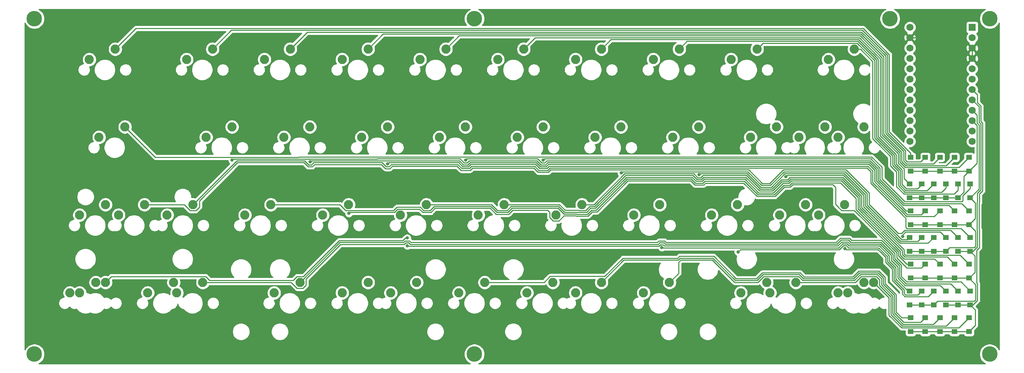
<source format=gbr>
%TF.GenerationSoftware,KiCad,Pcbnew,(5.1.9)-1*%
%TF.CreationDate,2022-03-10T13:39:27-08:00*%
%TF.ProjectId,warpstone - diode array,77617270-7374-46f6-9e65-202d2064696f,rev?*%
%TF.SameCoordinates,Original*%
%TF.FileFunction,Copper,L1,Top*%
%TF.FilePolarity,Positive*%
%FSLAX46Y46*%
G04 Gerber Fmt 4.6, Leading zero omitted, Abs format (unit mm)*
G04 Created by KiCad (PCBNEW (5.1.9)-1) date 2022-03-10 13:39:27*
%MOMM*%
%LPD*%
G01*
G04 APERTURE LIST*
%TA.AperFunction,ComponentPad*%
%ADD10C,2.250000*%
%TD*%
%TA.AperFunction,ComponentPad*%
%ADD11C,3.800000*%
%TD*%
%TA.AperFunction,ComponentPad*%
%ADD12C,1.752600*%
%TD*%
%TA.AperFunction,ComponentPad*%
%ADD13R,1.752600X1.752600*%
%TD*%
%TA.AperFunction,SMDPad,CuDef*%
%ADD14R,1.400000X1.200000*%
%TD*%
%TA.AperFunction,ViaPad*%
%ADD15C,0.800000*%
%TD*%
%TA.AperFunction,Conductor*%
%ADD16C,0.250000*%
%TD*%
%TA.AperFunction,Conductor*%
%ADD17C,0.254000*%
%TD*%
%TA.AperFunction,Conductor*%
%ADD18C,0.100000*%
%TD*%
G04 APERTURE END LIST*
D10*
%TO.P,MX15,2*%
%TO.N,Net-(D15-Pad2)*%
X133509300Y-52070240D03*
%TO.P,MX15,1*%
%TO.N,c5*%
X127159300Y-54610240D03*
%TD*%
%TO.P,MX18,2*%
%TO.N,Net-(D18-Pad2)*%
X190659540Y-52070240D03*
%TO.P,MX18,1*%
%TO.N,c8*%
X184309540Y-54610240D03*
%TD*%
%TO.P,MX17,2*%
%TO.N,Net-(D17-Pad2)*%
X171609460Y-52070240D03*
%TO.P,MX17,1*%
%TO.N,c7*%
X165259460Y-54610240D03*
%TD*%
D11*
%TO.P,REF\u002A\u002A,1*%
%TO.N,N/C*%
X135731364Y-25598459D03*
%TD*%
%TO.P,REF\u002A\u002A,1*%
%TO.N,N/C*%
X237529887Y-25598459D03*
%TD*%
%TO.P,REF\u002A\u002A,1*%
%TO.N,N/C*%
X261937720Y-25598459D03*
%TD*%
%TO.P,REF\u002A\u002A,1*%
%TO.N,N/C*%
X261937720Y-107751653D03*
%TD*%
%TO.P,REF\u002A\u002A,1*%
%TO.N,N/C*%
X135731364Y-107751653D03*
%TD*%
%TO.P,REF\u002A\u002A,1*%
%TO.N,N/C*%
X27979711Y-107751653D03*
%TD*%
%TO.P,REF\u002A\u002A,1*%
%TO.N,N/C*%
X27979711Y-25598459D03*
%TD*%
D12*
%TO.P,U1,24*%
%TO.N,RAW*%
X242411460Y-27701910D03*
%TO.P,U1,12*%
%TO.N,c10*%
X257651460Y-55641910D03*
%TO.P,U1,23*%
%TO.N,GND*%
X242411460Y-30241910D03*
%TO.P,U1,22*%
%TO.N,RST*%
X242411460Y-32781910D03*
%TO.P,U1,21*%
%TO.N,VCC*%
X242411460Y-35321910D03*
%TO.P,U1,20*%
%TO.N,c1*%
X242411460Y-37861910D03*
%TO.P,U1,19*%
%TO.N,c2*%
X242411460Y-40401910D03*
%TO.P,U1,18*%
%TO.N,c3*%
X242411460Y-42941910D03*
%TO.P,U1,17*%
%TO.N,c4*%
X242411460Y-45481910D03*
%TO.P,U1,16*%
%TO.N,c5*%
X242411460Y-48021910D03*
%TO.P,U1,15*%
%TO.N,c6*%
X242411460Y-50561910D03*
%TO.P,U1,14*%
%TO.N,c7*%
X242411460Y-53101910D03*
%TO.P,U1,13*%
%TO.N,c8*%
X242411460Y-55641910D03*
%TO.P,U1,11*%
%TO.N,c9*%
X257651460Y-53101910D03*
%TO.P,U1,10*%
%TO.N,r1*%
X257651460Y-50561910D03*
%TO.P,U1,9*%
%TO.N,r2*%
X257651460Y-48021910D03*
%TO.P,U1,8*%
%TO.N,r3*%
X257651460Y-45481910D03*
%TO.P,U1,7*%
%TO.N,r4*%
X257651460Y-42941910D03*
%TO.P,U1,6*%
%TO.N,N/C*%
X257651460Y-40401910D03*
%TO.P,U1,5*%
X257651460Y-37861910D03*
%TO.P,U1,4*%
%TO.N,GND*%
X257651460Y-35321910D03*
%TO.P,U1,3*%
X257651460Y-32781910D03*
%TO.P,U1,2*%
%TO.N,N/C*%
X257651460Y-30241910D03*
D13*
%TO.P,U1,1*%
X257651460Y-27701910D03*
%TD*%
D14*
%TO.P,D38,1*%
%TO.N,r4*%
X256877128Y-102221958D03*
%TO.P,D38,2*%
%TO.N,Net-(D38-Pad2)*%
X256877128Y-98821958D03*
%TD*%
%TO.P,D37,1*%
%TO.N,r4*%
X253305256Y-102221958D03*
%TO.P,D37,2*%
%TO.N,Net-(D37-Pad2)*%
X253305256Y-98821958D03*
%TD*%
%TO.P,D36,1*%
%TO.N,r4*%
X249733384Y-102221958D03*
%TO.P,D36,2*%
%TO.N,Net-(D36-Pad2)*%
X249733384Y-98821958D03*
%TD*%
%TO.P,D35,1*%
%TO.N,r4*%
X246161512Y-102221958D03*
%TO.P,D35,2*%
%TO.N,Net-(D35-Pad2)*%
X246161512Y-98821958D03*
%TD*%
%TO.P,D34,1*%
%TO.N,r4*%
X242589640Y-102221958D03*
%TO.P,D34,2*%
%TO.N,Net-(D34-Pad2)*%
X242589640Y-98821958D03*
%TD*%
%TO.P,D33,1*%
%TO.N,r4*%
X257174784Y-95673515D03*
%TO.P,D33,2*%
%TO.N,Net-(D33-Pad2)*%
X257174784Y-92273515D03*
%TD*%
%TO.P,D32,1*%
%TO.N,r4*%
X254198224Y-95673515D03*
%TO.P,D32,2*%
%TO.N,Net-(D32-Pad2)*%
X254198224Y-92273515D03*
%TD*%
%TO.P,D31,1*%
%TO.N,r4*%
X251221664Y-95673515D03*
%TO.P,D31,2*%
%TO.N,Net-(D31-Pad2)*%
X251221664Y-92273515D03*
%TD*%
%TO.P,D30,1*%
%TO.N,r3*%
X248245104Y-95673515D03*
%TO.P,D30,2*%
%TO.N,Net-(D30-Pad2)*%
X248245104Y-92273515D03*
%TD*%
%TO.P,D29,1*%
%TO.N,r3*%
X245268544Y-95673515D03*
%TO.P,D29,2*%
%TO.N,Net-(D29-Pad2)*%
X245268544Y-92273515D03*
%TD*%
%TO.P,D28,1*%
%TO.N,r3*%
X242291984Y-95673515D03*
%TO.P,D28,2*%
%TO.N,Net-(D28-Pad2)*%
X242291984Y-92273515D03*
%TD*%
%TO.P,D27,1*%
%TO.N,r3*%
X256877128Y-89125072D03*
%TO.P,D27,2*%
%TO.N,Net-(D27-Pad2)*%
X256877128Y-85725072D03*
%TD*%
%TO.P,D26,1*%
%TO.N,r3*%
X253305256Y-89125072D03*
%TO.P,D26,2*%
%TO.N,Net-(D26-Pad2)*%
X253305256Y-85725072D03*
%TD*%
%TO.P,D25,1*%
%TO.N,r3*%
X249733384Y-89125072D03*
%TO.P,D25,2*%
%TO.N,Net-(D25-Pad2)*%
X249733384Y-85725072D03*
%TD*%
%TO.P,D24,1*%
%TO.N,r3*%
X246161512Y-89125072D03*
%TO.P,D24,2*%
%TO.N,Net-(D24-Pad2)*%
X246161512Y-85725072D03*
%TD*%
%TO.P,D23,1*%
%TO.N,r3*%
X242589640Y-89125072D03*
%TO.P,D23,2*%
%TO.N,Net-(D23-Pad2)*%
X242589640Y-85725072D03*
%TD*%
%TO.P,D22,1*%
%TO.N,r3*%
X257174784Y-82576629D03*
%TO.P,D22,2*%
%TO.N,Net-(D22-Pad2)*%
X257174784Y-79176629D03*
%TD*%
%TO.P,D21,1*%
%TO.N,r3*%
X254198224Y-82576629D03*
%TO.P,D21,2*%
%TO.N,Net-(D21-Pad2)*%
X254198224Y-79176629D03*
%TD*%
%TO.P,D20,1*%
%TO.N,r2*%
X251221664Y-82576629D03*
%TO.P,D20,2*%
%TO.N,Net-(D20-Pad2)*%
X251221664Y-79176629D03*
%TD*%
%TO.P,D19,1*%
%TO.N,r2*%
X248245104Y-82576629D03*
%TO.P,D19,2*%
%TO.N,Net-(D19-Pad2)*%
X248245104Y-79176629D03*
%TD*%
%TO.P,D18,1*%
%TO.N,r2*%
X245268544Y-82576629D03*
%TO.P,D18,2*%
%TO.N,Net-(D18-Pad2)*%
X245268544Y-79176629D03*
%TD*%
%TO.P,D17,1*%
%TO.N,r2*%
X242291984Y-82576629D03*
%TO.P,D17,2*%
%TO.N,Net-(D17-Pad2)*%
X242291984Y-79176629D03*
%TD*%
%TO.P,D16,1*%
%TO.N,r2*%
X256877128Y-76028186D03*
%TO.P,D16,2*%
%TO.N,Net-(D16-Pad2)*%
X256877128Y-72628186D03*
%TD*%
%TO.P,D15,1*%
%TO.N,r2*%
X253305256Y-76028186D03*
%TO.P,D15,2*%
%TO.N,Net-(D15-Pad2)*%
X253305256Y-72628186D03*
%TD*%
%TO.P,D14,1*%
%TO.N,r2*%
X249733384Y-76028186D03*
%TO.P,D14,2*%
%TO.N,Net-(D14-Pad2)*%
X249733384Y-72628186D03*
%TD*%
%TO.P,D13,1*%
%TO.N,r2*%
X246161512Y-76028186D03*
%TO.P,D13,2*%
%TO.N,Net-(D13-Pad2)*%
X246161512Y-72628186D03*
%TD*%
%TO.P,D12,1*%
%TO.N,r2*%
X242589640Y-76028186D03*
%TO.P,D12,2*%
%TO.N,Net-(D12-Pad2)*%
X242589640Y-72628186D03*
%TD*%
%TO.P,D11,1*%
%TO.N,r2*%
X257175216Y-69479743D03*
%TO.P,D11,2*%
%TO.N,Net-(D11-Pad2)*%
X257175216Y-66079743D03*
%TD*%
%TO.P,D10,1*%
%TO.N,r1*%
X254198651Y-69479743D03*
%TO.P,D10,2*%
%TO.N,Net-(D10-Pad2)*%
X254198651Y-66079743D03*
%TD*%
%TO.P,D9,1*%
%TO.N,r1*%
X251222086Y-69479743D03*
%TO.P,D9,2*%
%TO.N,Net-(D9-Pad2)*%
X251222086Y-66079743D03*
%TD*%
%TO.P,D8,1*%
%TO.N,r1*%
X248245521Y-69479743D03*
%TO.P,D8,2*%
%TO.N,Net-(D8-Pad2)*%
X248245521Y-66079743D03*
%TD*%
%TO.P,D7,1*%
%TO.N,r1*%
X245268956Y-69479743D03*
%TO.P,D7,2*%
%TO.N,Net-(D7-Pad2)*%
X245268956Y-66079743D03*
%TD*%
%TO.P,D6,1*%
%TO.N,r1*%
X242292391Y-69479743D03*
%TO.P,D6,2*%
%TO.N,Net-(D6-Pad2)*%
X242292391Y-66079743D03*
%TD*%
%TO.P,D5,1*%
%TO.N,r1*%
X256877560Y-62931300D03*
%TO.P,D5,2*%
%TO.N,Net-(D5-Pad2)*%
X256877560Y-59531300D03*
%TD*%
%TO.P,D4,1*%
%TO.N,r1*%
X253305682Y-62931300D03*
%TO.P,D4,2*%
%TO.N,Net-(D4-Pad2)*%
X253305682Y-59531300D03*
%TD*%
%TO.P,D3,1*%
%TO.N,r1*%
X249733804Y-62931300D03*
%TO.P,D3,2*%
%TO.N,Net-(D3-Pad2)*%
X249733804Y-59531300D03*
%TD*%
%TO.P,D2,1*%
%TO.N,r1*%
X246161926Y-62931300D03*
%TO.P,D2,2*%
%TO.N,Net-(D2-Pad2)*%
X246161926Y-59531300D03*
%TD*%
%TO.P,D1,1*%
%TO.N,r1*%
X242590048Y-62931300D03*
%TO.P,D1,2*%
%TO.N,Net-(D1-Pad2)*%
X242590048Y-59531300D03*
%TD*%
D10*
%TO.P,MX30-2.75u1,2*%
%TO.N,Net-(D30-Pad2)*%
X216853400Y-71120320D03*
%TO.P,MX30-2.75u1,1*%
%TO.N,c10*%
X210503400Y-73660320D03*
%TD*%
%TO.P,MX21-2.25u1,2*%
%TO.N,Net-(D21-Pad2)*%
X54927720Y-71120320D03*
%TO.P,MX21-2.25u1,1*%
%TO.N,c1*%
X48577720Y-73660320D03*
%TD*%
%TO.P,MX11,2*%
%TO.N,Net-(D11-Pad2)*%
X50165200Y-52070240D03*
%TO.P,MX11,1*%
%TO.N,c1*%
X43815200Y-54610240D03*
%TD*%
%TO.P,MX20-2.25u1,2*%
%TO.N,Net-(D20-Pad2)*%
X221615920Y-52070240D03*
%TO.P,MX20-2.25u1,1*%
%TO.N,c10*%
X215265920Y-54610240D03*
%TD*%
%TO.P,MX38-1u1,2*%
%TO.N,Net-(D38-Pad2)*%
X233522220Y-90170400D03*
%TO.P,MX38-1u1,1*%
%TO.N,c9*%
X227172220Y-92710400D03*
%TD*%
%TO.P,MX37-1u1,2*%
%TO.N,Net-(D37-Pad2)*%
X214472140Y-90170400D03*
%TO.P,MX37-1u1,1*%
%TO.N,c8*%
X208122140Y-92710400D03*
%TD*%
%TO.P,MX32-1u1,2*%
%TO.N,Net-(D32-Pad2)*%
X62071500Y-90170400D03*
%TO.P,MX32-1u1,1*%
%TO.N,c3*%
X55721500Y-92710400D03*
%TD*%
%TO.P,MX31-1u1,2*%
%TO.N,Net-(D31-Pad2)*%
X43021420Y-90170400D03*
%TO.P,MX31-1u1,1*%
%TO.N,c2*%
X36671420Y-92710400D03*
%TD*%
%TO.P,MX34-7u1,2*%
%TO.N,Net-(D34-Pad2)*%
X138271820Y-90170400D03*
%TO.P,MX34-7u1,1*%
%TO.N,c5*%
X131921820Y-92710400D03*
%TD*%
%TO.P,MX34-6u1,1*%
%TO.N,c5*%
X131921820Y-92710400D03*
%TO.P,MX34-6u1,2*%
%TO.N,Net-(D34-Pad2)*%
X138271820Y-90170400D03*
%TD*%
%TO.P,MX35-3u1,2*%
%TO.N,Net-(D35-Pad2)*%
X166846940Y-90170400D03*
%TO.P,MX35-3u1,1*%
%TO.N,c6*%
X160496940Y-92710400D03*
%TD*%
%TO.P,MX34-3u1,2*%
%TO.N,Net-(D34-Pad2)*%
X109696700Y-90170400D03*
%TO.P,MX34-3u1,1*%
%TO.N,c5*%
X103346700Y-92710400D03*
%TD*%
%TO.P,MX38,2*%
%TO.N,Net-(D38-Pad2)*%
X231140960Y-90170400D03*
%TO.P,MX38,1*%
%TO.N,c9*%
X224790960Y-92710400D03*
%TD*%
%TO.P,MX37,2*%
%TO.N,Net-(D37-Pad2)*%
X207328360Y-90170400D03*
%TO.P,MX37,1*%
%TO.N,c8*%
X200978360Y-92710400D03*
%TD*%
%TO.P,MX36,2*%
%TO.N,Net-(D36-Pad2)*%
X183515760Y-90170400D03*
%TO.P,MX36,1*%
%TO.N,c7*%
X177165760Y-92710400D03*
%TD*%
%TO.P,MX35,2*%
%TO.N,Net-(D35-Pad2)*%
X154940640Y-90170400D03*
%TO.P,MX35,1*%
%TO.N,c6*%
X148590640Y-92710400D03*
%TD*%
%TO.P,MX34,2*%
%TO.N,Net-(D34-Pad2)*%
X121603000Y-90170400D03*
%TO.P,MX34,1*%
%TO.N,c5*%
X115253000Y-92710400D03*
%TD*%
%TO.P,MX33,2*%
%TO.N,Net-(D33-Pad2)*%
X93027880Y-90170400D03*
%TO.P,MX33,1*%
%TO.N,c4*%
X86677880Y-92710400D03*
%TD*%
%TO.P,MX32,2*%
%TO.N,Net-(D32-Pad2)*%
X69215280Y-90170400D03*
%TO.P,MX32,1*%
%TO.N,c3*%
X62865280Y-92710400D03*
%TD*%
%TO.P,MX31,2*%
%TO.N,Net-(D31-Pad2)*%
X45402680Y-90170400D03*
%TO.P,MX31,1*%
%TO.N,c2*%
X39052680Y-92710400D03*
%TD*%
%TO.P,MX30,2*%
%TO.N,Net-(D30-Pad2)*%
X226378440Y-71120320D03*
%TO.P,MX30,1*%
%TO.N,c10*%
X220028440Y-73660320D03*
%TD*%
%TO.P,MX29,2*%
%TO.N,Net-(D29-Pad2)*%
X200184580Y-71120320D03*
%TO.P,MX29,1*%
%TO.N,c9*%
X193834580Y-73660320D03*
%TD*%
%TO.P,MX28,2*%
%TO.N,Net-(D28-Pad2)*%
X181134500Y-71120320D03*
%TO.P,MX28,1*%
%TO.N,c8*%
X174784500Y-73660320D03*
%TD*%
%TO.P,MX27,2*%
%TO.N,Net-(D27-Pad2)*%
X162084420Y-71120320D03*
%TO.P,MX27,1*%
%TO.N,c7*%
X155734420Y-73660320D03*
%TD*%
%TO.P,MX26,2*%
%TO.N,Net-(D26-Pad2)*%
X143034340Y-71120320D03*
%TO.P,MX26,1*%
%TO.N,c6*%
X136684340Y-73660320D03*
%TD*%
%TO.P,MX25,2*%
%TO.N,Net-(D25-Pad2)*%
X123984260Y-71120320D03*
%TO.P,MX25,1*%
%TO.N,c5*%
X117634260Y-73660320D03*
%TD*%
%TO.P,MX24,2*%
%TO.N,Net-(D24-Pad2)*%
X104934180Y-71120320D03*
%TO.P,MX24,1*%
%TO.N,c4*%
X98584180Y-73660320D03*
%TD*%
%TO.P,MX23,2*%
%TO.N,Net-(D23-Pad2)*%
X85884100Y-71120320D03*
%TO.P,MX23,1*%
%TO.N,c3*%
X79534100Y-73660320D03*
%TD*%
%TO.P,MX22,2*%
%TO.N,Net-(D22-Pad2)*%
X66834020Y-71120320D03*
%TO.P,MX22,1*%
%TO.N,c2*%
X60484020Y-73660320D03*
%TD*%
%TO.P,MX21,2*%
%TO.N,Net-(D21-Pad2)*%
X45402680Y-71120320D03*
%TO.P,MX21,1*%
%TO.N,c1*%
X39052680Y-73660320D03*
%TD*%
%TO.P,MX20,2*%
%TO.N,Net-(D20-Pad2)*%
X231140960Y-52070240D03*
%TO.P,MX20,1*%
%TO.N,c10*%
X224790960Y-54610240D03*
%TD*%
%TO.P,MX19,2*%
%TO.N,Net-(D19-Pad2)*%
X209709620Y-52070240D03*
%TO.P,MX19,1*%
%TO.N,c9*%
X203359620Y-54610240D03*
%TD*%
%TO.P,MX16,2*%
%TO.N,Net-(D16-Pad2)*%
X152559380Y-52070240D03*
%TO.P,MX16,1*%
%TO.N,c6*%
X146209380Y-54610240D03*
%TD*%
%TO.P,MX14,2*%
%TO.N,Net-(D14-Pad2)*%
X114459220Y-52070240D03*
%TO.P,MX14,1*%
%TO.N,c4*%
X108109220Y-54610240D03*
%TD*%
%TO.P,MX13,2*%
%TO.N,Net-(D13-Pad2)*%
X95409140Y-52070240D03*
%TO.P,MX13,1*%
%TO.N,c3*%
X89059140Y-54610240D03*
%TD*%
%TO.P,MX12,2*%
%TO.N,Net-(D12-Pad2)*%
X76359060Y-52070240D03*
%TO.P,MX12,1*%
%TO.N,c2*%
X70009060Y-54610240D03*
%TD*%
%TO.P,MX10,2*%
%TO.N,Net-(D10-Pad2)*%
X228759700Y-33020160D03*
%TO.P,MX10,1*%
%TO.N,c10*%
X222409700Y-35560160D03*
%TD*%
%TO.P,MX9,2*%
%TO.N,Net-(D9-Pad2)*%
X204947100Y-33020160D03*
%TO.P,MX9,1*%
%TO.N,c9*%
X198597100Y-35560160D03*
%TD*%
%TO.P,MX8,2*%
%TO.N,Net-(D8-Pad2)*%
X185897020Y-33020160D03*
%TO.P,MX8,1*%
%TO.N,c8*%
X179547020Y-35560160D03*
%TD*%
%TO.P,MX7,2*%
%TO.N,Net-(D7-Pad2)*%
X166846940Y-33020160D03*
%TO.P,MX7,1*%
%TO.N,c7*%
X160496940Y-35560160D03*
%TD*%
%TO.P,MX6,2*%
%TO.N,Net-(D6-Pad2)*%
X147796860Y-33020160D03*
%TO.P,MX6,1*%
%TO.N,c6*%
X141446860Y-35560160D03*
%TD*%
%TO.P,MX5,2*%
%TO.N,Net-(D5-Pad2)*%
X128746780Y-33020160D03*
%TO.P,MX5,1*%
%TO.N,c5*%
X122396780Y-35560160D03*
%TD*%
%TO.P,MX4,2*%
%TO.N,Net-(D4-Pad2)*%
X109696700Y-33020160D03*
%TO.P,MX4,1*%
%TO.N,c4*%
X103346700Y-35560160D03*
%TD*%
%TO.P,MX3,2*%
%TO.N,Net-(D3-Pad2)*%
X90646620Y-33020160D03*
%TO.P,MX3,1*%
%TO.N,c3*%
X84296620Y-35560160D03*
%TD*%
%TO.P,MX2,2*%
%TO.N,Net-(D2-Pad2)*%
X71596540Y-33020160D03*
%TO.P,MX2,1*%
%TO.N,c2*%
X65246540Y-35560160D03*
%TD*%
%TO.P,MX1,2*%
%TO.N,Net-(D1-Pad2)*%
X47783940Y-33020160D03*
%TO.P,MX1,1*%
%TO.N,c1*%
X41433940Y-35560160D03*
%TD*%
D15*
%TO.N,Net-(D12-Pad2)*%
X76400000Y-60225000D03*
%TO.N,Net-(D13-Pad2)*%
X95500000Y-60675010D03*
%TO.N,Net-(D14-Pad2)*%
X114500000Y-61125020D03*
%TO.N,Net-(D15-Pad2)*%
X133600000Y-60194141D03*
%TO.N,Net-(D16-Pad2)*%
X152600000Y-60194141D03*
%TO.N,Net-(D17-Pad2)*%
X171700000Y-63344211D03*
%TO.N,Net-(D18-Pad2)*%
X190800000Y-63794221D03*
%TO.N,Net-(D19-Pad2)*%
X212047663Y-64291894D03*
%TO.N,Net-(D20-Pad2)*%
X240612653Y-78887347D03*
%TO.N,Net-(D24-Pad2)*%
X105014165Y-73295321D03*
%TO.N,Net-(D28-Pad2)*%
X181643756Y-81656244D03*
%TO.N,Net-(D29-Pad2)*%
X200300000Y-82700000D03*
%TO.N,Net-(D30-Pad2)*%
X226461073Y-81872677D03*
%TO.N,Net-(D31-Pad2)*%
X119300000Y-81200000D03*
X119283834Y-79299989D03*
%TD*%
D16*
%TO.N,r1*%
X242590048Y-62931300D02*
X246161926Y-62931300D01*
X249733804Y-62931300D02*
X246161926Y-62931300D01*
X253305682Y-62931300D02*
X249733804Y-62931300D01*
X256877560Y-62931300D02*
X253305682Y-62931300D01*
X242292391Y-69479743D02*
X245268956Y-69479743D01*
X245268956Y-69479743D02*
X248245521Y-69479743D01*
X248245521Y-69479743D02*
X251222086Y-69479743D01*
X254198651Y-69479743D02*
X251222086Y-69479743D01*
X256877560Y-62931300D02*
X255600000Y-64208860D01*
X255600000Y-68078394D02*
X254198651Y-69479743D01*
X255600000Y-64208860D02*
X255600000Y-68078394D01*
X258852761Y-51763211D02*
X257651460Y-50561910D01*
X258852761Y-60956099D02*
X258852761Y-51763211D01*
X256877560Y-62931300D02*
X258852761Y-60956099D01*
%TO.N,Net-(D1-Pad2)*%
X52834017Y-27970083D02*
X47783940Y-33020160D01*
X237351161Y-34374339D02*
X230946906Y-27970084D01*
X237351161Y-53316749D02*
X237351161Y-34374339D01*
X242590048Y-58555636D02*
X237351161Y-53316749D01*
X230946906Y-27970084D02*
X52834017Y-27970083D01*
X242590048Y-59531300D02*
X242590048Y-58555636D01*
%TO.N,Net-(D2-Pad2)*%
X76196607Y-28420093D02*
X71596540Y-33020160D01*
X236901151Y-34560739D02*
X230760505Y-28420093D01*
X241300000Y-57901998D02*
X236901151Y-53503149D01*
X241300000Y-60200000D02*
X241300000Y-57901998D01*
X236901151Y-53503149D02*
X236901151Y-34560739D01*
X241756269Y-60656269D02*
X241300000Y-60200000D01*
X230760505Y-28420093D02*
X76196607Y-28420093D01*
X245036957Y-60656269D02*
X241756269Y-60656269D01*
X246161926Y-59531300D02*
X245036957Y-60656269D01*
%TO.N,Net-(D3-Pad2)*%
X94796677Y-28870103D02*
X90646620Y-33020160D01*
X236451141Y-53689549D02*
X236451141Y-34747139D01*
X240849990Y-58088398D02*
X236451141Y-53689549D01*
X241569869Y-61106279D02*
X240849991Y-60386401D01*
X236451141Y-34747139D02*
X230574107Y-28870105D01*
X240849991Y-60386401D02*
X240849990Y-58088398D01*
X248158825Y-61106279D02*
X241569869Y-61106279D01*
X230574107Y-28870105D02*
X94796677Y-28870103D01*
X249733804Y-59531300D02*
X248158825Y-61106279D01*
%TO.N,Net-(D4-Pad2)*%
X109696700Y-33020160D02*
X113396748Y-29320112D01*
X230387706Y-29320114D02*
X235550050Y-34482458D01*
X113396748Y-29320112D02*
X230387706Y-29320114D01*
X251280693Y-61556289D02*
X253305682Y-59531300D01*
X241383469Y-61556289D02*
X251280693Y-61556289D01*
X240399982Y-60572802D02*
X241383469Y-61556289D01*
X240399981Y-58274799D02*
X240399982Y-60572802D01*
X236001131Y-53875949D02*
X240399981Y-58274799D01*
X236001131Y-34933539D02*
X235550050Y-34482458D01*
X236001131Y-47498869D02*
X236001131Y-34933539D01*
X236001131Y-46663767D02*
X236001131Y-47498869D01*
X236001131Y-47498869D02*
X236001131Y-53875949D01*
%TO.N,Net-(D5-Pad2)*%
X131996819Y-29770121D02*
X128746780Y-33020160D01*
X230201305Y-29770123D02*
X131996819Y-29770121D01*
X235551121Y-54062349D02*
X235551121Y-35119939D01*
X235551121Y-35119939D02*
X230201305Y-29770123D01*
X239949972Y-58461200D02*
X235551121Y-54062349D01*
X239949973Y-60759203D02*
X239949972Y-58461200D01*
X241197069Y-62006299D02*
X239949973Y-60759203D01*
X254402561Y-62006299D02*
X241197069Y-62006299D01*
X256877560Y-59531300D02*
X254402561Y-62006299D01*
%TO.N,Net-(D6-Pad2)*%
X147796860Y-33020160D02*
X150596889Y-30220131D01*
X150596889Y-30220131D02*
X169779869Y-30220131D01*
X169779869Y-30220131D02*
X230014904Y-30220132D01*
X239499964Y-58647602D02*
X239499964Y-60945604D01*
X235101111Y-54248749D02*
X239499964Y-58647602D01*
X240927180Y-64714532D02*
X240927180Y-62372820D01*
X242292391Y-66079743D02*
X240927180Y-64714532D01*
X239499964Y-60945604D02*
X240927180Y-62372820D01*
X235101111Y-35306339D02*
X234147386Y-34352614D01*
X235101111Y-48198889D02*
X235101111Y-35306339D01*
X234147386Y-34352614D02*
X234650030Y-34855258D01*
X230014904Y-30220132D02*
X234147386Y-34352614D01*
X235101111Y-47036567D02*
X235101111Y-48198889D01*
X235101111Y-48198889D02*
X235101111Y-54248749D01*
%TO.N,Net-(D7-Pad2)*%
X229828503Y-30670141D02*
X169196960Y-30670140D01*
X234651101Y-35492739D02*
X229828503Y-30670141D01*
X234651101Y-54441871D02*
X234651101Y-35492739D01*
X234657823Y-54441871D02*
X234651101Y-54441871D01*
X239049955Y-61132005D02*
X239049954Y-58834002D01*
X239049954Y-58834002D02*
X234657823Y-54441871D01*
X240477171Y-66149525D02*
X240477170Y-62559220D01*
X241532358Y-67204712D02*
X240477171Y-66149525D01*
X169196960Y-30670140D02*
X166846940Y-33020160D01*
X244300000Y-67204712D02*
X241532358Y-67204712D01*
X240477170Y-62559220D02*
X239049955Y-61132005D01*
X245268956Y-66235756D02*
X244300000Y-67204712D01*
X245268956Y-66079743D02*
X245268956Y-66235756D01*
%TO.N,Net-(D8-Pad2)*%
X246670542Y-67654722D02*
X248245521Y-66079743D01*
X235639771Y-56060229D02*
X238599946Y-59020404D01*
X235639771Y-56060229D02*
X235780981Y-56201439D01*
X238599946Y-59020404D02*
X238599946Y-61318406D01*
X241345958Y-67654722D02*
X241545278Y-67654722D01*
X240027162Y-66335926D02*
X241345958Y-67654722D01*
X240027162Y-62745622D02*
X240027162Y-66335926D01*
X238599946Y-61318406D02*
X240027162Y-62745622D01*
X241545278Y-67654722D02*
X246670542Y-67654722D01*
X229642102Y-31120150D02*
X187797031Y-31120149D01*
X234623041Y-55050221D02*
X234201091Y-54628271D01*
X187797031Y-31120149D02*
X185897020Y-33020160D01*
X234201091Y-35679139D02*
X229642102Y-31120150D01*
X234201091Y-54628271D02*
X234201091Y-35679139D01*
X234629763Y-55050221D02*
X234623041Y-55050221D01*
X235639771Y-56060229D02*
X234629763Y-55050221D01*
%TO.N,Net-(D9-Pad2)*%
X251222086Y-67082646D02*
X251222086Y-66079743D01*
X250200000Y-68104732D02*
X251222086Y-67082646D01*
X235221566Y-56278434D02*
X235330971Y-56387839D01*
X239577153Y-66522327D02*
X241159558Y-68104732D01*
X238149937Y-61504807D02*
X239577152Y-62932022D01*
X238149936Y-59206804D02*
X238149937Y-61504807D01*
X235221566Y-56278434D02*
X238149936Y-59206804D01*
X241159558Y-68104732D02*
X241695268Y-68104732D01*
X241695268Y-68104732D02*
X250200000Y-68104732D01*
X239577152Y-62932022D02*
X239577153Y-66522327D01*
X229455701Y-31570159D02*
X206397101Y-31570159D01*
X233751081Y-35865539D02*
X229455701Y-31570159D01*
X233751081Y-54814671D02*
X233751081Y-35865539D01*
X234436639Y-55500229D02*
X233751081Y-54814671D01*
X234443362Y-55500230D02*
X234436639Y-55500229D01*
X206397101Y-31570159D02*
X204947100Y-33020160D01*
X235221566Y-56278434D02*
X234443362Y-55500230D01*
%TO.N,Net-(D10-Pad2)*%
X253238650Y-68554742D02*
X254198651Y-67594741D01*
X254198651Y-67594741D02*
X254198651Y-66079743D01*
X234753361Y-56446639D02*
X237699928Y-59393206D01*
X234753361Y-56446639D02*
X234880961Y-56574239D01*
X237699928Y-59393206D02*
X237699928Y-61691208D01*
X239127144Y-63118424D02*
X239127144Y-66708728D01*
X237699928Y-61691208D02*
X239127144Y-63118424D01*
X240973158Y-68554742D02*
X241845258Y-68554742D01*
X241845258Y-68554742D02*
X253238650Y-68554742D01*
X239127144Y-66708728D02*
X240973158Y-68554742D01*
X233301071Y-36051939D02*
X230269292Y-33020160D01*
X230269292Y-33020160D02*
X228759700Y-33020160D01*
X233301071Y-55001071D02*
X233301071Y-36051939D01*
X234250239Y-55950239D02*
X233301071Y-55001071D01*
X234256961Y-55950239D02*
X234250239Y-55950239D01*
X234753361Y-56446639D02*
X234256961Y-55950239D01*
%TO.N,r2*%
X257175216Y-69479743D02*
X258400000Y-70704527D01*
X258400000Y-74505314D02*
X256877128Y-76028186D01*
X258400000Y-70704527D02*
X258400000Y-74505314D01*
X256877128Y-76028186D02*
X253305256Y-76028186D01*
X253305256Y-76028186D02*
X249733384Y-76028186D01*
X249733384Y-76028186D02*
X246161512Y-76028186D01*
X246161512Y-76028186D02*
X242589640Y-76028186D01*
X251221664Y-82576629D02*
X248245104Y-82576629D01*
X248245104Y-82576629D02*
X245268544Y-82576629D01*
X245268544Y-82576629D02*
X242291984Y-82576629D01*
X258500000Y-77651058D02*
X256877128Y-76028186D01*
X258500000Y-81286413D02*
X258500000Y-77651058D01*
X258134785Y-81651628D02*
X258500000Y-81286413D01*
X252146665Y-81651628D02*
X258134785Y-81651628D01*
X251221664Y-82576629D02*
X252146665Y-81651628D01*
X257175216Y-69479743D02*
X259302771Y-67352188D01*
X259302771Y-67352188D02*
X259302770Y-51576810D01*
X258852761Y-49223211D02*
X257651460Y-48021910D01*
X258852761Y-51126801D02*
X258852761Y-49223211D01*
X259302770Y-51576810D02*
X258852761Y-51126801D01*
%TO.N,Net-(D11-Pad2)*%
X241176382Y-70404744D02*
X255158652Y-70404744D01*
X235531600Y-64759962D02*
X241176382Y-70404744D01*
X235531600Y-61950060D02*
X235531600Y-64759962D01*
X233050681Y-59469141D02*
X235531600Y-61950060D01*
X255158652Y-70404744D02*
X255400000Y-70163396D01*
X92730859Y-59469141D02*
X233050681Y-59469141D01*
X255400000Y-70163396D02*
X255400000Y-68914804D01*
X57594960Y-59500000D02*
X92700000Y-59500000D01*
X257175216Y-67139588D02*
X257175216Y-66079743D01*
X255400000Y-68914804D02*
X257175216Y-67139588D01*
X92700000Y-59500000D02*
X92730859Y-59469141D01*
X50165200Y-52070240D02*
X57594960Y-59500000D01*
%TO.N,Net-(D12-Pad2)*%
X151065608Y-60369161D02*
X152065599Y-61369152D01*
X134497982Y-60369161D02*
X151065608Y-60369161D01*
X133948001Y-60919142D02*
X134497982Y-60369161D01*
X133219142Y-60919142D02*
X133948001Y-60919142D01*
X111980849Y-59919151D02*
X132219151Y-59919151D01*
X111949990Y-59950010D02*
X111980849Y-59919151D01*
X76674990Y-59950010D02*
X111949990Y-59950010D01*
X152065599Y-61369152D02*
X153134401Y-61369152D01*
X76400000Y-60225000D02*
X76674990Y-59950010D01*
X241490594Y-72628186D02*
X242589640Y-72628186D01*
X132219151Y-59919151D02*
X133219142Y-60919142D01*
X234181570Y-65319162D02*
X241490594Y-72628186D01*
X153134401Y-61369152D02*
X153684382Y-60819171D01*
X153684382Y-60819171D02*
X232491481Y-60819171D01*
X232491481Y-60819171D02*
X234181570Y-62509260D01*
X234181570Y-62509260D02*
X234181570Y-65319162D01*
%TO.N,Net-(D13-Pad2)*%
X153320802Y-61819161D02*
X153870782Y-61269181D01*
X133032742Y-61369152D02*
X134134402Y-61369151D01*
X95774990Y-60400020D02*
X132063610Y-60400020D01*
X132063610Y-60400020D02*
X133032742Y-61369152D01*
X151879199Y-61819162D02*
X153320802Y-61819161D01*
X134684382Y-60819171D02*
X150879208Y-60819171D01*
X134134402Y-61369151D02*
X134684382Y-60819171D01*
X95500000Y-60675010D02*
X95774990Y-60400020D01*
X150879208Y-60819171D02*
X151879199Y-61819162D01*
X232305081Y-61269181D02*
X233731560Y-62695660D01*
X153870782Y-61269181D02*
X232305081Y-61269181D01*
X233731560Y-62695660D02*
X233731560Y-65505562D01*
X245236511Y-73553187D02*
X246161512Y-72628186D01*
X234762999Y-66537001D02*
X234946912Y-66720914D01*
X233731560Y-65505562D02*
X234762999Y-66537001D01*
X234762999Y-66537001D02*
X241564639Y-73338641D01*
X241746813Y-73553187D02*
X245236511Y-73553187D01*
X241564639Y-73371013D02*
X241746813Y-73553187D01*
X241564639Y-73338641D02*
X241564639Y-73371013D01*
%TO.N,Net-(D14-Pad2)*%
X150692808Y-61269181D02*
X151692800Y-62269171D01*
X134870782Y-61269181D02*
X150692808Y-61269181D01*
X134320803Y-61819160D02*
X134870782Y-61269181D01*
X114774990Y-60850030D02*
X131877210Y-60850030D01*
X131877210Y-60850030D02*
X132846343Y-61819161D01*
X114500000Y-61125020D02*
X114774990Y-60850030D01*
X248358373Y-74003197D02*
X249733384Y-72628186D01*
X232118681Y-61719191D02*
X233281550Y-62882060D01*
X241560413Y-74003197D02*
X248358373Y-74003197D01*
X233281550Y-65691962D02*
X241114629Y-73525041D01*
X132846343Y-61819161D02*
X134320803Y-61819160D01*
X151692800Y-62269171D02*
X153507203Y-62269170D01*
X153507203Y-62269170D02*
X154057182Y-61719191D01*
X154057182Y-61719191D02*
X232118681Y-61719191D01*
X233281550Y-62882060D02*
X233281550Y-65691962D01*
X241114629Y-73557413D02*
X241560413Y-74003197D01*
X241114629Y-73525041D02*
X241114629Y-73557413D01*
%TO.N,Net-(D15-Pad2)*%
X251981834Y-71304764D02*
X253305256Y-72628186D01*
X240803582Y-71304764D02*
X251981834Y-71304764D01*
X234631580Y-65132762D02*
X240803582Y-71304764D01*
X152948001Y-60919142D02*
X153497982Y-60369161D01*
X232677881Y-60369161D02*
X234631580Y-62322860D01*
X152251999Y-60919142D02*
X152948001Y-60919142D01*
X151252008Y-59919151D02*
X152251999Y-60919142D01*
X133874990Y-59919151D02*
X151252008Y-59919151D01*
X234631580Y-62322860D02*
X234631580Y-65132762D01*
X153497982Y-60369161D02*
X232677881Y-60369161D01*
X133600000Y-60194141D02*
X133874990Y-59919151D01*
%TO.N,Net-(D16-Pad2)*%
X255103696Y-70854754D02*
X256877128Y-72628186D01*
X240989982Y-70854754D02*
X255103696Y-70854754D01*
X235081590Y-64946362D02*
X240989982Y-70854754D01*
X235081590Y-62136460D02*
X235081590Y-64946362D01*
X232864281Y-59919151D02*
X235081590Y-62136460D01*
X152874990Y-59919151D02*
X232864281Y-59919151D01*
X152600000Y-60194141D02*
X152874990Y-59919151D01*
%TO.N,Net-(D17-Pad2)*%
X240351620Y-79651620D02*
X239876629Y-79176629D01*
X241816993Y-79651620D02*
X240351620Y-79651620D01*
X239876629Y-79176629D02*
X239868145Y-79176629D01*
X239868145Y-79176629D02*
X231931520Y-71240004D01*
X226543219Y-63069221D02*
X211608621Y-63069221D01*
X211608621Y-63069221D02*
X208243592Y-66434250D01*
X202730719Y-63069221D02*
X171974990Y-63069221D01*
X231931520Y-71240004D02*
X231931520Y-68457522D01*
X208243592Y-66434250D02*
X206095749Y-66434251D01*
X206095749Y-66434251D02*
X202730719Y-63069221D01*
X171974990Y-63069221D02*
X171700000Y-63344211D01*
X231931520Y-68457522D02*
X226543219Y-63069221D01*
X242291984Y-79176629D02*
X241816993Y-79651620D01*
%TO.N,Net-(D18-Pad2)*%
X231481510Y-68643922D02*
X226356819Y-63519231D01*
X191074990Y-63519231D02*
X190800000Y-63794221D01*
X244343543Y-80101630D02*
X240156736Y-80101630D01*
X202544319Y-63519231D02*
X191074990Y-63519231D01*
X205909350Y-66884260D02*
X202544319Y-63519231D01*
X231481510Y-71426404D02*
X231481510Y-68643922D01*
X208429993Y-66884259D02*
X205909350Y-66884260D01*
X240156736Y-80101630D02*
X231481510Y-71426404D01*
X211795021Y-63519231D02*
X208429993Y-66884259D01*
X245268544Y-79176629D02*
X244343543Y-80101630D01*
X226356819Y-63519231D02*
X211795021Y-63519231D01*
%TO.N,Net-(D19-Pad2)*%
X231031500Y-68830322D02*
X226170419Y-63969241D01*
X231031500Y-71612804D02*
X231031500Y-68830322D01*
X212370316Y-63969241D02*
X212047663Y-64291894D01*
X239970336Y-80551640D02*
X231031500Y-71612804D01*
X246848360Y-80551640D02*
X239970336Y-80551640D01*
X248223371Y-79176629D02*
X246848360Y-80551640D01*
X248245104Y-79176629D02*
X248223371Y-79176629D01*
X226170419Y-63969241D02*
X212370316Y-63969241D01*
%TO.N,Net-(D20-Pad2)*%
X251221664Y-79176629D02*
X249898242Y-77853207D01*
X241846793Y-77853207D02*
X241346793Y-77853207D01*
X249898242Y-77853207D02*
X241846793Y-77853207D01*
X240612653Y-78587347D02*
X240612653Y-78887347D01*
X241346793Y-77853207D02*
X240612653Y-78587347D01*
%TO.N,r3*%
X254198224Y-82576629D02*
X257174784Y-82576629D01*
X257174784Y-82576629D02*
X258300000Y-83701845D01*
X258300000Y-87702200D02*
X256877128Y-89125072D01*
X258300000Y-83701845D02*
X258300000Y-87702200D01*
X256877128Y-89125072D02*
X253305256Y-89125072D01*
X253305256Y-89125072D02*
X249733384Y-89125072D01*
X249733384Y-89125072D02*
X246161512Y-89125072D01*
X242589640Y-89125072D02*
X246161512Y-89125072D01*
X248426485Y-95673515D02*
X248245104Y-95673515D01*
X242291984Y-95673515D02*
X245268544Y-95673515D01*
X245268544Y-95673515D02*
X248245104Y-95673515D01*
X258500000Y-90747944D02*
X256877128Y-89125072D01*
X258500000Y-94383299D02*
X258500000Y-90747944D01*
X258134785Y-94748514D02*
X258500000Y-94383299D01*
X249170105Y-94748514D02*
X258134785Y-94748514D01*
X248245104Y-95673515D02*
X249170105Y-94748514D01*
X259752779Y-51390411D02*
X259752779Y-67538587D01*
X259302771Y-50940401D02*
X259752779Y-51390411D01*
X257651460Y-45481910D02*
X259302770Y-47133220D01*
X259302770Y-47133220D02*
X259302771Y-50940401D01*
X259545683Y-67745683D02*
X259752780Y-67538587D01*
X259752779Y-67538587D02*
X259545683Y-67745683D01*
X257846194Y-82576629D02*
X257174784Y-82576629D01*
X258950010Y-81472813D02*
X257846194Y-82576629D01*
X258950010Y-77464658D02*
X258950010Y-81472813D01*
X258850010Y-77364658D02*
X258950010Y-77464658D01*
X258850010Y-70549990D02*
X258850010Y-77364658D01*
X258950010Y-70449990D02*
X258850010Y-70549990D01*
X258950010Y-68341359D02*
X258950010Y-70449990D01*
X259545683Y-67745683D02*
X258950010Y-68341359D01*
%TO.N,Net-(D21-Pad2)*%
X67530021Y-72570321D02*
X68400000Y-71700342D01*
X66138019Y-72570321D02*
X67530021Y-72570321D01*
X64688018Y-71120320D02*
X66138019Y-72570321D01*
X54927720Y-71120320D02*
X64688018Y-71120320D01*
X68400000Y-71700342D02*
X68400000Y-70190750D01*
X68400000Y-70190750D02*
X77740720Y-60850030D01*
X77740720Y-60850030D02*
X80450030Y-60850030D01*
X80450030Y-60850030D02*
X80600000Y-60850030D01*
X93965608Y-60850030D02*
X80450030Y-60850030D01*
X96034402Y-61850020D02*
X94965599Y-61850021D01*
X96584382Y-61300040D02*
X96034402Y-61850020D01*
X115034402Y-62300030D02*
X113965599Y-62300031D01*
X131504413Y-61750050D02*
X115584382Y-61750050D01*
X134717231Y-62719179D02*
X132473543Y-62719180D01*
X135267209Y-62169201D02*
X134717231Y-62719179D01*
X150320011Y-62169201D02*
X135267209Y-62169201D01*
X115584382Y-61750050D02*
X115034402Y-62300030D01*
X112965608Y-61300040D02*
X96584382Y-61300040D01*
X113965599Y-62300031D02*
X112965608Y-61300040D01*
X226729619Y-62619211D02*
X211422221Y-62619211D01*
X132473543Y-62719180D02*
X131504413Y-61750050D01*
X211422221Y-62619211D02*
X208057191Y-65984241D01*
X154429982Y-62619211D02*
X153880005Y-63169188D01*
X208057191Y-65984241D02*
X206282149Y-65984241D01*
X202917119Y-62619211D02*
X154429982Y-62619211D01*
X94965599Y-61850021D02*
X93965608Y-60850030D01*
X206282149Y-65984241D02*
X202917119Y-62619211D01*
X151320002Y-63169189D02*
X150320011Y-62169201D01*
X153880005Y-63169188D02*
X151320002Y-63169189D01*
X226729619Y-62619211D02*
X211422220Y-62619212D01*
X211422220Y-62619212D02*
X208057190Y-65984242D01*
X208057190Y-65984242D02*
X206282150Y-65984242D01*
X206282150Y-65984242D02*
X202917119Y-62619211D01*
X202917119Y-62619211D02*
X171351999Y-62619210D01*
X231477838Y-67367430D02*
X226729619Y-62619211D01*
X232381530Y-68271122D02*
X226729619Y-62619211D01*
X232381530Y-71053604D02*
X232381530Y-68271122D01*
X239527926Y-78200000D02*
X232381530Y-71053604D01*
X252424792Y-77403197D02*
X241160392Y-77403198D01*
X240363590Y-78200000D02*
X239527926Y-78200000D01*
X241160392Y-77403198D02*
X240363590Y-78200000D01*
X254198224Y-79176629D02*
X252424792Y-77403197D01*
%TO.N,Net-(D22-Pad2)*%
X153693604Y-62719179D02*
X154243582Y-62169201D01*
X151506401Y-62719180D02*
X153693604Y-62719179D01*
X150506409Y-61719191D02*
X151506401Y-62719180D01*
X135080809Y-61719191D02*
X150506409Y-61719191D01*
X66834020Y-71120320D02*
X77554320Y-60400020D01*
X131690811Y-61300040D02*
X132659943Y-62269170D01*
X77554320Y-60400020D02*
X94152008Y-60400020D01*
X115397982Y-61300040D02*
X131690811Y-61300040D01*
X94152008Y-60400020D02*
X95151999Y-61400011D01*
X95151999Y-61400011D02*
X95848001Y-61400011D01*
X231932281Y-62169201D02*
X232831540Y-63068460D01*
X132659943Y-62269170D02*
X134530830Y-62269170D01*
X95848001Y-61400011D02*
X96397982Y-60850030D01*
X96397982Y-60850030D02*
X113152008Y-60850030D01*
X114151999Y-61850021D02*
X114848001Y-61850021D01*
X113152008Y-60850030D02*
X114151999Y-61850021D01*
X154243582Y-62169201D02*
X231932281Y-62169201D01*
X114848001Y-61850021D02*
X115397982Y-61300040D01*
X134530830Y-62269170D02*
X135080809Y-61719191D01*
X232831540Y-63068460D02*
X232831540Y-65531540D01*
X241629639Y-76953187D02*
X254951342Y-76953187D01*
X241400000Y-76723548D02*
X241629639Y-76953187D01*
X241400000Y-74479194D02*
X241400000Y-76723548D01*
X240664620Y-73743814D02*
X241400000Y-74479194D01*
X254951342Y-76953187D02*
X257174784Y-79176629D01*
X240664619Y-73711441D02*
X240664620Y-73743814D01*
X232831541Y-65878363D02*
X240664619Y-73711441D01*
X232831540Y-65531540D02*
X232831541Y-65878363D01*
%TO.N,Net-(D23-Pad2)*%
X241646195Y-85725072D02*
X242589640Y-85725072D01*
X239609156Y-83688033D02*
X241646195Y-85725072D01*
X239609155Y-83290845D02*
X239609156Y-82736100D01*
X239609155Y-83290845D02*
X239609156Y-83688033D01*
X239609156Y-82736100D02*
X236836528Y-79963472D01*
X229436528Y-72563472D02*
X229256977Y-72383921D01*
X236836528Y-79963472D02*
X229936528Y-73063472D01*
X229936528Y-73063472D02*
X229436528Y-72563472D01*
X192176453Y-65400000D02*
X201879453Y-65400000D01*
X173157182Y-64869261D02*
X188892808Y-64869261D01*
X164393242Y-72470348D02*
X165556095Y-72470348D01*
X163393249Y-73470341D02*
X164393242Y-72470348D01*
X229936528Y-73063472D02*
X229231460Y-72358404D01*
X201879453Y-65400000D02*
X205163754Y-68684296D01*
X160806751Y-73470341D02*
X163393249Y-73470341D01*
X160767819Y-73431409D02*
X160806751Y-73470341D01*
X165556095Y-72470348D02*
X173157182Y-64869261D01*
X157631409Y-73431409D02*
X160767819Y-73431409D01*
X188892808Y-64869261D02*
X189892799Y-65869250D01*
X144916732Y-72020340D02*
X156220340Y-72020340D01*
X189892799Y-65869250D02*
X191707204Y-65869249D01*
X229231460Y-72358404D02*
X229231460Y-69575922D01*
X122478247Y-71760309D02*
X123288259Y-72570321D01*
X156220340Y-72020340D02*
X157631409Y-73431409D01*
X228127769Y-68472231D02*
X228327769Y-68672231D01*
X229231460Y-69575922D02*
X228127769Y-68472231D01*
X139793280Y-71570330D02*
X141243281Y-73020331D01*
X102788178Y-71120320D02*
X104238179Y-72570321D01*
X143916742Y-73020330D02*
X144916732Y-72020340D01*
X104238179Y-72570321D02*
X115941848Y-72570320D01*
X124929679Y-72570321D02*
X125929670Y-71570330D01*
X116751858Y-71760310D02*
X122478247Y-71760309D01*
X123288259Y-72570321D02*
X124929679Y-72570321D01*
X191707204Y-65869249D02*
X192176453Y-65400000D01*
X213552508Y-65769281D02*
X225424819Y-65769281D01*
X115941848Y-72570320D02*
X116751858Y-71760310D01*
X85884100Y-71120320D02*
X102788178Y-71120320D01*
X125929670Y-71570330D02*
X139793280Y-71570330D01*
X205163754Y-68684296D02*
X209175597Y-68684295D01*
X141243281Y-73020331D02*
X143916742Y-73020330D01*
X209175597Y-68684295D02*
X211492969Y-66366923D01*
X211492969Y-66366923D02*
X212954866Y-66366923D01*
X212954866Y-66366923D02*
X213552508Y-65769281D01*
X225424819Y-65769281D02*
X228127769Y-68472231D01*
%TO.N,Net-(D24-Pad2)*%
X105014165Y-73295321D02*
X105289155Y-73020331D01*
X105289155Y-73020331D02*
X105679670Y-73020330D01*
X105679670Y-73020330D02*
X105816080Y-73020330D01*
X160518581Y-73881419D02*
X159981419Y-73881419D01*
X116938259Y-72210319D02*
X116128248Y-73020330D01*
X122291847Y-72210319D02*
X116938259Y-72210319D01*
X123101859Y-73020331D02*
X122291847Y-72210319D01*
X159981419Y-73881419D02*
X157659323Y-73881419D01*
X155038419Y-75110321D02*
X154164049Y-74235951D01*
X139606880Y-72020340D02*
X126116070Y-72020340D01*
X154164049Y-72964049D02*
X153670350Y-72470350D01*
X157659323Y-73881419D02*
X156430421Y-75110321D01*
X156430421Y-75110321D02*
X155038419Y-75110321D01*
X116128248Y-73020330D02*
X105679670Y-73020330D01*
X154164049Y-74235951D02*
X154164049Y-72964049D01*
X153670350Y-72470350D02*
X145103132Y-72470350D01*
X145103132Y-72470350D02*
X144103143Y-73470339D01*
X126116070Y-72020340D02*
X125116080Y-73020330D01*
X144103143Y-73470339D02*
X141056882Y-73470340D01*
X125116080Y-73020330D02*
X123101859Y-73020331D01*
X141056882Y-73470340D02*
X139606880Y-72020340D01*
X204977355Y-69134305D02*
X201693055Y-65850010D01*
X228806967Y-72570321D02*
X225682439Y-72570321D01*
X201693055Y-65850010D02*
X192362853Y-65850010D01*
X191893605Y-66319258D02*
X189706400Y-66319259D01*
X189706400Y-66319259D02*
X188706410Y-65319271D01*
X188706410Y-65319271D02*
X173343582Y-65319271D01*
X160581419Y-73881419D02*
X159981419Y-73881419D01*
X173343582Y-65319271D02*
X165742496Y-72920357D01*
X192362853Y-65850010D02*
X191893605Y-66319258D01*
X165742496Y-72920357D02*
X164579642Y-72920358D01*
X213738908Y-66219291D02*
X213141267Y-66816932D01*
X163579649Y-73920351D02*
X160620351Y-73920351D01*
X245236511Y-86650073D02*
X241629639Y-86650073D01*
X160620351Y-73920351D02*
X160581419Y-73881419D01*
X164579642Y-72920358D02*
X163579649Y-73920351D01*
X241629639Y-86650073D02*
X239159147Y-84179581D01*
X209361998Y-69134304D02*
X204977355Y-69134305D01*
X211679369Y-66816933D02*
X209361998Y-69134304D01*
X213141267Y-66816932D02*
X211679369Y-66816933D01*
X219331409Y-66219291D02*
X213738908Y-66219291D01*
X219331409Y-66219291D02*
X223519291Y-66219291D01*
X239159147Y-82922501D02*
X228806967Y-72570321D01*
X239159147Y-84179581D02*
X239159147Y-82922501D01*
X246161512Y-85725072D02*
X245236511Y-86650073D01*
X225682439Y-72570321D02*
X224756059Y-71643941D01*
X224200000Y-66900000D02*
X224200000Y-71087882D01*
X223519291Y-66219291D02*
X224200000Y-66900000D01*
X224200000Y-71087882D02*
X224756059Y-71643941D01*
%TO.N,Net-(D25-Pad2)*%
X160581399Y-72981399D02*
X160954221Y-72981401D01*
X157817809Y-72981399D02*
X160581399Y-72981399D01*
X156406740Y-71570330D02*
X157817809Y-72981399D01*
X144730332Y-71570330D02*
X156406740Y-71570330D01*
X141429681Y-72570321D02*
X143730341Y-72570321D01*
X139979680Y-71120320D02*
X141429681Y-72570321D01*
X143730341Y-72570321D02*
X144730332Y-71570330D01*
X123984260Y-71120320D02*
X139979680Y-71120320D01*
X163563590Y-72663590D02*
X164206841Y-72020339D01*
X163563590Y-72663590D02*
X163206849Y-73020331D01*
X160954221Y-72981401D02*
X161163089Y-72981401D01*
X163206849Y-73020331D02*
X164206841Y-72020339D01*
X161163089Y-72981401D02*
X161202019Y-73020331D01*
X161202019Y-73020331D02*
X163206849Y-73020331D01*
X201985122Y-64869261D02*
X192070782Y-64869261D01*
X191520803Y-65419240D02*
X190079198Y-65419241D01*
X211306567Y-65916915D02*
X208989196Y-68234286D01*
X208989196Y-68234286D02*
X205350153Y-68234287D01*
X240059165Y-82549699D02*
X229681470Y-72172004D01*
X192070782Y-64869261D02*
X191520803Y-65419240D01*
X189079208Y-64419251D02*
X172970782Y-64419251D01*
X172970782Y-64419251D02*
X165369694Y-72020339D01*
X165369694Y-72020339D02*
X164206841Y-72020339D01*
X190079198Y-65419241D02*
X189079208Y-64419251D01*
X205350153Y-68234287D02*
X201985122Y-64869261D01*
X229681470Y-72172004D02*
X229681470Y-69389522D01*
X212768465Y-65916914D02*
X211306567Y-65916915D01*
X213366108Y-65319271D02*
X212768465Y-65916914D01*
X249733384Y-85725072D02*
X248409962Y-84401650D01*
X225611219Y-65319271D02*
X213366108Y-65319271D01*
X240059165Y-83501632D02*
X240059165Y-82549699D01*
X240959183Y-84401650D02*
X240059165Y-83501632D01*
X248409962Y-84401650D02*
X240959183Y-84401650D01*
X229681470Y-69389522D02*
X225611219Y-65319271D01*
%TO.N,Net-(D26-Pad2)*%
X212582064Y-65466905D02*
X213179708Y-64869261D01*
X211120167Y-65466905D02*
X212582064Y-65466905D01*
X213179708Y-64869261D02*
X225797619Y-64869261D01*
X172784382Y-63969241D02*
X189265608Y-63969241D01*
X208802795Y-67784277D02*
X211120167Y-65466905D01*
X191334402Y-64969231D02*
X191884382Y-64419251D01*
X165183293Y-71570330D02*
X172784382Y-63969241D01*
X189265608Y-63969241D02*
X190265599Y-64969232D01*
X191884382Y-64419251D02*
X202171520Y-64419251D01*
X190265599Y-64969232D02*
X191334402Y-64969231D01*
X202171520Y-64419251D02*
X205536552Y-67784278D01*
X205536552Y-67784278D02*
X208802795Y-67784277D01*
X164570330Y-71570330D02*
X164020440Y-71570330D01*
X164570330Y-71570330D02*
X165183293Y-71570330D01*
X164170330Y-71570330D02*
X164020440Y-71570330D01*
X164170330Y-71570330D02*
X164570330Y-71570330D01*
X163595385Y-71995385D02*
X164020440Y-71570330D01*
X161388419Y-72570321D02*
X163020449Y-72570321D01*
X160767802Y-72531392D02*
X161349490Y-72531392D01*
X160767799Y-72531389D02*
X160767802Y-72531392D01*
X163020449Y-72570321D02*
X163595385Y-71995385D01*
X161349490Y-72531392D02*
X161388419Y-72570321D01*
X156593141Y-71120321D02*
X158004209Y-72531389D01*
X158004209Y-72531389D02*
X160767799Y-72531389D01*
X143034340Y-71120320D02*
X156593141Y-71120321D01*
X228964179Y-68035821D02*
X229162649Y-68234291D01*
X225797619Y-64869261D02*
X228964179Y-68035821D01*
X230131480Y-71985604D02*
X230131480Y-69203122D01*
X230131480Y-69203122D02*
X229227789Y-68299431D01*
X229227789Y-68299431D02*
X228964179Y-68035821D01*
X240509174Y-83315231D02*
X240509173Y-82890827D01*
X240509174Y-82363298D02*
X230131480Y-71985604D01*
X240509173Y-82890827D02*
X240509174Y-82363298D01*
X241145583Y-83951640D02*
X240509174Y-83315231D01*
X251531824Y-83951640D02*
X241145583Y-83951640D01*
X253305256Y-85725072D02*
X251531824Y-83951640D01*
%TO.N,Net-(D27-Pad2)*%
X191148001Y-64519222D02*
X191667223Y-64000000D01*
X190451999Y-64519222D02*
X191148001Y-64519222D01*
X189452008Y-63519231D02*
X190451999Y-64519222D01*
X164996893Y-71120320D02*
X172597982Y-63519231D01*
X172597982Y-63519231D02*
X189452008Y-63519231D01*
X162084420Y-71120320D02*
X164996893Y-71120320D01*
X191667223Y-64000000D02*
X191525001Y-64142222D01*
X191697982Y-63969241D02*
X191667223Y-64000000D01*
X192069241Y-63969241D02*
X191697982Y-63969241D01*
X191730759Y-63969241D02*
X192069241Y-63969241D01*
X230581490Y-71799204D02*
X230581490Y-69016722D01*
X256877128Y-85725072D02*
X254653686Y-83501630D01*
X240959183Y-82176897D02*
X230581490Y-71799204D01*
X212993308Y-64419251D02*
X212395664Y-65016895D01*
X212395664Y-65016895D02*
X210933767Y-65016895D01*
X230581490Y-69016722D02*
X225984019Y-64419251D01*
X208616394Y-67334268D02*
X205722951Y-67334269D01*
X205722951Y-67334269D02*
X202357919Y-63969241D01*
X202357919Y-63969241D02*
X192069241Y-63969241D01*
X210933767Y-65016895D02*
X208616394Y-67334268D01*
X240959183Y-83128830D02*
X240959183Y-82176897D01*
X241331983Y-83501630D02*
X240959183Y-83128830D01*
X254653686Y-83501630D02*
X241331983Y-83501630D01*
X225984019Y-64419251D02*
X212993308Y-64419251D01*
%TO.N,Net-(D28-Pad2)*%
X225926671Y-80697667D02*
X224937929Y-81686409D01*
X226995474Y-80697666D02*
X225926671Y-80697667D01*
X234927405Y-81236399D02*
X227534207Y-81236399D01*
X237359111Y-83668105D02*
X234927405Y-81236399D01*
X238971550Y-86537624D02*
X237359111Y-84925185D01*
X238971551Y-89301215D02*
X238971550Y-86537624D01*
X241943851Y-92273515D02*
X238971551Y-89301215D01*
X227534207Y-81236399D02*
X226995474Y-80697666D01*
X242291984Y-92273515D02*
X241943851Y-92273515D01*
X181673921Y-81686409D02*
X181643756Y-81656244D01*
X183013591Y-81686409D02*
X181673921Y-81686409D01*
X224937929Y-81686409D02*
X183013591Y-81686409D01*
X183013591Y-81686409D02*
X182742168Y-81686409D01*
X237359111Y-84925185D02*
X237359111Y-83668105D01*
%TO.N,Net-(D29-Pad2)*%
X244343543Y-93198516D02*
X245268544Y-92273515D01*
X240966734Y-92833266D02*
X241331983Y-93198516D01*
X236909102Y-85111586D02*
X238521542Y-86724026D01*
X238521542Y-86724026D02*
X238521542Y-89487616D01*
X238521542Y-89487616D02*
X240966734Y-91932808D01*
X240966734Y-91932808D02*
X240966734Y-92833266D01*
X241331983Y-93198516D02*
X244343543Y-93198516D01*
X236909101Y-84390899D02*
X236909102Y-85111586D01*
X200863581Y-82136419D02*
X200300000Y-82700000D01*
X225124329Y-82136419D02*
X200863581Y-82136419D01*
X226809074Y-81147676D02*
X226113072Y-81147676D01*
X227347807Y-81686409D02*
X226809074Y-81147676D01*
X234741005Y-81686409D02*
X227347807Y-81686409D01*
X236909102Y-83854506D02*
X234741005Y-81686409D01*
X226113072Y-81147676D02*
X225124329Y-82136419D01*
X236909101Y-84390899D02*
X236909102Y-83854506D01*
%TO.N,Net-(D30-Pad2)*%
X238071532Y-86910426D02*
X238071533Y-89674017D01*
X236459093Y-85297987D02*
X238071532Y-86910426D01*
X238071533Y-89674017D02*
X240516724Y-92119208D01*
X240516724Y-93019666D02*
X241145583Y-93648526D01*
X240516724Y-92119208D02*
X240516724Y-93019666D01*
X246870093Y-93648526D02*
X248245104Y-92273515D01*
X241145583Y-93648526D02*
X246870093Y-93648526D01*
X236459093Y-84040907D02*
X236459093Y-85297987D01*
X226436419Y-82136419D02*
X226200000Y-81900000D01*
X235109093Y-82690907D02*
X234554605Y-82136419D01*
X236459093Y-84040907D02*
X235109093Y-82690907D01*
X226461073Y-81872677D02*
X226472677Y-81872677D01*
X234554605Y-82136419D02*
X236459093Y-84040907D01*
X226736419Y-82136419D02*
X234554605Y-82136419D01*
X226472677Y-81872677D02*
X226736419Y-82136419D01*
%TO.N,Net-(D31-Pad2)*%
X249898242Y-90950093D02*
X251221664Y-92273515D01*
X239421560Y-89114814D02*
X241256839Y-90950093D01*
X239421560Y-86351224D02*
X239421560Y-89114814D01*
X237809120Y-84738784D02*
X239421560Y-86351224D01*
X241256839Y-90950093D02*
X249898242Y-90950093D01*
X46852681Y-88720399D02*
X45402680Y-90170400D01*
X69911281Y-88720399D02*
X46852681Y-88720399D01*
X70911272Y-89720390D02*
X69911281Y-88720399D01*
X91331888Y-89720390D02*
X70911272Y-89720390D01*
X92331879Y-88720399D02*
X91331888Y-89720390D01*
X93841471Y-88720399D02*
X92331879Y-88720399D01*
X237809119Y-83909119D02*
X237809120Y-83481704D01*
X237809119Y-83909119D02*
X237809120Y-84738784D01*
X237809120Y-83481704D02*
X235313708Y-80986292D01*
X235313708Y-80986292D02*
X235113805Y-80786389D01*
X227181873Y-80247657D02*
X225740270Y-80247658D01*
X227720607Y-80786389D02*
X227181873Y-80247657D01*
X235113805Y-80786389D02*
X227720607Y-80786389D01*
X225740270Y-80247658D02*
X224751529Y-81236399D01*
X224751529Y-81236399D02*
X183199991Y-81236399D01*
X181295755Y-80931243D02*
X180918755Y-81308243D01*
X181991757Y-80931243D02*
X181295755Y-80931243D01*
X182296913Y-81236399D02*
X181991757Y-80931243D01*
X183199991Y-81236399D02*
X182296913Y-81236399D01*
X119408243Y-81308243D02*
X119300000Y-81200000D01*
X180918755Y-81308243D02*
X119408243Y-81308243D01*
X102380935Y-80180935D02*
X102609891Y-79951979D01*
X102380935Y-80180935D02*
X93841471Y-88720399D01*
X102609891Y-79951979D02*
X118202199Y-79951979D01*
X118854189Y-79299989D02*
X119283834Y-79299989D01*
X118202199Y-79951979D02*
X118854189Y-79299989D01*
%TO.N,r4*%
X251221664Y-95673515D02*
X254198224Y-95673515D01*
X254198224Y-95673515D02*
X257174784Y-95673515D01*
X257174784Y-95673515D02*
X258400000Y-96898731D01*
X258400000Y-100699086D02*
X256877128Y-102221958D01*
X258400000Y-96898731D02*
X258400000Y-100699086D01*
X256877128Y-102221958D02*
X253305256Y-102221958D01*
X253305256Y-102221958D02*
X249733384Y-102221958D01*
X249733384Y-102221958D02*
X246161512Y-102221958D01*
X246161512Y-102221958D02*
X242589640Y-102221958D01*
X258952980Y-44243430D02*
X257651460Y-42941910D01*
X258952980Y-46147020D02*
X258952980Y-44243430D01*
X259752779Y-46946819D02*
X258952980Y-46147020D01*
X259752779Y-50710809D02*
X259752779Y-46946819D01*
X260202790Y-51160820D02*
X259752779Y-50710809D01*
X257174784Y-95673515D02*
X257846194Y-95673515D01*
X257846194Y-95673515D02*
X258950010Y-94569699D01*
X258950010Y-94569699D02*
X258950010Y-90561544D01*
X258950010Y-90561544D02*
X258750010Y-90361544D01*
X258750010Y-90361544D02*
X258750010Y-82309223D01*
X259300020Y-70736390D02*
X259400020Y-70636390D01*
X258750010Y-82309223D02*
X259400020Y-81659213D01*
X259400020Y-70636390D02*
X259400020Y-68527757D01*
X259400020Y-68527757D02*
X260202789Y-67724988D01*
X260202789Y-67724988D02*
X260202790Y-51160820D01*
X259400020Y-77499980D02*
X259400019Y-77278257D01*
X259400020Y-81659213D02*
X259400020Y-77499980D01*
X259400020Y-77499980D02*
X259400020Y-77278258D01*
X259400019Y-77278257D02*
X259300020Y-77178258D01*
X259300020Y-77178258D02*
X259300020Y-70736390D01*
%TO.N,Net-(D32-Pad2)*%
X252424792Y-90500083D02*
X254198224Y-92273515D01*
X239871569Y-88928413D02*
X241443239Y-90500083D01*
X241443239Y-90500083D02*
X252424792Y-90500083D01*
X239871568Y-86164822D02*
X239871569Y-88928413D01*
X238259129Y-84552383D02*
X239871568Y-86164822D01*
X227907005Y-80336379D02*
X235300205Y-80336379D01*
X227368272Y-79797648D02*
X227907005Y-80336379D01*
X238259129Y-83295303D02*
X238259129Y-84552383D01*
X224565129Y-80786389D02*
X225553869Y-79797649D01*
X182483313Y-80786389D02*
X224565129Y-80786389D01*
X182178157Y-80481233D02*
X182483313Y-80786389D01*
X69215280Y-90170400D02*
X90881878Y-90170400D01*
X92331879Y-91620401D02*
X93723881Y-91620401D01*
X235300205Y-80336379D02*
X238259129Y-83295303D01*
X94477881Y-90866401D02*
X94477881Y-89356809D01*
X94477881Y-89356809D02*
X102982691Y-80851999D01*
X93723881Y-91620401D02*
X94477881Y-90866401D01*
X102982691Y-80851999D02*
X118574999Y-80851999D01*
X118574999Y-80851999D02*
X118951999Y-80474999D01*
X118951999Y-80474999D02*
X119641767Y-80474999D01*
X225553869Y-79797649D02*
X227368272Y-79797648D01*
X119641767Y-80474999D02*
X120025001Y-80858233D01*
X181109354Y-80481234D02*
X182178157Y-80481233D01*
X90881878Y-90170400D02*
X92331879Y-91620401D01*
X120025001Y-80858233D02*
X180732355Y-80858233D01*
X180732355Y-80858233D02*
X181109354Y-80481234D01*
%TO.N,Net-(D33-Pad2)*%
X102649140Y-80549140D02*
X93027880Y-90170400D01*
X118765598Y-80024990D02*
X118388599Y-80401989D01*
X119828167Y-80024989D02*
X118765598Y-80024990D01*
X180545955Y-80408223D02*
X120211401Y-80408223D01*
X182364556Y-80031224D02*
X180922953Y-80031225D01*
X182669713Y-80336379D02*
X182364556Y-80031224D01*
X118388599Y-80401989D02*
X102796291Y-80401989D01*
X120211401Y-80408223D02*
X119828167Y-80024989D01*
X257174784Y-92273515D02*
X254951342Y-90050073D01*
X240321578Y-88742012D02*
X240321578Y-85978422D01*
X254951342Y-90050073D02*
X241629639Y-90050073D01*
X224378729Y-80336379D02*
X182669713Y-80336379D01*
X227554671Y-79347639D02*
X225352361Y-79347639D01*
X102796291Y-80401989D02*
X102649140Y-80549140D01*
X180922953Y-80031225D02*
X180545955Y-80408223D01*
X241629639Y-90050073D02*
X240321578Y-88742012D01*
X228093403Y-79886369D02*
X227554671Y-79347639D01*
X224400000Y-80315108D02*
X224378729Y-80336379D01*
X240321578Y-85978422D02*
X238709138Y-84365982D01*
X238709138Y-83108902D02*
X235486605Y-79886369D01*
X224400000Y-80300000D02*
X224400000Y-80315108D01*
X225352361Y-79347639D02*
X224400000Y-80300000D01*
X238709138Y-84365982D02*
X238709138Y-83108902D01*
X235486605Y-79886369D02*
X228093403Y-79886369D01*
%TO.N,Net-(D34-Pad2)*%
X152794638Y-90170400D02*
X138271820Y-90170400D01*
X154265038Y-88700000D02*
X152794638Y-90170400D01*
X167680930Y-88700000D02*
X154265038Y-88700000D01*
X172154441Y-84226489D02*
X167680930Y-88700000D01*
X172154441Y-84226489D02*
X182726489Y-84226489D01*
X182726489Y-84226489D02*
X182900000Y-84226489D01*
X240421958Y-98821958D02*
X242589640Y-98821958D01*
X239062261Y-97462261D02*
X240421958Y-98821958D01*
X239062261Y-93164801D02*
X239062261Y-97462261D01*
X236322251Y-90424791D02*
X239062261Y-93164801D01*
X182726489Y-84226489D02*
X185500691Y-84226489D01*
X185500691Y-84226489D02*
X185950700Y-83776480D01*
X199861594Y-89270380D02*
X204809558Y-89270380D01*
X206259560Y-87820380D02*
X215540943Y-87820381D01*
X185950700Y-83776480D02*
X194367694Y-83776480D01*
X228435759Y-88820370D02*
X229885761Y-87370371D01*
X204809558Y-89270380D02*
X206259560Y-87820380D01*
X194367694Y-83776480D02*
X199861594Y-89270380D01*
X216540932Y-88820370D02*
X228435759Y-88820370D01*
X236322251Y-88915199D02*
X236322251Y-90424791D01*
X229885761Y-87370371D02*
X234777424Y-87370372D01*
X215540943Y-87820381D02*
X216540932Y-88820370D01*
X234777424Y-87370372D02*
X236322251Y-88915199D01*
%TO.N,Net-(D35-Pad2)*%
X245036543Y-99946927D02*
X246161512Y-98821958D01*
X240910517Y-99946927D02*
X245036543Y-99946927D01*
X238612251Y-93351201D02*
X238612252Y-97648662D01*
X235872241Y-89101599D02*
X235872241Y-90611191D01*
X166846940Y-90170400D02*
X172340841Y-84676499D01*
X235872241Y-90611191D02*
X238612251Y-93351201D01*
X199675194Y-89720390D02*
X204995958Y-89720390D01*
X172340841Y-84676499D02*
X185687091Y-84676499D01*
X185687091Y-84676499D02*
X186137101Y-84226489D01*
X186137101Y-84226489D02*
X194181293Y-84226489D01*
X238612252Y-97648662D02*
X240910517Y-99946927D01*
X230072160Y-87820380D02*
X234591023Y-87820381D01*
X194181293Y-84226489D02*
X199675194Y-89720390D01*
X206445959Y-88270389D02*
X215354542Y-88270390D01*
X204995958Y-89720390D02*
X206445959Y-88270389D01*
X228622158Y-89270380D02*
X230072160Y-87820380D01*
X215354542Y-88270390D02*
X216354532Y-89270380D01*
X216354532Y-89270380D02*
X228622158Y-89270380D01*
X234591023Y-87820381D02*
X235872241Y-89101599D01*
%TO.N,Net-(D36-Pad2)*%
X183515760Y-90170400D02*
X185643080Y-88043080D01*
X185643080Y-88043080D02*
X185800000Y-87886160D01*
X238162241Y-97835061D02*
X240724117Y-100396937D01*
X185643080Y-88043080D02*
X185793080Y-87893080D01*
X238162241Y-93537601D02*
X238162241Y-97835061D01*
X185793080Y-87893080D02*
X185793080Y-85206920D01*
X185793080Y-85206920D02*
X186323501Y-84676499D01*
X248158405Y-100396937D02*
X249733384Y-98821958D01*
X199488794Y-90170400D02*
X205182358Y-90170400D01*
X186323501Y-84676499D02*
X193994893Y-84676499D01*
X205182358Y-90170400D02*
X206632359Y-88720399D01*
X235422231Y-89287999D02*
X235422231Y-90797591D01*
X193994893Y-84676499D02*
X199488794Y-90170400D01*
X228808558Y-89720390D02*
X230258559Y-88270389D01*
X240724117Y-100396937D02*
X248158405Y-100396937D01*
X235422231Y-90797591D02*
X238162241Y-93537601D01*
X215168141Y-88720399D02*
X216168132Y-89720390D01*
X206632359Y-88720399D02*
X215168141Y-88720399D01*
X230258559Y-88270389D02*
X234404622Y-88270390D01*
X216168132Y-89720390D02*
X228808558Y-89720390D01*
X234404622Y-88270390D02*
X235422231Y-89287999D01*
%TO.N,Net-(D37-Pad2)*%
X251280267Y-100846947D02*
X253305256Y-98821958D01*
X240537717Y-100846947D02*
X251280267Y-100846947D01*
X237712232Y-98021462D02*
X240537717Y-100846947D01*
X237712231Y-93724001D02*
X237712232Y-98021462D01*
X234972221Y-90983991D02*
X237712231Y-93724001D01*
X234972221Y-89474399D02*
X234972221Y-90983991D01*
X234218221Y-88720399D02*
X234972221Y-89474399D01*
X230444959Y-88720399D02*
X234218221Y-88720399D01*
X228994958Y-90170400D02*
X230444959Y-88720399D01*
X214472140Y-90170400D02*
X228994958Y-90170400D01*
%TO.N,Net-(D38-Pad2)*%
X254396957Y-101296957D02*
X256871956Y-98821958D01*
X240351317Y-101296957D02*
X254396957Y-101296957D01*
X237262221Y-98207861D02*
X240351317Y-101296957D01*
X256871956Y-98821958D02*
X256877128Y-98821958D01*
X237262221Y-93910401D02*
X237262221Y-98207861D01*
X233522220Y-90170400D02*
X237262221Y-93910401D01*
%TO.N,GND*%
X257651460Y-32781910D02*
X257651460Y-35321910D01*
X255111460Y-30241910D02*
X257651460Y-32781910D01*
X242411460Y-30241910D02*
X255111460Y-30241910D01*
%TD*%
D17*
%TO.N,GND*%
X134530591Y-23351971D02*
X134115396Y-23629396D01*
X133762301Y-23982491D01*
X133484876Y-24397686D01*
X133293782Y-24859027D01*
X133196364Y-25348783D01*
X133196364Y-25848135D01*
X133293782Y-26337891D01*
X133484876Y-26799232D01*
X133759399Y-27210084D01*
X52871339Y-27210083D01*
X52834016Y-27206407D01*
X52796693Y-27210083D01*
X52796685Y-27210083D01*
X52685032Y-27221080D01*
X52541771Y-27264537D01*
X52426793Y-27325995D01*
X52409740Y-27335110D01*
X52323013Y-27406284D01*
X52323004Y-27406293D01*
X52294017Y-27430082D01*
X52270228Y-27459069D01*
X48370986Y-31358312D01*
X48297313Y-31327796D01*
X47957285Y-31260160D01*
X47610595Y-31260160D01*
X47270567Y-31327796D01*
X46950267Y-31460468D01*
X46662005Y-31653079D01*
X46416859Y-31898225D01*
X46224248Y-32186487D01*
X46091576Y-32506787D01*
X46023940Y-32846815D01*
X46023940Y-33193505D01*
X46091576Y-33533533D01*
X46224248Y-33853833D01*
X46416859Y-34142095D01*
X46662005Y-34387241D01*
X46950267Y-34579852D01*
X47270567Y-34712524D01*
X47610595Y-34780160D01*
X47957285Y-34780160D01*
X48297313Y-34712524D01*
X48617613Y-34579852D01*
X48905875Y-34387241D01*
X49151021Y-34142095D01*
X49343632Y-33853833D01*
X49476304Y-33533533D01*
X49543940Y-33193505D01*
X49543940Y-32846815D01*
X49476304Y-32506787D01*
X49445788Y-32433114D01*
X53148821Y-28730082D01*
X74811816Y-28730082D01*
X72183586Y-31358312D01*
X72109913Y-31327796D01*
X71769885Y-31260160D01*
X71423195Y-31260160D01*
X71083167Y-31327796D01*
X70762867Y-31460468D01*
X70474605Y-31653079D01*
X70229459Y-31898225D01*
X70036848Y-32186487D01*
X69904176Y-32506787D01*
X69836540Y-32846815D01*
X69836540Y-33193505D01*
X69904176Y-33533533D01*
X70036848Y-33853833D01*
X70229459Y-34142095D01*
X70474605Y-34387241D01*
X70762867Y-34579852D01*
X71083167Y-34712524D01*
X71423195Y-34780160D01*
X71769885Y-34780160D01*
X72109913Y-34712524D01*
X72430213Y-34579852D01*
X72718475Y-34387241D01*
X72963621Y-34142095D01*
X73156232Y-33853833D01*
X73288904Y-33533533D01*
X73356540Y-33193505D01*
X73356540Y-32846815D01*
X73288904Y-32506787D01*
X73258388Y-32433114D01*
X76511409Y-29180093D01*
X93411885Y-29180093D01*
X91233666Y-31358312D01*
X91159993Y-31327796D01*
X90819965Y-31260160D01*
X90473275Y-31260160D01*
X90133247Y-31327796D01*
X89812947Y-31460468D01*
X89524685Y-31653079D01*
X89279539Y-31898225D01*
X89086928Y-32186487D01*
X88954256Y-32506787D01*
X88886620Y-32846815D01*
X88886620Y-33193505D01*
X88954256Y-33533533D01*
X89086928Y-33853833D01*
X89279539Y-34142095D01*
X89524685Y-34387241D01*
X89812947Y-34579852D01*
X90133247Y-34712524D01*
X90473275Y-34780160D01*
X90819965Y-34780160D01*
X91159993Y-34712524D01*
X91480293Y-34579852D01*
X91768555Y-34387241D01*
X92013701Y-34142095D01*
X92206312Y-33853833D01*
X92338984Y-33533533D01*
X92406620Y-33193505D01*
X92406620Y-32846815D01*
X92338984Y-32506787D01*
X92308468Y-32433114D01*
X95111480Y-29630102D01*
X112011956Y-29630102D01*
X110283746Y-31358312D01*
X110210073Y-31327796D01*
X109870045Y-31260160D01*
X109523355Y-31260160D01*
X109183327Y-31327796D01*
X108863027Y-31460468D01*
X108574765Y-31653079D01*
X108329619Y-31898225D01*
X108137008Y-32186487D01*
X108004336Y-32506787D01*
X107936700Y-32846815D01*
X107936700Y-33193505D01*
X108004336Y-33533533D01*
X108137008Y-33853833D01*
X108329619Y-34142095D01*
X108574765Y-34387241D01*
X108863027Y-34579852D01*
X109183327Y-34712524D01*
X109523355Y-34780160D01*
X109870045Y-34780160D01*
X110210073Y-34712524D01*
X110530373Y-34579852D01*
X110818635Y-34387241D01*
X111063781Y-34142095D01*
X111256392Y-33853833D01*
X111389064Y-33533533D01*
X111456700Y-33193505D01*
X111456700Y-32846815D01*
X111389064Y-32506787D01*
X111358548Y-32433114D01*
X113711551Y-30080111D01*
X130612027Y-30080111D01*
X129333826Y-31358312D01*
X129260153Y-31327796D01*
X128920125Y-31260160D01*
X128573435Y-31260160D01*
X128233407Y-31327796D01*
X127913107Y-31460468D01*
X127624845Y-31653079D01*
X127379699Y-31898225D01*
X127187088Y-32186487D01*
X127054416Y-32506787D01*
X126986780Y-32846815D01*
X126986780Y-33193505D01*
X127054416Y-33533533D01*
X127187088Y-33853833D01*
X127379699Y-34142095D01*
X127624845Y-34387241D01*
X127913107Y-34579852D01*
X128233407Y-34712524D01*
X128573435Y-34780160D01*
X128920125Y-34780160D01*
X129260153Y-34712524D01*
X129580453Y-34579852D01*
X129868715Y-34387241D01*
X130113861Y-34142095D01*
X130306472Y-33853833D01*
X130439144Y-33533533D01*
X130506780Y-33193505D01*
X130506780Y-32846815D01*
X130439144Y-32506787D01*
X130408628Y-32433114D01*
X132311622Y-30530120D01*
X149212098Y-30530121D01*
X148383906Y-31358312D01*
X148310233Y-31327796D01*
X147970205Y-31260160D01*
X147623515Y-31260160D01*
X147283487Y-31327796D01*
X146963187Y-31460468D01*
X146674925Y-31653079D01*
X146429779Y-31898225D01*
X146237168Y-32186487D01*
X146104496Y-32506787D01*
X146036860Y-32846815D01*
X146036860Y-33193505D01*
X146104496Y-33533533D01*
X146237168Y-33853833D01*
X146429779Y-34142095D01*
X146674925Y-34387241D01*
X146963187Y-34579852D01*
X147283487Y-34712524D01*
X147623515Y-34780160D01*
X147970205Y-34780160D01*
X148310233Y-34712524D01*
X148630533Y-34579852D01*
X148918795Y-34387241D01*
X149163941Y-34142095D01*
X149356552Y-33853833D01*
X149489224Y-33533533D01*
X149556860Y-33193505D01*
X149556860Y-32846815D01*
X149489224Y-32506787D01*
X149458708Y-32433114D01*
X150911691Y-30980131D01*
X167812167Y-30980131D01*
X167433986Y-31358312D01*
X167360313Y-31327796D01*
X167020285Y-31260160D01*
X166673595Y-31260160D01*
X166333567Y-31327796D01*
X166013267Y-31460468D01*
X165725005Y-31653079D01*
X165479859Y-31898225D01*
X165287248Y-32186487D01*
X165154576Y-32506787D01*
X165086940Y-32846815D01*
X165086940Y-33193505D01*
X165154576Y-33533533D01*
X165287248Y-33853833D01*
X165479859Y-34142095D01*
X165725005Y-34387241D01*
X166013267Y-34579852D01*
X166333567Y-34712524D01*
X166673595Y-34780160D01*
X167020285Y-34780160D01*
X167360313Y-34712524D01*
X167680613Y-34579852D01*
X167968875Y-34387241D01*
X168214021Y-34142095D01*
X168406632Y-33853833D01*
X168539304Y-33533533D01*
X168606940Y-33193505D01*
X168606940Y-32846815D01*
X168539304Y-32506787D01*
X168508788Y-32433114D01*
X169511763Y-31430139D01*
X185136567Y-31430140D01*
X185063347Y-31460468D01*
X184775085Y-31653079D01*
X184529939Y-31898225D01*
X184337328Y-32186487D01*
X184204656Y-32506787D01*
X184137020Y-32846815D01*
X184137020Y-33193505D01*
X184204656Y-33533533D01*
X184337328Y-33853833D01*
X184529939Y-34142095D01*
X184775085Y-34387241D01*
X185063347Y-34579852D01*
X185383647Y-34712524D01*
X185723675Y-34780160D01*
X186070365Y-34780160D01*
X186410393Y-34712524D01*
X186730693Y-34579852D01*
X187018955Y-34387241D01*
X187264101Y-34142095D01*
X187456712Y-33853833D01*
X187589384Y-33533533D01*
X187657020Y-33193505D01*
X187657020Y-32846815D01*
X187589384Y-32506787D01*
X187558868Y-32433114D01*
X188111834Y-31880148D01*
X203598095Y-31880149D01*
X203580019Y-31898225D01*
X203387408Y-32186487D01*
X203254736Y-32506787D01*
X203187100Y-32846815D01*
X203187100Y-33193505D01*
X203254736Y-33533533D01*
X203387408Y-33853833D01*
X203580019Y-34142095D01*
X203825165Y-34387241D01*
X204113427Y-34579852D01*
X204433727Y-34712524D01*
X204773755Y-34780160D01*
X205120445Y-34780160D01*
X205460473Y-34712524D01*
X205780773Y-34579852D01*
X206069035Y-34387241D01*
X206314181Y-34142095D01*
X206506792Y-33853833D01*
X206639464Y-33533533D01*
X206707100Y-33193505D01*
X206707100Y-32846815D01*
X206639464Y-32506787D01*
X206608948Y-32433114D01*
X206711903Y-32330159D01*
X227140497Y-32330159D01*
X227067336Y-32506787D01*
X226999700Y-32846815D01*
X226999700Y-33193505D01*
X227067336Y-33533533D01*
X227200008Y-33853833D01*
X227392619Y-34142095D01*
X227637765Y-34387241D01*
X227926027Y-34579852D01*
X228246327Y-34712524D01*
X228586355Y-34780160D01*
X228933045Y-34780160D01*
X229273073Y-34712524D01*
X229593373Y-34579852D01*
X229881635Y-34387241D01*
X230126781Y-34142095D01*
X230202742Y-34028411D01*
X232541072Y-36366742D01*
X232541072Y-37240077D01*
X232472593Y-37137591D01*
X232262269Y-36927267D01*
X232014953Y-36762016D01*
X231740151Y-36648189D01*
X231448422Y-36590160D01*
X231150978Y-36590160D01*
X230859249Y-36648189D01*
X230584447Y-36762016D01*
X230337131Y-36927267D01*
X230126807Y-37137591D01*
X229961556Y-37384907D01*
X229847729Y-37659709D01*
X229789700Y-37951438D01*
X229789700Y-38248882D01*
X229847729Y-38540611D01*
X229961556Y-38815413D01*
X230126807Y-39062729D01*
X230337131Y-39273053D01*
X230584447Y-39438304D01*
X230859249Y-39552131D01*
X231150978Y-39610160D01*
X231448422Y-39610160D01*
X231740151Y-39552131D01*
X232014953Y-39438304D01*
X232262269Y-39273053D01*
X232472593Y-39062729D01*
X232541072Y-38960243D01*
X232541071Y-46775114D01*
X232227421Y-46565539D01*
X231748992Y-46367367D01*
X231241094Y-46266340D01*
X230723246Y-46266340D01*
X230215348Y-46367367D01*
X229736919Y-46565539D01*
X229306344Y-46853240D01*
X228940170Y-47219414D01*
X228652469Y-47649989D01*
X228454297Y-48128418D01*
X228353270Y-48636316D01*
X228353270Y-49154164D01*
X228454297Y-49662062D01*
X228652469Y-50140491D01*
X228940170Y-50571066D01*
X229306344Y-50937240D01*
X229634682Y-51156628D01*
X229581268Y-51236567D01*
X229448596Y-51556867D01*
X229380960Y-51896895D01*
X229380960Y-52243585D01*
X229448596Y-52583613D01*
X229581268Y-52903913D01*
X229773879Y-53192175D01*
X230019025Y-53437321D01*
X230307287Y-53629932D01*
X230627587Y-53762604D01*
X230967615Y-53830240D01*
X231314305Y-53830240D01*
X231654333Y-53762604D01*
X231974633Y-53629932D01*
X232262895Y-53437321D01*
X232508041Y-53192175D01*
X232541071Y-53142742D01*
X232541071Y-54963749D01*
X232537395Y-55001071D01*
X232541071Y-55038393D01*
X232541071Y-55038403D01*
X232552068Y-55150056D01*
X232586403Y-55263245D01*
X232595525Y-55293317D01*
X232666097Y-55425347D01*
X232677496Y-55439236D01*
X232761070Y-55541072D01*
X232790073Y-55564875D01*
X233016327Y-55791128D01*
X232965707Y-55812096D01*
X232718391Y-55977347D01*
X232508067Y-56187671D01*
X232342816Y-56434987D01*
X232228989Y-56709789D01*
X232170960Y-57001518D01*
X232170960Y-57298962D01*
X232228989Y-57590691D01*
X232342816Y-57865493D01*
X232508067Y-58112809D01*
X232718391Y-58323133D01*
X232965707Y-58488384D01*
X233240509Y-58602211D01*
X233532238Y-58660240D01*
X233829682Y-58660240D01*
X234121411Y-58602211D01*
X234396213Y-58488384D01*
X234643529Y-58323133D01*
X234853853Y-58112809D01*
X235019104Y-57865493D01*
X235042040Y-57810120D01*
X236939928Y-59708008D01*
X236939929Y-61653876D01*
X236936252Y-61691208D01*
X236939929Y-61728541D01*
X236950926Y-61840194D01*
X236961268Y-61874286D01*
X236994382Y-61983454D01*
X237064954Y-62115484D01*
X237130160Y-62194937D01*
X237159928Y-62231209D01*
X237188926Y-62255007D01*
X238367144Y-63433226D01*
X238367145Y-66520706D01*
X236291600Y-64445161D01*
X236291600Y-61987382D01*
X236295276Y-61950059D01*
X236291600Y-61912736D01*
X236291600Y-61912727D01*
X236280603Y-61801074D01*
X236237146Y-61657813D01*
X236166574Y-61525784D01*
X236071601Y-61410059D01*
X236042604Y-61386262D01*
X233614485Y-58958144D01*
X233590682Y-58929140D01*
X233474957Y-58834167D01*
X233342928Y-58763595D01*
X233199667Y-58720138D01*
X233088014Y-58709141D01*
X233088003Y-58709141D01*
X233050681Y-58705465D01*
X233013359Y-58709141D01*
X230721087Y-58709141D01*
X230930661Y-58395491D01*
X231128833Y-57917062D01*
X231229860Y-57409164D01*
X231229860Y-56891316D01*
X231128833Y-56383418D01*
X230930661Y-55904989D01*
X230642960Y-55474414D01*
X230276786Y-55108240D01*
X229846211Y-54820539D01*
X229367782Y-54622367D01*
X228859884Y-54521340D01*
X228342036Y-54521340D01*
X227834138Y-54622367D01*
X227355709Y-54820539D01*
X226925134Y-55108240D01*
X226558960Y-55474414D01*
X226271259Y-55904989D01*
X226073087Y-56383418D01*
X225972060Y-56891316D01*
X225972060Y-57409164D01*
X226073087Y-57917062D01*
X226271259Y-58395491D01*
X226480833Y-58709141D01*
X221196047Y-58709141D01*
X221405621Y-58395491D01*
X221603793Y-57917062D01*
X221704820Y-57409164D01*
X221704820Y-57001518D01*
X222010960Y-57001518D01*
X222010960Y-57298962D01*
X222068989Y-57590691D01*
X222182816Y-57865493D01*
X222348067Y-58112809D01*
X222558391Y-58323133D01*
X222805707Y-58488384D01*
X223080509Y-58602211D01*
X223372238Y-58660240D01*
X223669682Y-58660240D01*
X223838440Y-58626672D01*
X224007198Y-58660240D01*
X224304642Y-58660240D01*
X224596371Y-58602211D01*
X224871173Y-58488384D01*
X225118489Y-58323133D01*
X225328813Y-58112809D01*
X225494064Y-57865493D01*
X225607891Y-57590691D01*
X225665920Y-57298962D01*
X225665920Y-57001518D01*
X225607891Y-56709789D01*
X225494064Y-56434987D01*
X225383655Y-56269748D01*
X225624633Y-56169932D01*
X225912895Y-55977321D01*
X226158041Y-55732175D01*
X226350652Y-55443913D01*
X226483324Y-55123613D01*
X226550960Y-54783585D01*
X226550960Y-54436895D01*
X226483324Y-54096867D01*
X226350652Y-53776567D01*
X226158041Y-53488305D01*
X225912895Y-53243159D01*
X225624633Y-53050548D01*
X225304333Y-52917876D01*
X224964305Y-52850240D01*
X224617615Y-52850240D01*
X224277587Y-52917876D01*
X223957287Y-53050548D01*
X223669025Y-53243159D01*
X223423879Y-53488305D01*
X223231268Y-53776567D01*
X223098596Y-54096867D01*
X223030960Y-54436895D01*
X223030960Y-54783585D01*
X223098596Y-55123613D01*
X223231268Y-55443913D01*
X223363598Y-55641959D01*
X223080509Y-55698269D01*
X222805707Y-55812096D01*
X222558391Y-55977347D01*
X222348067Y-56187671D01*
X222182816Y-56434987D01*
X222068989Y-56709789D01*
X222010960Y-57001518D01*
X221704820Y-57001518D01*
X221704820Y-56891316D01*
X221603793Y-56383418D01*
X221405621Y-55904989D01*
X221117920Y-55474414D01*
X220751746Y-55108240D01*
X220321171Y-54820539D01*
X219842742Y-54622367D01*
X219334844Y-54521340D01*
X218816996Y-54521340D01*
X218309098Y-54622367D01*
X217830669Y-54820539D01*
X217400094Y-55108240D01*
X217033920Y-55474414D01*
X216746219Y-55904989D01*
X216548047Y-56383418D01*
X216447020Y-56891316D01*
X216447020Y-57409164D01*
X216548047Y-57917062D01*
X216746219Y-58395491D01*
X216955793Y-58709141D01*
X209289747Y-58709141D01*
X209499321Y-58395491D01*
X209697493Y-57917062D01*
X209798520Y-57409164D01*
X209798520Y-57001518D01*
X210739620Y-57001518D01*
X210739620Y-57298962D01*
X210797649Y-57590691D01*
X210911476Y-57865493D01*
X211076727Y-58112809D01*
X211287051Y-58323133D01*
X211534367Y-58488384D01*
X211809169Y-58602211D01*
X212100898Y-58660240D01*
X212398342Y-58660240D01*
X212690071Y-58602211D01*
X212964873Y-58488384D01*
X213122770Y-58382881D01*
X213280667Y-58488384D01*
X213555469Y-58602211D01*
X213847198Y-58660240D01*
X214144642Y-58660240D01*
X214436371Y-58602211D01*
X214711173Y-58488384D01*
X214958489Y-58323133D01*
X215168813Y-58112809D01*
X215334064Y-57865493D01*
X215447891Y-57590691D01*
X215505920Y-57298962D01*
X215505920Y-57001518D01*
X215447891Y-56709789D01*
X215334064Y-56434987D01*
X215290802Y-56370240D01*
X215439265Y-56370240D01*
X215779293Y-56302604D01*
X216099593Y-56169932D01*
X216387855Y-55977321D01*
X216633001Y-55732175D01*
X216825612Y-55443913D01*
X216958284Y-55123613D01*
X217025920Y-54783585D01*
X217025920Y-54436895D01*
X216958284Y-54096867D01*
X216825612Y-53776567D01*
X216633001Y-53488305D01*
X216387855Y-53243159D01*
X216099593Y-53050548D01*
X215779293Y-52917876D01*
X215439265Y-52850240D01*
X215092575Y-52850240D01*
X214752547Y-52917876D01*
X214432247Y-53050548D01*
X214143985Y-53243159D01*
X213898839Y-53488305D01*
X213706228Y-53776567D01*
X213573556Y-54096867D01*
X213505920Y-54436895D01*
X213505920Y-54783585D01*
X213573556Y-55123613D01*
X213706228Y-55443913D01*
X213838558Y-55641959D01*
X213555469Y-55698269D01*
X213280667Y-55812096D01*
X213122770Y-55917599D01*
X212964873Y-55812096D01*
X212690071Y-55698269D01*
X212398342Y-55640240D01*
X212100898Y-55640240D01*
X211809169Y-55698269D01*
X211534367Y-55812096D01*
X211287051Y-55977347D01*
X211076727Y-56187671D01*
X210911476Y-56434987D01*
X210797649Y-56709789D01*
X210739620Y-57001518D01*
X209798520Y-57001518D01*
X209798520Y-56891316D01*
X209697493Y-56383418D01*
X209499321Y-55904989D01*
X209211620Y-55474414D01*
X208845446Y-55108240D01*
X208414871Y-54820539D01*
X207936442Y-54622367D01*
X207428544Y-54521340D01*
X206910696Y-54521340D01*
X206402798Y-54622367D01*
X205924369Y-54820539D01*
X205493794Y-55108240D01*
X205127620Y-55474414D01*
X204839919Y-55904989D01*
X204641747Y-56383418D01*
X204540720Y-56891316D01*
X204540720Y-57409164D01*
X204641747Y-57917062D01*
X204839919Y-58395491D01*
X205049493Y-58709141D01*
X190239667Y-58709141D01*
X190449241Y-58395491D01*
X190647413Y-57917062D01*
X190748440Y-57409164D01*
X190748440Y-57001518D01*
X191689540Y-57001518D01*
X191689540Y-57298962D01*
X191747569Y-57590691D01*
X191861396Y-57865493D01*
X192026647Y-58112809D01*
X192236971Y-58323133D01*
X192484287Y-58488384D01*
X192759089Y-58602211D01*
X193050818Y-58660240D01*
X193348262Y-58660240D01*
X193639991Y-58602211D01*
X193914793Y-58488384D01*
X194162109Y-58323133D01*
X194372433Y-58112809D01*
X194537684Y-57865493D01*
X194651511Y-57590691D01*
X194709540Y-57298962D01*
X194709540Y-57001518D01*
X200579620Y-57001518D01*
X200579620Y-57298962D01*
X200637649Y-57590691D01*
X200751476Y-57865493D01*
X200916727Y-58112809D01*
X201127051Y-58323133D01*
X201374367Y-58488384D01*
X201649169Y-58602211D01*
X201940898Y-58660240D01*
X202238342Y-58660240D01*
X202530071Y-58602211D01*
X202804873Y-58488384D01*
X203052189Y-58323133D01*
X203262513Y-58112809D01*
X203427764Y-57865493D01*
X203541591Y-57590691D01*
X203599620Y-57298962D01*
X203599620Y-57001518D01*
X203541591Y-56709789D01*
X203427764Y-56434987D01*
X203384502Y-56370240D01*
X203532965Y-56370240D01*
X203872993Y-56302604D01*
X204193293Y-56169932D01*
X204481555Y-55977321D01*
X204726701Y-55732175D01*
X204919312Y-55443913D01*
X205051984Y-55123613D01*
X205119620Y-54783585D01*
X205119620Y-54436895D01*
X205051984Y-54096867D01*
X204919312Y-53776567D01*
X204726701Y-53488305D01*
X204481555Y-53243159D01*
X204193293Y-53050548D01*
X203872993Y-52917876D01*
X203532965Y-52850240D01*
X203186275Y-52850240D01*
X202846247Y-52917876D01*
X202525947Y-53050548D01*
X202237685Y-53243159D01*
X201992539Y-53488305D01*
X201799928Y-53776567D01*
X201667256Y-54096867D01*
X201599620Y-54436895D01*
X201599620Y-54783585D01*
X201667256Y-55123613D01*
X201799928Y-55443913D01*
X201932258Y-55641959D01*
X201649169Y-55698269D01*
X201374367Y-55812096D01*
X201127051Y-55977347D01*
X200916727Y-56187671D01*
X200751476Y-56434987D01*
X200637649Y-56709789D01*
X200579620Y-57001518D01*
X194709540Y-57001518D01*
X194651511Y-56709789D01*
X194537684Y-56434987D01*
X194372433Y-56187671D01*
X194162109Y-55977347D01*
X193914793Y-55812096D01*
X193639991Y-55698269D01*
X193348262Y-55640240D01*
X193050818Y-55640240D01*
X192759089Y-55698269D01*
X192484287Y-55812096D01*
X192236971Y-55977347D01*
X192026647Y-56187671D01*
X191861396Y-56434987D01*
X191747569Y-56709789D01*
X191689540Y-57001518D01*
X190748440Y-57001518D01*
X190748440Y-56891316D01*
X190647413Y-56383418D01*
X190449241Y-55904989D01*
X190161540Y-55474414D01*
X189795366Y-55108240D01*
X189364791Y-54820539D01*
X188886362Y-54622367D01*
X188378464Y-54521340D01*
X187860616Y-54521340D01*
X187352718Y-54622367D01*
X186874289Y-54820539D01*
X186443714Y-55108240D01*
X186077540Y-55474414D01*
X185789839Y-55904989D01*
X185591667Y-56383418D01*
X185490640Y-56891316D01*
X185490640Y-57409164D01*
X185591667Y-57917062D01*
X185789839Y-58395491D01*
X185999413Y-58709141D01*
X171189587Y-58709141D01*
X171399161Y-58395491D01*
X171597333Y-57917062D01*
X171698360Y-57409164D01*
X171698360Y-57001518D01*
X172639460Y-57001518D01*
X172639460Y-57298962D01*
X172697489Y-57590691D01*
X172811316Y-57865493D01*
X172976567Y-58112809D01*
X173186891Y-58323133D01*
X173434207Y-58488384D01*
X173709009Y-58602211D01*
X174000738Y-58660240D01*
X174298182Y-58660240D01*
X174589911Y-58602211D01*
X174864713Y-58488384D01*
X175112029Y-58323133D01*
X175322353Y-58112809D01*
X175487604Y-57865493D01*
X175601431Y-57590691D01*
X175659460Y-57298962D01*
X175659460Y-57001518D01*
X181529540Y-57001518D01*
X181529540Y-57298962D01*
X181587569Y-57590691D01*
X181701396Y-57865493D01*
X181866647Y-58112809D01*
X182076971Y-58323133D01*
X182324287Y-58488384D01*
X182599089Y-58602211D01*
X182890818Y-58660240D01*
X183188262Y-58660240D01*
X183479991Y-58602211D01*
X183754793Y-58488384D01*
X184002109Y-58323133D01*
X184212433Y-58112809D01*
X184377684Y-57865493D01*
X184491511Y-57590691D01*
X184549540Y-57298962D01*
X184549540Y-57001518D01*
X184491511Y-56709789D01*
X184377684Y-56434987D01*
X184334422Y-56370240D01*
X184482885Y-56370240D01*
X184822913Y-56302604D01*
X185143213Y-56169932D01*
X185431475Y-55977321D01*
X185676621Y-55732175D01*
X185869232Y-55443913D01*
X186001904Y-55123613D01*
X186069540Y-54783585D01*
X186069540Y-54436895D01*
X186001904Y-54096867D01*
X185869232Y-53776567D01*
X185676621Y-53488305D01*
X185431475Y-53243159D01*
X185143213Y-53050548D01*
X184822913Y-52917876D01*
X184482885Y-52850240D01*
X184136195Y-52850240D01*
X183796167Y-52917876D01*
X183475867Y-53050548D01*
X183187605Y-53243159D01*
X182942459Y-53488305D01*
X182749848Y-53776567D01*
X182617176Y-54096867D01*
X182549540Y-54436895D01*
X182549540Y-54783585D01*
X182617176Y-55123613D01*
X182749848Y-55443913D01*
X182882178Y-55641959D01*
X182599089Y-55698269D01*
X182324287Y-55812096D01*
X182076971Y-55977347D01*
X181866647Y-56187671D01*
X181701396Y-56434987D01*
X181587569Y-56709789D01*
X181529540Y-57001518D01*
X175659460Y-57001518D01*
X175601431Y-56709789D01*
X175487604Y-56434987D01*
X175322353Y-56187671D01*
X175112029Y-55977347D01*
X174864713Y-55812096D01*
X174589911Y-55698269D01*
X174298182Y-55640240D01*
X174000738Y-55640240D01*
X173709009Y-55698269D01*
X173434207Y-55812096D01*
X173186891Y-55977347D01*
X172976567Y-56187671D01*
X172811316Y-56434987D01*
X172697489Y-56709789D01*
X172639460Y-57001518D01*
X171698360Y-57001518D01*
X171698360Y-56891316D01*
X171597333Y-56383418D01*
X171399161Y-55904989D01*
X171111460Y-55474414D01*
X170745286Y-55108240D01*
X170314711Y-54820539D01*
X169836282Y-54622367D01*
X169328384Y-54521340D01*
X168810536Y-54521340D01*
X168302638Y-54622367D01*
X167824209Y-54820539D01*
X167393634Y-55108240D01*
X167027460Y-55474414D01*
X166739759Y-55904989D01*
X166541587Y-56383418D01*
X166440560Y-56891316D01*
X166440560Y-57409164D01*
X166541587Y-57917062D01*
X166739759Y-58395491D01*
X166949333Y-58709141D01*
X152139507Y-58709141D01*
X152349081Y-58395491D01*
X152547253Y-57917062D01*
X152648280Y-57409164D01*
X152648280Y-57001518D01*
X153589380Y-57001518D01*
X153589380Y-57298962D01*
X153647409Y-57590691D01*
X153761236Y-57865493D01*
X153926487Y-58112809D01*
X154136811Y-58323133D01*
X154384127Y-58488384D01*
X154658929Y-58602211D01*
X154950658Y-58660240D01*
X155248102Y-58660240D01*
X155539831Y-58602211D01*
X155814633Y-58488384D01*
X156061949Y-58323133D01*
X156272273Y-58112809D01*
X156437524Y-57865493D01*
X156551351Y-57590691D01*
X156609380Y-57298962D01*
X156609380Y-57001518D01*
X162479460Y-57001518D01*
X162479460Y-57298962D01*
X162537489Y-57590691D01*
X162651316Y-57865493D01*
X162816567Y-58112809D01*
X163026891Y-58323133D01*
X163274207Y-58488384D01*
X163549009Y-58602211D01*
X163840738Y-58660240D01*
X164138182Y-58660240D01*
X164429911Y-58602211D01*
X164704713Y-58488384D01*
X164952029Y-58323133D01*
X165162353Y-58112809D01*
X165327604Y-57865493D01*
X165441431Y-57590691D01*
X165499460Y-57298962D01*
X165499460Y-57001518D01*
X165441431Y-56709789D01*
X165327604Y-56434987D01*
X165284342Y-56370240D01*
X165432805Y-56370240D01*
X165772833Y-56302604D01*
X166093133Y-56169932D01*
X166381395Y-55977321D01*
X166626541Y-55732175D01*
X166819152Y-55443913D01*
X166951824Y-55123613D01*
X167019460Y-54783585D01*
X167019460Y-54436895D01*
X166951824Y-54096867D01*
X166819152Y-53776567D01*
X166626541Y-53488305D01*
X166381395Y-53243159D01*
X166093133Y-53050548D01*
X165772833Y-52917876D01*
X165432805Y-52850240D01*
X165086115Y-52850240D01*
X164746087Y-52917876D01*
X164425787Y-53050548D01*
X164137525Y-53243159D01*
X163892379Y-53488305D01*
X163699768Y-53776567D01*
X163567096Y-54096867D01*
X163499460Y-54436895D01*
X163499460Y-54783585D01*
X163567096Y-55123613D01*
X163699768Y-55443913D01*
X163832098Y-55641959D01*
X163549009Y-55698269D01*
X163274207Y-55812096D01*
X163026891Y-55977347D01*
X162816567Y-56187671D01*
X162651316Y-56434987D01*
X162537489Y-56709789D01*
X162479460Y-57001518D01*
X156609380Y-57001518D01*
X156551351Y-56709789D01*
X156437524Y-56434987D01*
X156272273Y-56187671D01*
X156061949Y-55977347D01*
X155814633Y-55812096D01*
X155539831Y-55698269D01*
X155248102Y-55640240D01*
X154950658Y-55640240D01*
X154658929Y-55698269D01*
X154384127Y-55812096D01*
X154136811Y-55977347D01*
X153926487Y-56187671D01*
X153761236Y-56434987D01*
X153647409Y-56709789D01*
X153589380Y-57001518D01*
X152648280Y-57001518D01*
X152648280Y-56891316D01*
X152547253Y-56383418D01*
X152349081Y-55904989D01*
X152061380Y-55474414D01*
X151695206Y-55108240D01*
X151264631Y-54820539D01*
X150786202Y-54622367D01*
X150278304Y-54521340D01*
X149760456Y-54521340D01*
X149252558Y-54622367D01*
X148774129Y-54820539D01*
X148343554Y-55108240D01*
X147977380Y-55474414D01*
X147689679Y-55904989D01*
X147491507Y-56383418D01*
X147390480Y-56891316D01*
X147390480Y-57409164D01*
X147491507Y-57917062D01*
X147689679Y-58395491D01*
X147899253Y-58709141D01*
X133089427Y-58709141D01*
X133299001Y-58395491D01*
X133497173Y-57917062D01*
X133598200Y-57409164D01*
X133598200Y-57001518D01*
X134539300Y-57001518D01*
X134539300Y-57298962D01*
X134597329Y-57590691D01*
X134711156Y-57865493D01*
X134876407Y-58112809D01*
X135086731Y-58323133D01*
X135334047Y-58488384D01*
X135608849Y-58602211D01*
X135900578Y-58660240D01*
X136198022Y-58660240D01*
X136489751Y-58602211D01*
X136764553Y-58488384D01*
X137011869Y-58323133D01*
X137222193Y-58112809D01*
X137387444Y-57865493D01*
X137501271Y-57590691D01*
X137559300Y-57298962D01*
X137559300Y-57001518D01*
X143429380Y-57001518D01*
X143429380Y-57298962D01*
X143487409Y-57590691D01*
X143601236Y-57865493D01*
X143766487Y-58112809D01*
X143976811Y-58323133D01*
X144224127Y-58488384D01*
X144498929Y-58602211D01*
X144790658Y-58660240D01*
X145088102Y-58660240D01*
X145379831Y-58602211D01*
X145654633Y-58488384D01*
X145901949Y-58323133D01*
X146112273Y-58112809D01*
X146277524Y-57865493D01*
X146391351Y-57590691D01*
X146449380Y-57298962D01*
X146449380Y-57001518D01*
X146391351Y-56709789D01*
X146277524Y-56434987D01*
X146234262Y-56370240D01*
X146382725Y-56370240D01*
X146722753Y-56302604D01*
X147043053Y-56169932D01*
X147331315Y-55977321D01*
X147576461Y-55732175D01*
X147769072Y-55443913D01*
X147901744Y-55123613D01*
X147969380Y-54783585D01*
X147969380Y-54436895D01*
X147901744Y-54096867D01*
X147769072Y-53776567D01*
X147576461Y-53488305D01*
X147331315Y-53243159D01*
X147043053Y-53050548D01*
X146722753Y-52917876D01*
X146382725Y-52850240D01*
X146036035Y-52850240D01*
X145696007Y-52917876D01*
X145375707Y-53050548D01*
X145087445Y-53243159D01*
X144842299Y-53488305D01*
X144649688Y-53776567D01*
X144517016Y-54096867D01*
X144449380Y-54436895D01*
X144449380Y-54783585D01*
X144517016Y-55123613D01*
X144649688Y-55443913D01*
X144782018Y-55641959D01*
X144498929Y-55698269D01*
X144224127Y-55812096D01*
X143976811Y-55977347D01*
X143766487Y-56187671D01*
X143601236Y-56434987D01*
X143487409Y-56709789D01*
X143429380Y-57001518D01*
X137559300Y-57001518D01*
X137501271Y-56709789D01*
X137387444Y-56434987D01*
X137222193Y-56187671D01*
X137011869Y-55977347D01*
X136764553Y-55812096D01*
X136489751Y-55698269D01*
X136198022Y-55640240D01*
X135900578Y-55640240D01*
X135608849Y-55698269D01*
X135334047Y-55812096D01*
X135086731Y-55977347D01*
X134876407Y-56187671D01*
X134711156Y-56434987D01*
X134597329Y-56709789D01*
X134539300Y-57001518D01*
X133598200Y-57001518D01*
X133598200Y-56891316D01*
X133497173Y-56383418D01*
X133299001Y-55904989D01*
X133011300Y-55474414D01*
X132645126Y-55108240D01*
X132214551Y-54820539D01*
X131736122Y-54622367D01*
X131228224Y-54521340D01*
X130710376Y-54521340D01*
X130202478Y-54622367D01*
X129724049Y-54820539D01*
X129293474Y-55108240D01*
X128927300Y-55474414D01*
X128639599Y-55904989D01*
X128441427Y-56383418D01*
X128340400Y-56891316D01*
X128340400Y-57409164D01*
X128441427Y-57917062D01*
X128639599Y-58395491D01*
X128849173Y-58709141D01*
X114039347Y-58709141D01*
X114248921Y-58395491D01*
X114447093Y-57917062D01*
X114548120Y-57409164D01*
X114548120Y-57001518D01*
X115489220Y-57001518D01*
X115489220Y-57298962D01*
X115547249Y-57590691D01*
X115661076Y-57865493D01*
X115826327Y-58112809D01*
X116036651Y-58323133D01*
X116283967Y-58488384D01*
X116558769Y-58602211D01*
X116850498Y-58660240D01*
X117147942Y-58660240D01*
X117439671Y-58602211D01*
X117714473Y-58488384D01*
X117961789Y-58323133D01*
X118172113Y-58112809D01*
X118337364Y-57865493D01*
X118451191Y-57590691D01*
X118509220Y-57298962D01*
X118509220Y-57001518D01*
X124379300Y-57001518D01*
X124379300Y-57298962D01*
X124437329Y-57590691D01*
X124551156Y-57865493D01*
X124716407Y-58112809D01*
X124926731Y-58323133D01*
X125174047Y-58488384D01*
X125448849Y-58602211D01*
X125740578Y-58660240D01*
X126038022Y-58660240D01*
X126329751Y-58602211D01*
X126604553Y-58488384D01*
X126851869Y-58323133D01*
X127062193Y-58112809D01*
X127227444Y-57865493D01*
X127341271Y-57590691D01*
X127399300Y-57298962D01*
X127399300Y-57001518D01*
X127341271Y-56709789D01*
X127227444Y-56434987D01*
X127184182Y-56370240D01*
X127332645Y-56370240D01*
X127672673Y-56302604D01*
X127992973Y-56169932D01*
X128281235Y-55977321D01*
X128526381Y-55732175D01*
X128718992Y-55443913D01*
X128851664Y-55123613D01*
X128919300Y-54783585D01*
X128919300Y-54436895D01*
X128851664Y-54096867D01*
X128718992Y-53776567D01*
X128526381Y-53488305D01*
X128281235Y-53243159D01*
X127992973Y-53050548D01*
X127672673Y-52917876D01*
X127332645Y-52850240D01*
X126985955Y-52850240D01*
X126645927Y-52917876D01*
X126325627Y-53050548D01*
X126037365Y-53243159D01*
X125792219Y-53488305D01*
X125599608Y-53776567D01*
X125466936Y-54096867D01*
X125399300Y-54436895D01*
X125399300Y-54783585D01*
X125466936Y-55123613D01*
X125599608Y-55443913D01*
X125731938Y-55641959D01*
X125448849Y-55698269D01*
X125174047Y-55812096D01*
X124926731Y-55977347D01*
X124716407Y-56187671D01*
X124551156Y-56434987D01*
X124437329Y-56709789D01*
X124379300Y-57001518D01*
X118509220Y-57001518D01*
X118451191Y-56709789D01*
X118337364Y-56434987D01*
X118172113Y-56187671D01*
X117961789Y-55977347D01*
X117714473Y-55812096D01*
X117439671Y-55698269D01*
X117147942Y-55640240D01*
X116850498Y-55640240D01*
X116558769Y-55698269D01*
X116283967Y-55812096D01*
X116036651Y-55977347D01*
X115826327Y-56187671D01*
X115661076Y-56434987D01*
X115547249Y-56709789D01*
X115489220Y-57001518D01*
X114548120Y-57001518D01*
X114548120Y-56891316D01*
X114447093Y-56383418D01*
X114248921Y-55904989D01*
X113961220Y-55474414D01*
X113595046Y-55108240D01*
X113164471Y-54820539D01*
X112686042Y-54622367D01*
X112178144Y-54521340D01*
X111660296Y-54521340D01*
X111152398Y-54622367D01*
X110673969Y-54820539D01*
X110243394Y-55108240D01*
X109877220Y-55474414D01*
X109589519Y-55904989D01*
X109391347Y-56383418D01*
X109290320Y-56891316D01*
X109290320Y-57409164D01*
X109391347Y-57917062D01*
X109589519Y-58395491D01*
X109799093Y-58709141D01*
X94989267Y-58709141D01*
X95198841Y-58395491D01*
X95397013Y-57917062D01*
X95498040Y-57409164D01*
X95498040Y-57001518D01*
X96439140Y-57001518D01*
X96439140Y-57298962D01*
X96497169Y-57590691D01*
X96610996Y-57865493D01*
X96776247Y-58112809D01*
X96986571Y-58323133D01*
X97233887Y-58488384D01*
X97508689Y-58602211D01*
X97800418Y-58660240D01*
X98097862Y-58660240D01*
X98389591Y-58602211D01*
X98664393Y-58488384D01*
X98911709Y-58323133D01*
X99122033Y-58112809D01*
X99287284Y-57865493D01*
X99401111Y-57590691D01*
X99459140Y-57298962D01*
X99459140Y-57001518D01*
X105329220Y-57001518D01*
X105329220Y-57298962D01*
X105387249Y-57590691D01*
X105501076Y-57865493D01*
X105666327Y-58112809D01*
X105876651Y-58323133D01*
X106123967Y-58488384D01*
X106398769Y-58602211D01*
X106690498Y-58660240D01*
X106987942Y-58660240D01*
X107279671Y-58602211D01*
X107554473Y-58488384D01*
X107801789Y-58323133D01*
X108012113Y-58112809D01*
X108177364Y-57865493D01*
X108291191Y-57590691D01*
X108349220Y-57298962D01*
X108349220Y-57001518D01*
X108291191Y-56709789D01*
X108177364Y-56434987D01*
X108134102Y-56370240D01*
X108282565Y-56370240D01*
X108622593Y-56302604D01*
X108942893Y-56169932D01*
X109231155Y-55977321D01*
X109476301Y-55732175D01*
X109668912Y-55443913D01*
X109801584Y-55123613D01*
X109869220Y-54783585D01*
X109869220Y-54436895D01*
X109801584Y-54096867D01*
X109668912Y-53776567D01*
X109476301Y-53488305D01*
X109231155Y-53243159D01*
X108942893Y-53050548D01*
X108622593Y-52917876D01*
X108282565Y-52850240D01*
X107935875Y-52850240D01*
X107595847Y-52917876D01*
X107275547Y-53050548D01*
X106987285Y-53243159D01*
X106742139Y-53488305D01*
X106549528Y-53776567D01*
X106416856Y-54096867D01*
X106349220Y-54436895D01*
X106349220Y-54783585D01*
X106416856Y-55123613D01*
X106549528Y-55443913D01*
X106681858Y-55641959D01*
X106398769Y-55698269D01*
X106123967Y-55812096D01*
X105876651Y-55977347D01*
X105666327Y-56187671D01*
X105501076Y-56434987D01*
X105387249Y-56709789D01*
X105329220Y-57001518D01*
X99459140Y-57001518D01*
X99401111Y-56709789D01*
X99287284Y-56434987D01*
X99122033Y-56187671D01*
X98911709Y-55977347D01*
X98664393Y-55812096D01*
X98389591Y-55698269D01*
X98097862Y-55640240D01*
X97800418Y-55640240D01*
X97508689Y-55698269D01*
X97233887Y-55812096D01*
X96986571Y-55977347D01*
X96776247Y-56187671D01*
X96610996Y-56434987D01*
X96497169Y-56709789D01*
X96439140Y-57001518D01*
X95498040Y-57001518D01*
X95498040Y-56891316D01*
X95397013Y-56383418D01*
X95198841Y-55904989D01*
X94911140Y-55474414D01*
X94544966Y-55108240D01*
X94114391Y-54820539D01*
X93635962Y-54622367D01*
X93128064Y-54521340D01*
X92610216Y-54521340D01*
X92102318Y-54622367D01*
X91623889Y-54820539D01*
X91193314Y-55108240D01*
X90827140Y-55474414D01*
X90539439Y-55904989D01*
X90341267Y-56383418D01*
X90240240Y-56891316D01*
X90240240Y-57409164D01*
X90341267Y-57917062D01*
X90539439Y-58395491D01*
X90769633Y-58740000D01*
X75918567Y-58740000D01*
X76148761Y-58395491D01*
X76346933Y-57917062D01*
X76447960Y-57409164D01*
X76447960Y-57001518D01*
X77389060Y-57001518D01*
X77389060Y-57298962D01*
X77447089Y-57590691D01*
X77560916Y-57865493D01*
X77726167Y-58112809D01*
X77936491Y-58323133D01*
X78183807Y-58488384D01*
X78458609Y-58602211D01*
X78750338Y-58660240D01*
X79047782Y-58660240D01*
X79339511Y-58602211D01*
X79614313Y-58488384D01*
X79861629Y-58323133D01*
X80071953Y-58112809D01*
X80237204Y-57865493D01*
X80351031Y-57590691D01*
X80409060Y-57298962D01*
X80409060Y-57001518D01*
X86279140Y-57001518D01*
X86279140Y-57298962D01*
X86337169Y-57590691D01*
X86450996Y-57865493D01*
X86616247Y-58112809D01*
X86826571Y-58323133D01*
X87073887Y-58488384D01*
X87348689Y-58602211D01*
X87640418Y-58660240D01*
X87937862Y-58660240D01*
X88229591Y-58602211D01*
X88504393Y-58488384D01*
X88751709Y-58323133D01*
X88962033Y-58112809D01*
X89127284Y-57865493D01*
X89241111Y-57590691D01*
X89299140Y-57298962D01*
X89299140Y-57001518D01*
X89241111Y-56709789D01*
X89127284Y-56434987D01*
X89084022Y-56370240D01*
X89232485Y-56370240D01*
X89572513Y-56302604D01*
X89892813Y-56169932D01*
X90181075Y-55977321D01*
X90426221Y-55732175D01*
X90618832Y-55443913D01*
X90751504Y-55123613D01*
X90819140Y-54783585D01*
X90819140Y-54436895D01*
X90751504Y-54096867D01*
X90618832Y-53776567D01*
X90426221Y-53488305D01*
X90181075Y-53243159D01*
X89892813Y-53050548D01*
X89572513Y-52917876D01*
X89232485Y-52850240D01*
X88885795Y-52850240D01*
X88545767Y-52917876D01*
X88225467Y-53050548D01*
X87937205Y-53243159D01*
X87692059Y-53488305D01*
X87499448Y-53776567D01*
X87366776Y-54096867D01*
X87299140Y-54436895D01*
X87299140Y-54783585D01*
X87366776Y-55123613D01*
X87499448Y-55443913D01*
X87631778Y-55641959D01*
X87348689Y-55698269D01*
X87073887Y-55812096D01*
X86826571Y-55977347D01*
X86616247Y-56187671D01*
X86450996Y-56434987D01*
X86337169Y-56709789D01*
X86279140Y-57001518D01*
X80409060Y-57001518D01*
X80351031Y-56709789D01*
X80237204Y-56434987D01*
X80071953Y-56187671D01*
X79861629Y-55977347D01*
X79614313Y-55812096D01*
X79339511Y-55698269D01*
X79047782Y-55640240D01*
X78750338Y-55640240D01*
X78458609Y-55698269D01*
X78183807Y-55812096D01*
X77936491Y-55977347D01*
X77726167Y-56187671D01*
X77560916Y-56434987D01*
X77447089Y-56709789D01*
X77389060Y-57001518D01*
X76447960Y-57001518D01*
X76447960Y-56891316D01*
X76346933Y-56383418D01*
X76148761Y-55904989D01*
X75861060Y-55474414D01*
X75494886Y-55108240D01*
X75064311Y-54820539D01*
X74585882Y-54622367D01*
X74077984Y-54521340D01*
X73560136Y-54521340D01*
X73052238Y-54622367D01*
X72573809Y-54820539D01*
X72143234Y-55108240D01*
X71777060Y-55474414D01*
X71489359Y-55904989D01*
X71291187Y-56383418D01*
X71190160Y-56891316D01*
X71190160Y-57409164D01*
X71291187Y-57917062D01*
X71489359Y-58395491D01*
X71719553Y-58740000D01*
X57909762Y-58740000D01*
X56171280Y-57001518D01*
X67229060Y-57001518D01*
X67229060Y-57298962D01*
X67287089Y-57590691D01*
X67400916Y-57865493D01*
X67566167Y-58112809D01*
X67776491Y-58323133D01*
X68023807Y-58488384D01*
X68298609Y-58602211D01*
X68590338Y-58660240D01*
X68887782Y-58660240D01*
X69179511Y-58602211D01*
X69454313Y-58488384D01*
X69701629Y-58323133D01*
X69911953Y-58112809D01*
X70077204Y-57865493D01*
X70191031Y-57590691D01*
X70249060Y-57298962D01*
X70249060Y-57001518D01*
X70191031Y-56709789D01*
X70077204Y-56434987D01*
X70033942Y-56370240D01*
X70182405Y-56370240D01*
X70522433Y-56302604D01*
X70842733Y-56169932D01*
X71130995Y-55977321D01*
X71376141Y-55732175D01*
X71568752Y-55443913D01*
X71701424Y-55123613D01*
X71769060Y-54783585D01*
X71769060Y-54436895D01*
X71701424Y-54096867D01*
X71568752Y-53776567D01*
X71376141Y-53488305D01*
X71130995Y-53243159D01*
X70842733Y-53050548D01*
X70522433Y-52917876D01*
X70182405Y-52850240D01*
X69835715Y-52850240D01*
X69495687Y-52917876D01*
X69175387Y-53050548D01*
X68887125Y-53243159D01*
X68641979Y-53488305D01*
X68449368Y-53776567D01*
X68316696Y-54096867D01*
X68249060Y-54436895D01*
X68249060Y-54783585D01*
X68316696Y-55123613D01*
X68449368Y-55443913D01*
X68581698Y-55641959D01*
X68298609Y-55698269D01*
X68023807Y-55812096D01*
X67776491Y-55977347D01*
X67566167Y-56187671D01*
X67400916Y-56434987D01*
X67287089Y-56709789D01*
X67229060Y-57001518D01*
X56171280Y-57001518D01*
X51827048Y-52657286D01*
X51857564Y-52583613D01*
X51925200Y-52243585D01*
X51925200Y-51896895D01*
X74599060Y-51896895D01*
X74599060Y-52243585D01*
X74666696Y-52583613D01*
X74799368Y-52903913D01*
X74991979Y-53192175D01*
X75237125Y-53437321D01*
X75525387Y-53629932D01*
X75845687Y-53762604D01*
X76185715Y-53830240D01*
X76532405Y-53830240D01*
X76872433Y-53762604D01*
X77192733Y-53629932D01*
X77480995Y-53437321D01*
X77726141Y-53192175D01*
X77918752Y-52903913D01*
X78051424Y-52583613D01*
X78119060Y-52243585D01*
X78119060Y-51896895D01*
X93649140Y-51896895D01*
X93649140Y-52243585D01*
X93716776Y-52583613D01*
X93849448Y-52903913D01*
X94042059Y-53192175D01*
X94287205Y-53437321D01*
X94575467Y-53629932D01*
X94895767Y-53762604D01*
X95235795Y-53830240D01*
X95582485Y-53830240D01*
X95922513Y-53762604D01*
X96242813Y-53629932D01*
X96531075Y-53437321D01*
X96776221Y-53192175D01*
X96968832Y-52903913D01*
X97101504Y-52583613D01*
X97169140Y-52243585D01*
X97169140Y-51896895D01*
X112699220Y-51896895D01*
X112699220Y-52243585D01*
X112766856Y-52583613D01*
X112899528Y-52903913D01*
X113092139Y-53192175D01*
X113337285Y-53437321D01*
X113625547Y-53629932D01*
X113945847Y-53762604D01*
X114285875Y-53830240D01*
X114632565Y-53830240D01*
X114972593Y-53762604D01*
X115292893Y-53629932D01*
X115581155Y-53437321D01*
X115826301Y-53192175D01*
X116018912Y-52903913D01*
X116151584Y-52583613D01*
X116219220Y-52243585D01*
X116219220Y-51896895D01*
X131749300Y-51896895D01*
X131749300Y-52243585D01*
X131816936Y-52583613D01*
X131949608Y-52903913D01*
X132142219Y-53192175D01*
X132387365Y-53437321D01*
X132675627Y-53629932D01*
X132995927Y-53762604D01*
X133335955Y-53830240D01*
X133682645Y-53830240D01*
X134022673Y-53762604D01*
X134342973Y-53629932D01*
X134631235Y-53437321D01*
X134876381Y-53192175D01*
X135068992Y-52903913D01*
X135201664Y-52583613D01*
X135269300Y-52243585D01*
X135269300Y-51896895D01*
X150799380Y-51896895D01*
X150799380Y-52243585D01*
X150867016Y-52583613D01*
X150999688Y-52903913D01*
X151192299Y-53192175D01*
X151437445Y-53437321D01*
X151725707Y-53629932D01*
X152046007Y-53762604D01*
X152386035Y-53830240D01*
X152732725Y-53830240D01*
X153072753Y-53762604D01*
X153393053Y-53629932D01*
X153681315Y-53437321D01*
X153926461Y-53192175D01*
X154119072Y-52903913D01*
X154251744Y-52583613D01*
X154319380Y-52243585D01*
X154319380Y-51896895D01*
X169849460Y-51896895D01*
X169849460Y-52243585D01*
X169917096Y-52583613D01*
X170049768Y-52903913D01*
X170242379Y-53192175D01*
X170487525Y-53437321D01*
X170775787Y-53629932D01*
X171096087Y-53762604D01*
X171436115Y-53830240D01*
X171782805Y-53830240D01*
X172122833Y-53762604D01*
X172443133Y-53629932D01*
X172731395Y-53437321D01*
X172976541Y-53192175D01*
X173169152Y-52903913D01*
X173301824Y-52583613D01*
X173369460Y-52243585D01*
X173369460Y-51896895D01*
X188899540Y-51896895D01*
X188899540Y-52243585D01*
X188967176Y-52583613D01*
X189099848Y-52903913D01*
X189292459Y-53192175D01*
X189537605Y-53437321D01*
X189825867Y-53629932D01*
X190146167Y-53762604D01*
X190486195Y-53830240D01*
X190832885Y-53830240D01*
X191172913Y-53762604D01*
X191493213Y-53629932D01*
X191781475Y-53437321D01*
X192026621Y-53192175D01*
X192219232Y-52903913D01*
X192351904Y-52583613D01*
X192419540Y-52243585D01*
X192419540Y-51896895D01*
X192351904Y-51556867D01*
X192219232Y-51236567D01*
X192026621Y-50948305D01*
X191781475Y-50703159D01*
X191493213Y-50510548D01*
X191172913Y-50377876D01*
X190832885Y-50310240D01*
X190486195Y-50310240D01*
X190146167Y-50377876D01*
X189825867Y-50510548D01*
X189537605Y-50703159D01*
X189292459Y-50948305D01*
X189099848Y-51236567D01*
X188967176Y-51556867D01*
X188899540Y-51896895D01*
X173369460Y-51896895D01*
X173301824Y-51556867D01*
X173169152Y-51236567D01*
X172976541Y-50948305D01*
X172731395Y-50703159D01*
X172443133Y-50510548D01*
X172122833Y-50377876D01*
X171782805Y-50310240D01*
X171436115Y-50310240D01*
X171096087Y-50377876D01*
X170775787Y-50510548D01*
X170487525Y-50703159D01*
X170242379Y-50948305D01*
X170049768Y-51236567D01*
X169917096Y-51556867D01*
X169849460Y-51896895D01*
X154319380Y-51896895D01*
X154251744Y-51556867D01*
X154119072Y-51236567D01*
X153926461Y-50948305D01*
X153681315Y-50703159D01*
X153393053Y-50510548D01*
X153072753Y-50377876D01*
X152732725Y-50310240D01*
X152386035Y-50310240D01*
X152046007Y-50377876D01*
X151725707Y-50510548D01*
X151437445Y-50703159D01*
X151192299Y-50948305D01*
X150999688Y-51236567D01*
X150867016Y-51556867D01*
X150799380Y-51896895D01*
X135269300Y-51896895D01*
X135201664Y-51556867D01*
X135068992Y-51236567D01*
X134876381Y-50948305D01*
X134631235Y-50703159D01*
X134342973Y-50510548D01*
X134022673Y-50377876D01*
X133682645Y-50310240D01*
X133335955Y-50310240D01*
X132995927Y-50377876D01*
X132675627Y-50510548D01*
X132387365Y-50703159D01*
X132142219Y-50948305D01*
X131949608Y-51236567D01*
X131816936Y-51556867D01*
X131749300Y-51896895D01*
X116219220Y-51896895D01*
X116151584Y-51556867D01*
X116018912Y-51236567D01*
X115826301Y-50948305D01*
X115581155Y-50703159D01*
X115292893Y-50510548D01*
X114972593Y-50377876D01*
X114632565Y-50310240D01*
X114285875Y-50310240D01*
X113945847Y-50377876D01*
X113625547Y-50510548D01*
X113337285Y-50703159D01*
X113092139Y-50948305D01*
X112899528Y-51236567D01*
X112766856Y-51556867D01*
X112699220Y-51896895D01*
X97169140Y-51896895D01*
X97101504Y-51556867D01*
X96968832Y-51236567D01*
X96776221Y-50948305D01*
X96531075Y-50703159D01*
X96242813Y-50510548D01*
X95922513Y-50377876D01*
X95582485Y-50310240D01*
X95235795Y-50310240D01*
X94895767Y-50377876D01*
X94575467Y-50510548D01*
X94287205Y-50703159D01*
X94042059Y-50948305D01*
X93849448Y-51236567D01*
X93716776Y-51556867D01*
X93649140Y-51896895D01*
X78119060Y-51896895D01*
X78051424Y-51556867D01*
X77918752Y-51236567D01*
X77726141Y-50948305D01*
X77480995Y-50703159D01*
X77192733Y-50510548D01*
X76872433Y-50377876D01*
X76532405Y-50310240D01*
X76185715Y-50310240D01*
X75845687Y-50377876D01*
X75525387Y-50510548D01*
X75237125Y-50703159D01*
X74991979Y-50948305D01*
X74799368Y-51236567D01*
X74666696Y-51556867D01*
X74599060Y-51896895D01*
X51925200Y-51896895D01*
X51857564Y-51556867D01*
X51724892Y-51236567D01*
X51532281Y-50948305D01*
X51287135Y-50703159D01*
X50998873Y-50510548D01*
X50678573Y-50377876D01*
X50338545Y-50310240D01*
X49991855Y-50310240D01*
X49651827Y-50377876D01*
X49331527Y-50510548D01*
X49043265Y-50703159D01*
X48798119Y-50948305D01*
X48605508Y-51236567D01*
X48472836Y-51556867D01*
X48405200Y-51896895D01*
X48405200Y-52243585D01*
X48472836Y-52583613D01*
X48605508Y-52903913D01*
X48798119Y-53192175D01*
X49043265Y-53437321D01*
X49331527Y-53629932D01*
X49651827Y-53762604D01*
X49991855Y-53830240D01*
X50338545Y-53830240D01*
X50678573Y-53762604D01*
X50752246Y-53732088D01*
X57031161Y-60011003D01*
X57054959Y-60040001D01*
X57170684Y-60134974D01*
X57302713Y-60205546D01*
X57445974Y-60249003D01*
X57557627Y-60260000D01*
X57557636Y-60260000D01*
X57594959Y-60263676D01*
X57632282Y-60260000D01*
X75365000Y-60260000D01*
X75365000Y-60326939D01*
X75404774Y-60526898D01*
X75482795Y-60715256D01*
X75596063Y-60884774D01*
X75740226Y-61028937D01*
X75806391Y-61073147D01*
X67421066Y-69458472D01*
X67347393Y-69427956D01*
X67007365Y-69360320D01*
X66660675Y-69360320D01*
X66452970Y-69401635D01*
X66452970Y-69002677D01*
X66370000Y-68585563D01*
X66207251Y-68192650D01*
X65970974Y-67839038D01*
X65670252Y-67538316D01*
X65316640Y-67302039D01*
X64923727Y-67139290D01*
X64506613Y-67056320D01*
X64081327Y-67056320D01*
X63664213Y-67139290D01*
X63271300Y-67302039D01*
X62917688Y-67538316D01*
X62616966Y-67839038D01*
X62380689Y-68192650D01*
X62217940Y-68585563D01*
X62134970Y-69002677D01*
X62134970Y-69427963D01*
X62217940Y-69845077D01*
X62380689Y-70237990D01*
X62462428Y-70360320D01*
X56517928Y-70360320D01*
X56487412Y-70286647D01*
X56294801Y-69998385D01*
X56049655Y-69753239D01*
X55761393Y-69560628D01*
X55441093Y-69427956D01*
X55101065Y-69360320D01*
X54754375Y-69360320D01*
X54414347Y-69427956D01*
X54094047Y-69560628D01*
X53805785Y-69753239D01*
X53560639Y-69998385D01*
X53368028Y-70286647D01*
X53235356Y-70606947D01*
X53167720Y-70946975D01*
X53167720Y-71293665D01*
X53235356Y-71633693D01*
X53368028Y-71953993D01*
X53560639Y-72242255D01*
X53805785Y-72487401D01*
X54094047Y-72680012D01*
X54414347Y-72812684D01*
X54754375Y-72880320D01*
X55101065Y-72880320D01*
X55441093Y-72812684D01*
X55761393Y-72680012D01*
X56049655Y-72487401D01*
X56294801Y-72242255D01*
X56487412Y-71953993D01*
X56517928Y-71880320D01*
X64373217Y-71880320D01*
X65574219Y-73081323D01*
X65598018Y-73110322D01*
X65627015Y-73134119D01*
X65627016Y-73134120D01*
X65713742Y-73205295D01*
X65790728Y-73246445D01*
X65845772Y-73275867D01*
X65989033Y-73319324D01*
X66100686Y-73330321D01*
X66100695Y-73330321D01*
X66138018Y-73333997D01*
X66175341Y-73330321D01*
X67492699Y-73330321D01*
X67530021Y-73333997D01*
X67567343Y-73330321D01*
X67567354Y-73330321D01*
X67679007Y-73319324D01*
X67822268Y-73275867D01*
X67954297Y-73205295D01*
X68070022Y-73110322D01*
X68093824Y-73081319D01*
X68911004Y-72264140D01*
X68940001Y-72240343D01*
X68985760Y-72184586D01*
X69034974Y-72124619D01*
X69105546Y-71992589D01*
X69122655Y-71936187D01*
X69149003Y-71849328D01*
X69160000Y-71737675D01*
X69160000Y-71737666D01*
X69163676Y-71700343D01*
X69160000Y-71663020D01*
X69160000Y-70505551D01*
X78055522Y-61610030D01*
X93650807Y-61610030D01*
X94401805Y-62361029D01*
X94425599Y-62390022D01*
X94454592Y-62413816D01*
X94454596Y-62413820D01*
X94541323Y-62484995D01*
X94673352Y-62555567D01*
X94692638Y-62561417D01*
X94816614Y-62599024D01*
X94928267Y-62610021D01*
X94928276Y-62610021D01*
X94965599Y-62613697D01*
X95002923Y-62610021D01*
X95997071Y-62610019D01*
X96034402Y-62613696D01*
X96071735Y-62610019D01*
X96183388Y-62599022D01*
X96229504Y-62585033D01*
X96326648Y-62555566D01*
X96458678Y-62484994D01*
X96545404Y-62413819D01*
X96545405Y-62413818D01*
X96574403Y-62390020D01*
X96598201Y-62361022D01*
X96899184Y-62060040D01*
X112650807Y-62060040D01*
X113401805Y-62811039D01*
X113425599Y-62840032D01*
X113454592Y-62863826D01*
X113454596Y-62863830D01*
X113541323Y-62935005D01*
X113673352Y-63005577D01*
X113692638Y-63011427D01*
X113816614Y-63049034D01*
X113928267Y-63060031D01*
X113928276Y-63060031D01*
X113965599Y-63063707D01*
X114002923Y-63060031D01*
X114997071Y-63060029D01*
X115034402Y-63063706D01*
X115071735Y-63060029D01*
X115183388Y-63049032D01*
X115242414Y-63031127D01*
X115326648Y-63005576D01*
X115458678Y-62935004D01*
X115545404Y-62863829D01*
X115545405Y-62863828D01*
X115574403Y-62840030D01*
X115598201Y-62811032D01*
X115899184Y-62510050D01*
X131189612Y-62510050D01*
X131909749Y-63230188D01*
X131933543Y-63259181D01*
X131962536Y-63282975D01*
X131962540Y-63282979D01*
X132049267Y-63354154D01*
X132181296Y-63424726D01*
X132324557Y-63468183D01*
X132338857Y-63469591D01*
X132436211Y-63479180D01*
X132436218Y-63479180D01*
X132473543Y-63482856D01*
X132510869Y-63479180D01*
X134679899Y-63479178D01*
X134717231Y-63482855D01*
X134754564Y-63479178D01*
X134866217Y-63468181D01*
X134909673Y-63454999D01*
X135009477Y-63424725D01*
X135141507Y-63354153D01*
X135228233Y-63282978D01*
X135228234Y-63282977D01*
X135257232Y-63259179D01*
X135281030Y-63230181D01*
X135582011Y-62929201D01*
X150005210Y-62929201D01*
X150756209Y-63680198D01*
X150780002Y-63709190D01*
X150808995Y-63732984D01*
X150809000Y-63732989D01*
X150892650Y-63801638D01*
X150895727Y-63804163D01*
X151027756Y-63874735D01*
X151171017Y-63918192D01*
X151282670Y-63929189D01*
X151282678Y-63929189D01*
X151320003Y-63932865D01*
X151357326Y-63929189D01*
X153842673Y-63929187D01*
X153880005Y-63932864D01*
X153917338Y-63929187D01*
X154028991Y-63918190D01*
X154072447Y-63905008D01*
X154172251Y-63874734D01*
X154304281Y-63804162D01*
X154391007Y-63732987D01*
X154391008Y-63732986D01*
X154420006Y-63709188D01*
X154443804Y-63680190D01*
X154744784Y-63379211D01*
X170665000Y-63379211D01*
X170665000Y-63446150D01*
X170704774Y-63646109D01*
X170782795Y-63834467D01*
X170896063Y-64003985D01*
X170967245Y-64075167D01*
X164682092Y-70360320D01*
X163674628Y-70360320D01*
X163644112Y-70286647D01*
X163451501Y-69998385D01*
X163206355Y-69753239D01*
X162918093Y-69560628D01*
X162597793Y-69427956D01*
X162257765Y-69360320D01*
X161911075Y-69360320D01*
X161571047Y-69427956D01*
X161250747Y-69560628D01*
X160962485Y-69753239D01*
X160717339Y-69998385D01*
X160524728Y-70286647D01*
X160392056Y-70606947D01*
X160324420Y-70946975D01*
X160324420Y-71293665D01*
X160392056Y-71633693D01*
X160449091Y-71771389D01*
X158319011Y-71771389D01*
X157156939Y-70609318D01*
X157133142Y-70580321D01*
X157102949Y-70555542D01*
X157017417Y-70485347D01*
X156885387Y-70414775D01*
X156778446Y-70382336D01*
X156742127Y-70371319D01*
X156630474Y-70360322D01*
X156593141Y-70356645D01*
X156555809Y-70360322D01*
X144624548Y-70360320D01*
X144594032Y-70286647D01*
X144401421Y-69998385D01*
X144156275Y-69753239D01*
X143868013Y-69560628D01*
X143547713Y-69427956D01*
X143207685Y-69360320D01*
X142860995Y-69360320D01*
X142520967Y-69427956D01*
X142200667Y-69560628D01*
X141912405Y-69753239D01*
X141667259Y-69998385D01*
X141474648Y-70286647D01*
X141341976Y-70606947D01*
X141274340Y-70946975D01*
X141274340Y-71293665D01*
X141285889Y-71351728D01*
X140543484Y-70609323D01*
X140519681Y-70580319D01*
X140403956Y-70485346D01*
X140271927Y-70414774D01*
X140128666Y-70371317D01*
X140017013Y-70360320D01*
X140017002Y-70360320D01*
X139979680Y-70356644D01*
X139942358Y-70360320D01*
X125574468Y-70360320D01*
X125543952Y-70286647D01*
X125351341Y-69998385D01*
X125106195Y-69753239D01*
X124817933Y-69560628D01*
X124497633Y-69427956D01*
X124157605Y-69360320D01*
X123810915Y-69360320D01*
X123470887Y-69427956D01*
X123150587Y-69560628D01*
X122862325Y-69753239D01*
X122617179Y-69998385D01*
X122424568Y-70286647D01*
X122291896Y-70606947D01*
X122224260Y-70946975D01*
X122224260Y-71000309D01*
X116789190Y-71000311D01*
X116751857Y-70996634D01*
X116602871Y-71011308D01*
X116459611Y-71054764D01*
X116327581Y-71125336D01*
X116240855Y-71196511D01*
X116240850Y-71196516D01*
X116211857Y-71220310D01*
X116188063Y-71249303D01*
X115627047Y-71810320D01*
X106553382Y-71810322D01*
X106626544Y-71633693D01*
X106694180Y-71293665D01*
X106694180Y-70946975D01*
X106626544Y-70606947D01*
X106493872Y-70286647D01*
X106301261Y-69998385D01*
X106056115Y-69753239D01*
X105767853Y-69560628D01*
X105447553Y-69427956D01*
X105107525Y-69360320D01*
X104760835Y-69360320D01*
X104420807Y-69427956D01*
X104100507Y-69560628D01*
X103812245Y-69753239D01*
X103567099Y-69998385D01*
X103374488Y-70286647D01*
X103271957Y-70534179D01*
X103212454Y-70485346D01*
X103080425Y-70414774D01*
X102937164Y-70371317D01*
X102825511Y-70360320D01*
X102825500Y-70360320D01*
X102788178Y-70356644D01*
X102750856Y-70360320D01*
X87474308Y-70360320D01*
X87443792Y-70286647D01*
X87251181Y-69998385D01*
X87006035Y-69753239D01*
X86717773Y-69560628D01*
X86397473Y-69427956D01*
X86057445Y-69360320D01*
X85710755Y-69360320D01*
X85370727Y-69427956D01*
X85050427Y-69560628D01*
X84762165Y-69753239D01*
X84517019Y-69998385D01*
X84324408Y-70286647D01*
X84191736Y-70606947D01*
X84124100Y-70946975D01*
X84124100Y-71293665D01*
X84191736Y-71633693D01*
X84324408Y-71953993D01*
X84517019Y-72242255D01*
X84762165Y-72487401D01*
X85050427Y-72680012D01*
X85370727Y-72812684D01*
X85710755Y-72880320D01*
X86057445Y-72880320D01*
X86397473Y-72812684D01*
X86717773Y-72680012D01*
X87006035Y-72487401D01*
X87251181Y-72242255D01*
X87443792Y-71953993D01*
X87474308Y-71880320D01*
X102473377Y-71880320D01*
X103674385Y-73081329D01*
X103698179Y-73110322D01*
X103727172Y-73134116D01*
X103727176Y-73134120D01*
X103813902Y-73205295D01*
X103945932Y-73275867D01*
X103979165Y-73285948D01*
X103979165Y-73397260D01*
X104018939Y-73597219D01*
X104096960Y-73785577D01*
X104210228Y-73955095D01*
X104354391Y-74099258D01*
X104523909Y-74212526D01*
X104712267Y-74290547D01*
X104912226Y-74330321D01*
X105116104Y-74330321D01*
X105316063Y-74290547D01*
X105504421Y-74212526D01*
X105673939Y-74099258D01*
X105818102Y-73955095D01*
X105931370Y-73785577D01*
X105933543Y-73780330D01*
X115874260Y-73780330D01*
X115874260Y-73833665D01*
X115941896Y-74173693D01*
X116074568Y-74493993D01*
X116206898Y-74692039D01*
X115923809Y-74748349D01*
X115649007Y-74862176D01*
X115401691Y-75027427D01*
X115191367Y-75237751D01*
X115026116Y-75485067D01*
X114912289Y-75759869D01*
X114854260Y-76051598D01*
X114854260Y-76349042D01*
X114912289Y-76640771D01*
X115026116Y-76915573D01*
X115191367Y-77162889D01*
X115401691Y-77373213D01*
X115649007Y-77538464D01*
X115923809Y-77652291D01*
X116215538Y-77710320D01*
X116512982Y-77710320D01*
X116804711Y-77652291D01*
X117079513Y-77538464D01*
X117326829Y-77373213D01*
X117537153Y-77162889D01*
X117702404Y-76915573D01*
X117816231Y-76640771D01*
X117874260Y-76349042D01*
X117874260Y-76051598D01*
X117852340Y-75941396D01*
X118815360Y-75941396D01*
X118815360Y-76459244D01*
X118916387Y-76967142D01*
X119114559Y-77445571D01*
X119402260Y-77876146D01*
X119768434Y-78242320D01*
X120199009Y-78530021D01*
X120677438Y-78728193D01*
X121185336Y-78829220D01*
X121703184Y-78829220D01*
X122211082Y-78728193D01*
X122689511Y-78530021D01*
X123120086Y-78242320D01*
X123486260Y-77876146D01*
X123773961Y-77445571D01*
X123972133Y-76967142D01*
X124073160Y-76459244D01*
X124073160Y-76051598D01*
X125014260Y-76051598D01*
X125014260Y-76349042D01*
X125072289Y-76640771D01*
X125186116Y-76915573D01*
X125351367Y-77162889D01*
X125561691Y-77373213D01*
X125809007Y-77538464D01*
X126083809Y-77652291D01*
X126375538Y-77710320D01*
X126672982Y-77710320D01*
X126964711Y-77652291D01*
X127239513Y-77538464D01*
X127486829Y-77373213D01*
X127697153Y-77162889D01*
X127862404Y-76915573D01*
X127976231Y-76640771D01*
X128034260Y-76349042D01*
X128034260Y-76051598D01*
X127976231Y-75759869D01*
X127862404Y-75485067D01*
X127697153Y-75237751D01*
X127486829Y-75027427D01*
X127239513Y-74862176D01*
X126964711Y-74748349D01*
X126672982Y-74690320D01*
X126375538Y-74690320D01*
X126083809Y-74748349D01*
X125809007Y-74862176D01*
X125561691Y-75027427D01*
X125351367Y-75237751D01*
X125186116Y-75485067D01*
X125072289Y-75759869D01*
X125014260Y-76051598D01*
X124073160Y-76051598D01*
X124073160Y-75941396D01*
X123972133Y-75433498D01*
X123773961Y-74955069D01*
X123486260Y-74524494D01*
X123120086Y-74158320D01*
X122689511Y-73870619D01*
X122211082Y-73672447D01*
X121703184Y-73571420D01*
X121185336Y-73571420D01*
X120677438Y-73672447D01*
X120199009Y-73870619D01*
X119768434Y-74158320D01*
X119402260Y-74524494D01*
X119114559Y-74955069D01*
X118916387Y-75433498D01*
X118815360Y-75941396D01*
X117852340Y-75941396D01*
X117816231Y-75759869D01*
X117702404Y-75485067D01*
X117659142Y-75420320D01*
X117807605Y-75420320D01*
X118147633Y-75352684D01*
X118467933Y-75220012D01*
X118756195Y-75027401D01*
X119001341Y-74782255D01*
X119193952Y-74493993D01*
X119326624Y-74173693D01*
X119394260Y-73833665D01*
X119394260Y-73486975D01*
X119326624Y-73146947D01*
X119253463Y-72970319D01*
X121977046Y-72970319D01*
X122538065Y-73531339D01*
X122561859Y-73560332D01*
X122590852Y-73584126D01*
X122590856Y-73584130D01*
X122677582Y-73655305D01*
X122809612Y-73725877D01*
X122853069Y-73739059D01*
X122952874Y-73769334D01*
X123064527Y-73780331D01*
X123064536Y-73780331D01*
X123101859Y-73784007D01*
X123139182Y-73780331D01*
X125078748Y-73780329D01*
X125116080Y-73784006D01*
X125221245Y-73773648D01*
X125265066Y-73769332D01*
X125308522Y-73756150D01*
X125408326Y-73725876D01*
X125540356Y-73655304D01*
X125627082Y-73584129D01*
X125627083Y-73584128D01*
X125656081Y-73560330D01*
X125679879Y-73531332D01*
X126430873Y-72780340D01*
X135155589Y-72780340D01*
X135124648Y-72826647D01*
X134991976Y-73146947D01*
X134924340Y-73486975D01*
X134924340Y-73833665D01*
X134991976Y-74173693D01*
X135124648Y-74493993D01*
X135256978Y-74692039D01*
X134973889Y-74748349D01*
X134699087Y-74862176D01*
X134451771Y-75027427D01*
X134241447Y-75237751D01*
X134076196Y-75485067D01*
X133962369Y-75759869D01*
X133904340Y-76051598D01*
X133904340Y-76349042D01*
X133962369Y-76640771D01*
X134076196Y-76915573D01*
X134241447Y-77162889D01*
X134451771Y-77373213D01*
X134699087Y-77538464D01*
X134973889Y-77652291D01*
X135265618Y-77710320D01*
X135563062Y-77710320D01*
X135854791Y-77652291D01*
X136129593Y-77538464D01*
X136376909Y-77373213D01*
X136587233Y-77162889D01*
X136752484Y-76915573D01*
X136866311Y-76640771D01*
X136924340Y-76349042D01*
X136924340Y-76051598D01*
X136866311Y-75759869D01*
X136752484Y-75485067D01*
X136709222Y-75420320D01*
X136857685Y-75420320D01*
X137197713Y-75352684D01*
X137518013Y-75220012D01*
X137806275Y-75027401D01*
X138051421Y-74782255D01*
X138244032Y-74493993D01*
X138376704Y-74173693D01*
X138444340Y-73833665D01*
X138444340Y-73486975D01*
X138376704Y-73146947D01*
X138244032Y-72826647D01*
X138213091Y-72780340D01*
X139292078Y-72780340D01*
X140108420Y-73596681D01*
X139727518Y-73672447D01*
X139249089Y-73870619D01*
X138818514Y-74158320D01*
X138452340Y-74524494D01*
X138164639Y-74955069D01*
X137966467Y-75433498D01*
X137865440Y-75941396D01*
X137865440Y-76459244D01*
X137966467Y-76967142D01*
X138164639Y-77445571D01*
X138452340Y-77876146D01*
X138818514Y-78242320D01*
X139249089Y-78530021D01*
X139727518Y-78728193D01*
X140235416Y-78829220D01*
X140753264Y-78829220D01*
X141261162Y-78728193D01*
X141739591Y-78530021D01*
X142170166Y-78242320D01*
X142536340Y-77876146D01*
X142824041Y-77445571D01*
X143022213Y-76967142D01*
X143123240Y-76459244D01*
X143123240Y-76051598D01*
X144064340Y-76051598D01*
X144064340Y-76349042D01*
X144122369Y-76640771D01*
X144236196Y-76915573D01*
X144401447Y-77162889D01*
X144611771Y-77373213D01*
X144859087Y-77538464D01*
X145133889Y-77652291D01*
X145425618Y-77710320D01*
X145723062Y-77710320D01*
X146014791Y-77652291D01*
X146289593Y-77538464D01*
X146536909Y-77373213D01*
X146747233Y-77162889D01*
X146912484Y-76915573D01*
X147026311Y-76640771D01*
X147084340Y-76349042D01*
X147084340Y-76051598D01*
X147026311Y-75759869D01*
X146912484Y-75485067D01*
X146747233Y-75237751D01*
X146536909Y-75027427D01*
X146289593Y-74862176D01*
X146014791Y-74748349D01*
X145723062Y-74690320D01*
X145425618Y-74690320D01*
X145133889Y-74748349D01*
X144859087Y-74862176D01*
X144611771Y-75027427D01*
X144401447Y-75237751D01*
X144236196Y-75485067D01*
X144122369Y-75759869D01*
X144064340Y-76051598D01*
X143123240Y-76051598D01*
X143123240Y-75941396D01*
X143022213Y-75433498D01*
X142824041Y-74955069D01*
X142536340Y-74524494D01*
X142242185Y-74230339D01*
X144065811Y-74230338D01*
X144103143Y-74234015D01*
X144140476Y-74230338D01*
X144252129Y-74219341D01*
X144295585Y-74206159D01*
X144395389Y-74175885D01*
X144527419Y-74105313D01*
X144614145Y-74034138D01*
X144614146Y-74034137D01*
X144643144Y-74010339D01*
X144666942Y-73981341D01*
X145417934Y-73230350D01*
X153355549Y-73230350D01*
X153404050Y-73278851D01*
X153404049Y-74198628D01*
X153400373Y-74235951D01*
X153404049Y-74273273D01*
X153404049Y-74273283D01*
X153415046Y-74384936D01*
X153447772Y-74492821D01*
X153458503Y-74528197D01*
X153529075Y-74660227D01*
X153550263Y-74686044D01*
X153624048Y-74775952D01*
X153653051Y-74799754D01*
X153728969Y-74875672D01*
X153501851Y-75027427D01*
X153291527Y-75237751D01*
X153126276Y-75485067D01*
X153012449Y-75759869D01*
X152954420Y-76051598D01*
X152954420Y-76349042D01*
X153012449Y-76640771D01*
X153126276Y-76915573D01*
X153291527Y-77162889D01*
X153501851Y-77373213D01*
X153749167Y-77538464D01*
X154023969Y-77652291D01*
X154315698Y-77710320D01*
X154613142Y-77710320D01*
X154904871Y-77652291D01*
X155179673Y-77538464D01*
X155426989Y-77373213D01*
X155637313Y-77162889D01*
X155802564Y-76915573D01*
X155916391Y-76640771D01*
X155974420Y-76349042D01*
X155974420Y-76051598D01*
X155938361Y-75870321D01*
X156393099Y-75870321D01*
X156430421Y-75873997D01*
X156467743Y-75870321D01*
X156467754Y-75870321D01*
X156579407Y-75859324D01*
X156722668Y-75815867D01*
X156854697Y-75745295D01*
X156970422Y-75650322D01*
X156974377Y-75645503D01*
X156915520Y-75941396D01*
X156915520Y-76459244D01*
X157016547Y-76967142D01*
X157214719Y-77445571D01*
X157502420Y-77876146D01*
X157868594Y-78242320D01*
X158299169Y-78530021D01*
X158777598Y-78728193D01*
X159285496Y-78829220D01*
X159803344Y-78829220D01*
X160311242Y-78728193D01*
X160789671Y-78530021D01*
X161220246Y-78242320D01*
X161586420Y-77876146D01*
X161874121Y-77445571D01*
X162072293Y-76967142D01*
X162173320Y-76459244D01*
X162173320Y-76051598D01*
X163114420Y-76051598D01*
X163114420Y-76349042D01*
X163172449Y-76640771D01*
X163286276Y-76915573D01*
X163451527Y-77162889D01*
X163661851Y-77373213D01*
X163909167Y-77538464D01*
X164183969Y-77652291D01*
X164475698Y-77710320D01*
X164773142Y-77710320D01*
X165064871Y-77652291D01*
X165339673Y-77538464D01*
X165586989Y-77373213D01*
X165797313Y-77162889D01*
X165962564Y-76915573D01*
X166076391Y-76640771D01*
X166134420Y-76349042D01*
X166134420Y-76051598D01*
X172004500Y-76051598D01*
X172004500Y-76349042D01*
X172062529Y-76640771D01*
X172176356Y-76915573D01*
X172341607Y-77162889D01*
X172551931Y-77373213D01*
X172799247Y-77538464D01*
X173074049Y-77652291D01*
X173365778Y-77710320D01*
X173663222Y-77710320D01*
X173954951Y-77652291D01*
X174229753Y-77538464D01*
X174477069Y-77373213D01*
X174687393Y-77162889D01*
X174852644Y-76915573D01*
X174966471Y-76640771D01*
X175024500Y-76349042D01*
X175024500Y-76051598D01*
X175002580Y-75941396D01*
X175965600Y-75941396D01*
X175965600Y-76459244D01*
X176066627Y-76967142D01*
X176264799Y-77445571D01*
X176552500Y-77876146D01*
X176918674Y-78242320D01*
X177349249Y-78530021D01*
X177827678Y-78728193D01*
X178335576Y-78829220D01*
X178853424Y-78829220D01*
X179361322Y-78728193D01*
X179839751Y-78530021D01*
X180270326Y-78242320D01*
X180636500Y-77876146D01*
X180924201Y-77445571D01*
X181122373Y-76967142D01*
X181223400Y-76459244D01*
X181223400Y-76051598D01*
X182164500Y-76051598D01*
X182164500Y-76349042D01*
X182222529Y-76640771D01*
X182336356Y-76915573D01*
X182501607Y-77162889D01*
X182711931Y-77373213D01*
X182959247Y-77538464D01*
X183234049Y-77652291D01*
X183525778Y-77710320D01*
X183823222Y-77710320D01*
X184114951Y-77652291D01*
X184389753Y-77538464D01*
X184637069Y-77373213D01*
X184847393Y-77162889D01*
X185012644Y-76915573D01*
X185126471Y-76640771D01*
X185184500Y-76349042D01*
X185184500Y-76051598D01*
X191054580Y-76051598D01*
X191054580Y-76349042D01*
X191112609Y-76640771D01*
X191226436Y-76915573D01*
X191391687Y-77162889D01*
X191602011Y-77373213D01*
X191849327Y-77538464D01*
X192124129Y-77652291D01*
X192415858Y-77710320D01*
X192713302Y-77710320D01*
X193005031Y-77652291D01*
X193279833Y-77538464D01*
X193527149Y-77373213D01*
X193737473Y-77162889D01*
X193902724Y-76915573D01*
X194016551Y-76640771D01*
X194074580Y-76349042D01*
X194074580Y-76051598D01*
X194052660Y-75941396D01*
X195015680Y-75941396D01*
X195015680Y-76459244D01*
X195116707Y-76967142D01*
X195314879Y-77445571D01*
X195602580Y-77876146D01*
X195968754Y-78242320D01*
X196399329Y-78530021D01*
X196877758Y-78728193D01*
X197385656Y-78829220D01*
X197903504Y-78829220D01*
X198411402Y-78728193D01*
X198889831Y-78530021D01*
X199320406Y-78242320D01*
X199686580Y-77876146D01*
X199974281Y-77445571D01*
X200172453Y-76967142D01*
X200273480Y-76459244D01*
X200273480Y-76051598D01*
X201214580Y-76051598D01*
X201214580Y-76349042D01*
X201272609Y-76640771D01*
X201386436Y-76915573D01*
X201551687Y-77162889D01*
X201762011Y-77373213D01*
X202009327Y-77538464D01*
X202284129Y-77652291D01*
X202575858Y-77710320D01*
X202873302Y-77710320D01*
X203165031Y-77652291D01*
X203439833Y-77538464D01*
X203687149Y-77373213D01*
X203897473Y-77162889D01*
X204062724Y-76915573D01*
X204176551Y-76640771D01*
X204234580Y-76349042D01*
X204234580Y-76051598D01*
X207723400Y-76051598D01*
X207723400Y-76349042D01*
X207781429Y-76640771D01*
X207895256Y-76915573D01*
X208060507Y-77162889D01*
X208270831Y-77373213D01*
X208518147Y-77538464D01*
X208792949Y-77652291D01*
X209084678Y-77710320D01*
X209382122Y-77710320D01*
X209673851Y-77652291D01*
X209948653Y-77538464D01*
X210195969Y-77373213D01*
X210406293Y-77162889D01*
X210571544Y-76915573D01*
X210685371Y-76640771D01*
X210743400Y-76349042D01*
X210743400Y-76051598D01*
X210721480Y-75941396D01*
X211684500Y-75941396D01*
X211684500Y-76459244D01*
X211785527Y-76967142D01*
X211983699Y-77445571D01*
X212271400Y-77876146D01*
X212637574Y-78242320D01*
X213068149Y-78530021D01*
X213546578Y-78728193D01*
X214054476Y-78829220D01*
X214572324Y-78829220D01*
X215080222Y-78728193D01*
X215558651Y-78530021D01*
X215989226Y-78242320D01*
X216355400Y-77876146D01*
X216643101Y-77445571D01*
X216841273Y-76967142D01*
X216942300Y-76459244D01*
X216942300Y-76051598D01*
X217248440Y-76051598D01*
X217248440Y-76349042D01*
X217306469Y-76640771D01*
X217420296Y-76915573D01*
X217585547Y-77162889D01*
X217795871Y-77373213D01*
X218043187Y-77538464D01*
X218317989Y-77652291D01*
X218609718Y-77710320D01*
X218907162Y-77710320D01*
X219075920Y-77676752D01*
X219244678Y-77710320D01*
X219542122Y-77710320D01*
X219833851Y-77652291D01*
X220108653Y-77538464D01*
X220355969Y-77373213D01*
X220566293Y-77162889D01*
X220731544Y-76915573D01*
X220845371Y-76640771D01*
X220903400Y-76349042D01*
X220903400Y-76051598D01*
X220881480Y-75941396D01*
X221209540Y-75941396D01*
X221209540Y-76459244D01*
X221310567Y-76967142D01*
X221508739Y-77445571D01*
X221796440Y-77876146D01*
X222162614Y-78242320D01*
X222593189Y-78530021D01*
X223071618Y-78728193D01*
X223579516Y-78829220D01*
X224097364Y-78829220D01*
X224605262Y-78728193D01*
X225083691Y-78530021D01*
X225514266Y-78242320D01*
X225880440Y-77876146D01*
X226168141Y-77445571D01*
X226366313Y-76967142D01*
X226467340Y-76459244D01*
X226467340Y-76051598D01*
X227408440Y-76051598D01*
X227408440Y-76349042D01*
X227466469Y-76640771D01*
X227580296Y-76915573D01*
X227745547Y-77162889D01*
X227955871Y-77373213D01*
X228203187Y-77538464D01*
X228477989Y-77652291D01*
X228769718Y-77710320D01*
X229067162Y-77710320D01*
X229358891Y-77652291D01*
X229633693Y-77538464D01*
X229881009Y-77373213D01*
X230091333Y-77162889D01*
X230256584Y-76915573D01*
X230370411Y-76640771D01*
X230428440Y-76349042D01*
X230428440Y-76051598D01*
X230370411Y-75759869D01*
X230256584Y-75485067D01*
X230091333Y-75237751D01*
X229881009Y-75027427D01*
X229633693Y-74862176D01*
X229358891Y-74748349D01*
X229067162Y-74690320D01*
X228769718Y-74690320D01*
X228477989Y-74748349D01*
X228203187Y-74862176D01*
X227955871Y-75027427D01*
X227745547Y-75237751D01*
X227580296Y-75485067D01*
X227466469Y-75759869D01*
X227408440Y-76051598D01*
X226467340Y-76051598D01*
X226467340Y-75941396D01*
X226366313Y-75433498D01*
X226168141Y-74955069D01*
X225880440Y-74524494D01*
X225514266Y-74158320D01*
X225083691Y-73870619D01*
X224605262Y-73672447D01*
X224097364Y-73571420D01*
X223579516Y-73571420D01*
X223071618Y-73672447D01*
X222593189Y-73870619D01*
X222162614Y-74158320D01*
X221796440Y-74524494D01*
X221508739Y-74955069D01*
X221310567Y-75433498D01*
X221209540Y-75941396D01*
X220881480Y-75941396D01*
X220845371Y-75759869D01*
X220731544Y-75485067D01*
X220621135Y-75319828D01*
X220862113Y-75220012D01*
X221150375Y-75027401D01*
X221395521Y-74782255D01*
X221588132Y-74493993D01*
X221720804Y-74173693D01*
X221788440Y-73833665D01*
X221788440Y-73486975D01*
X221720804Y-73146947D01*
X221588132Y-72826647D01*
X221395521Y-72538385D01*
X221150375Y-72293239D01*
X220862113Y-72100628D01*
X220541813Y-71967956D01*
X220201785Y-71900320D01*
X219855095Y-71900320D01*
X219515067Y-71967956D01*
X219194767Y-72100628D01*
X218906505Y-72293239D01*
X218661359Y-72538385D01*
X218468748Y-72826647D01*
X218336076Y-73146947D01*
X218268440Y-73486975D01*
X218268440Y-73833665D01*
X218336076Y-74173693D01*
X218468748Y-74493993D01*
X218601078Y-74692039D01*
X218317989Y-74748349D01*
X218043187Y-74862176D01*
X217795871Y-75027427D01*
X217585547Y-75237751D01*
X217420296Y-75485067D01*
X217306469Y-75759869D01*
X217248440Y-76051598D01*
X216942300Y-76051598D01*
X216942300Y-75941396D01*
X216841273Y-75433498D01*
X216643101Y-74955069D01*
X216355400Y-74524494D01*
X215989226Y-74158320D01*
X215558651Y-73870619D01*
X215080222Y-73672447D01*
X214572324Y-73571420D01*
X214054476Y-73571420D01*
X213546578Y-73672447D01*
X213068149Y-73870619D01*
X212637574Y-74158320D01*
X212271400Y-74524494D01*
X211983699Y-74955069D01*
X211785527Y-75433498D01*
X211684500Y-75941396D01*
X210721480Y-75941396D01*
X210685371Y-75759869D01*
X210571544Y-75485067D01*
X210528282Y-75420320D01*
X210676745Y-75420320D01*
X211016773Y-75352684D01*
X211337073Y-75220012D01*
X211625335Y-75027401D01*
X211870481Y-74782255D01*
X212063092Y-74493993D01*
X212195764Y-74173693D01*
X212263400Y-73833665D01*
X212263400Y-73486975D01*
X212195764Y-73146947D01*
X212063092Y-72826647D01*
X211870481Y-72538385D01*
X211625335Y-72293239D01*
X211337073Y-72100628D01*
X211016773Y-71967956D01*
X210676745Y-71900320D01*
X210330055Y-71900320D01*
X209990027Y-71967956D01*
X209669727Y-72100628D01*
X209381465Y-72293239D01*
X209136319Y-72538385D01*
X208943708Y-72826647D01*
X208811036Y-73146947D01*
X208743400Y-73486975D01*
X208743400Y-73833665D01*
X208811036Y-74173693D01*
X208943708Y-74493993D01*
X209076038Y-74692039D01*
X208792949Y-74748349D01*
X208518147Y-74862176D01*
X208270831Y-75027427D01*
X208060507Y-75237751D01*
X207895256Y-75485067D01*
X207781429Y-75759869D01*
X207723400Y-76051598D01*
X204234580Y-76051598D01*
X204176551Y-75759869D01*
X204062724Y-75485067D01*
X203897473Y-75237751D01*
X203687149Y-75027427D01*
X203439833Y-74862176D01*
X203165031Y-74748349D01*
X202873302Y-74690320D01*
X202575858Y-74690320D01*
X202284129Y-74748349D01*
X202009327Y-74862176D01*
X201762011Y-75027427D01*
X201551687Y-75237751D01*
X201386436Y-75485067D01*
X201272609Y-75759869D01*
X201214580Y-76051598D01*
X200273480Y-76051598D01*
X200273480Y-75941396D01*
X200172453Y-75433498D01*
X199974281Y-74955069D01*
X199686580Y-74524494D01*
X199320406Y-74158320D01*
X198889831Y-73870619D01*
X198411402Y-73672447D01*
X197903504Y-73571420D01*
X197385656Y-73571420D01*
X196877758Y-73672447D01*
X196399329Y-73870619D01*
X195968754Y-74158320D01*
X195602580Y-74524494D01*
X195314879Y-74955069D01*
X195116707Y-75433498D01*
X195015680Y-75941396D01*
X194052660Y-75941396D01*
X194016551Y-75759869D01*
X193902724Y-75485067D01*
X193859462Y-75420320D01*
X194007925Y-75420320D01*
X194347953Y-75352684D01*
X194668253Y-75220012D01*
X194956515Y-75027401D01*
X195201661Y-74782255D01*
X195394272Y-74493993D01*
X195526944Y-74173693D01*
X195594580Y-73833665D01*
X195594580Y-73486975D01*
X195526944Y-73146947D01*
X195394272Y-72826647D01*
X195201661Y-72538385D01*
X194956515Y-72293239D01*
X194668253Y-72100628D01*
X194347953Y-71967956D01*
X194007925Y-71900320D01*
X193661235Y-71900320D01*
X193321207Y-71967956D01*
X193000907Y-72100628D01*
X192712645Y-72293239D01*
X192467499Y-72538385D01*
X192274888Y-72826647D01*
X192142216Y-73146947D01*
X192074580Y-73486975D01*
X192074580Y-73833665D01*
X192142216Y-74173693D01*
X192274888Y-74493993D01*
X192407218Y-74692039D01*
X192124129Y-74748349D01*
X191849327Y-74862176D01*
X191602011Y-75027427D01*
X191391687Y-75237751D01*
X191226436Y-75485067D01*
X191112609Y-75759869D01*
X191054580Y-76051598D01*
X185184500Y-76051598D01*
X185126471Y-75759869D01*
X185012644Y-75485067D01*
X184847393Y-75237751D01*
X184637069Y-75027427D01*
X184389753Y-74862176D01*
X184114951Y-74748349D01*
X183823222Y-74690320D01*
X183525778Y-74690320D01*
X183234049Y-74748349D01*
X182959247Y-74862176D01*
X182711931Y-75027427D01*
X182501607Y-75237751D01*
X182336356Y-75485067D01*
X182222529Y-75759869D01*
X182164500Y-76051598D01*
X181223400Y-76051598D01*
X181223400Y-75941396D01*
X181122373Y-75433498D01*
X180924201Y-74955069D01*
X180636500Y-74524494D01*
X180270326Y-74158320D01*
X179839751Y-73870619D01*
X179361322Y-73672447D01*
X178853424Y-73571420D01*
X178335576Y-73571420D01*
X177827678Y-73672447D01*
X177349249Y-73870619D01*
X176918674Y-74158320D01*
X176552500Y-74524494D01*
X176264799Y-74955069D01*
X176066627Y-75433498D01*
X175965600Y-75941396D01*
X175002580Y-75941396D01*
X174966471Y-75759869D01*
X174852644Y-75485067D01*
X174809382Y-75420320D01*
X174957845Y-75420320D01*
X175297873Y-75352684D01*
X175618173Y-75220012D01*
X175906435Y-75027401D01*
X176151581Y-74782255D01*
X176344192Y-74493993D01*
X176476864Y-74173693D01*
X176544500Y-73833665D01*
X176544500Y-73486975D01*
X176476864Y-73146947D01*
X176344192Y-72826647D01*
X176151581Y-72538385D01*
X175906435Y-72293239D01*
X175618173Y-72100628D01*
X175297873Y-71967956D01*
X174957845Y-71900320D01*
X174611155Y-71900320D01*
X174271127Y-71967956D01*
X173950827Y-72100628D01*
X173662565Y-72293239D01*
X173417419Y-72538385D01*
X173224808Y-72826647D01*
X173092136Y-73146947D01*
X173024500Y-73486975D01*
X173024500Y-73833665D01*
X173092136Y-74173693D01*
X173224808Y-74493993D01*
X173357138Y-74692039D01*
X173074049Y-74748349D01*
X172799247Y-74862176D01*
X172551931Y-75027427D01*
X172341607Y-75237751D01*
X172176356Y-75485067D01*
X172062529Y-75759869D01*
X172004500Y-76051598D01*
X166134420Y-76051598D01*
X166076391Y-75759869D01*
X165962564Y-75485067D01*
X165797313Y-75237751D01*
X165586989Y-75027427D01*
X165339673Y-74862176D01*
X165064871Y-74748349D01*
X164773142Y-74690320D01*
X164475698Y-74690320D01*
X164183969Y-74748349D01*
X163909167Y-74862176D01*
X163661851Y-75027427D01*
X163451527Y-75237751D01*
X163286276Y-75485067D01*
X163172449Y-75759869D01*
X163114420Y-76051598D01*
X162173320Y-76051598D01*
X162173320Y-75941396D01*
X162072293Y-75433498D01*
X161874121Y-74955069D01*
X161690560Y-74680351D01*
X163542327Y-74680351D01*
X163579649Y-74684027D01*
X163616971Y-74680351D01*
X163616982Y-74680351D01*
X163728635Y-74669354D01*
X163871896Y-74625897D01*
X164003925Y-74555325D01*
X164119650Y-74460352D01*
X164143453Y-74431349D01*
X164894444Y-73680357D01*
X165705165Y-73680356D01*
X165742496Y-73684033D01*
X165779829Y-73680356D01*
X165891482Y-73669359D01*
X165937823Y-73655302D01*
X166034742Y-73625903D01*
X166166772Y-73555331D01*
X166253498Y-73484156D01*
X166253499Y-73484155D01*
X166282497Y-73460357D01*
X166306295Y-73431359D01*
X168790679Y-70946975D01*
X179374500Y-70946975D01*
X179374500Y-71293665D01*
X179442136Y-71633693D01*
X179574808Y-71953993D01*
X179767419Y-72242255D01*
X180012565Y-72487401D01*
X180300827Y-72680012D01*
X180621127Y-72812684D01*
X180961155Y-72880320D01*
X181307845Y-72880320D01*
X181647873Y-72812684D01*
X181968173Y-72680012D01*
X182256435Y-72487401D01*
X182501581Y-72242255D01*
X182694192Y-71953993D01*
X182826864Y-71633693D01*
X182894500Y-71293665D01*
X182894500Y-70946975D01*
X182826864Y-70606947D01*
X182694192Y-70286647D01*
X182501581Y-69998385D01*
X182256435Y-69753239D01*
X181968173Y-69560628D01*
X181647873Y-69427956D01*
X181307845Y-69360320D01*
X180961155Y-69360320D01*
X180621127Y-69427956D01*
X180300827Y-69560628D01*
X180012565Y-69753239D01*
X179767419Y-69998385D01*
X179574808Y-70286647D01*
X179442136Y-70606947D01*
X179374500Y-70946975D01*
X168790679Y-70946975D01*
X173658384Y-66079271D01*
X188391608Y-66079271D01*
X189142611Y-66830273D01*
X189166400Y-66859260D01*
X189195387Y-66883049D01*
X189195397Y-66883059D01*
X189282124Y-66954233D01*
X189414154Y-67024805D01*
X189557414Y-67068262D01*
X189567172Y-67069223D01*
X189669068Y-67079259D01*
X189669075Y-67079259D01*
X189706400Y-67082935D01*
X189743723Y-67079259D01*
X191856273Y-67079257D01*
X191893605Y-67082934D01*
X191972301Y-67075183D01*
X192042591Y-67068260D01*
X192109371Y-67048003D01*
X192185851Y-67024804D01*
X192317881Y-66954232D01*
X192404607Y-66883057D01*
X192404608Y-66883056D01*
X192433606Y-66859258D01*
X192457404Y-66830260D01*
X192677654Y-66610010D01*
X201378253Y-66610010D01*
X201885942Y-67117698D01*
X201777393Y-67139290D01*
X201384480Y-67302039D01*
X201030868Y-67538316D01*
X200730146Y-67839038D01*
X200493869Y-68192650D01*
X200331120Y-68585563D01*
X200248150Y-69002677D01*
X200248150Y-69360320D01*
X200011235Y-69360320D01*
X199671207Y-69427956D01*
X199350907Y-69560628D01*
X199062645Y-69753239D01*
X198817499Y-69998385D01*
X198624888Y-70286647D01*
X198492216Y-70606947D01*
X198424580Y-70946975D01*
X198424580Y-71293665D01*
X198492216Y-71633693D01*
X198624888Y-71953993D01*
X198817499Y-72242255D01*
X199062645Y-72487401D01*
X199350907Y-72680012D01*
X199671207Y-72812684D01*
X200011235Y-72880320D01*
X200357925Y-72880320D01*
X200697953Y-72812684D01*
X201018253Y-72680012D01*
X201306515Y-72487401D01*
X201551661Y-72242255D01*
X201744272Y-71953993D01*
X201876944Y-71633693D01*
X201938660Y-71323428D01*
X202194507Y-71374320D01*
X202619793Y-71374320D01*
X203036907Y-71291350D01*
X203429820Y-71128601D01*
X203701641Y-70946975D01*
X215093400Y-70946975D01*
X215093400Y-71293665D01*
X215161036Y-71633693D01*
X215293708Y-71953993D01*
X215486319Y-72242255D01*
X215731465Y-72487401D01*
X216019727Y-72680012D01*
X216340027Y-72812684D01*
X216680055Y-72880320D01*
X217026745Y-72880320D01*
X217366773Y-72812684D01*
X217687073Y-72680012D01*
X217975335Y-72487401D01*
X218220481Y-72242255D01*
X218413092Y-71953993D01*
X218545764Y-71633693D01*
X218613400Y-71293665D01*
X218613400Y-70946975D01*
X218545764Y-70606947D01*
X218413092Y-70286647D01*
X218220481Y-69998385D01*
X217975335Y-69753239D01*
X217687073Y-69560628D01*
X217366773Y-69427956D01*
X217026745Y-69360320D01*
X216680055Y-69360320D01*
X216340027Y-69427956D01*
X216019727Y-69560628D01*
X215731465Y-69753239D01*
X215486319Y-69998385D01*
X215293708Y-70286647D01*
X215161036Y-70606947D01*
X215093400Y-70946975D01*
X203701641Y-70946975D01*
X203783432Y-70892324D01*
X204084154Y-70591602D01*
X204320431Y-70237990D01*
X204483180Y-69845077D01*
X204505951Y-69730602D01*
X204553079Y-69769279D01*
X204685108Y-69839851D01*
X204700250Y-69844444D01*
X204828370Y-69883308D01*
X204940023Y-69894305D01*
X204940032Y-69894305D01*
X204977355Y-69897981D01*
X205014678Y-69894305D01*
X209324666Y-69894303D01*
X209361998Y-69897980D01*
X209399331Y-69894303D01*
X209510984Y-69883306D01*
X209572179Y-69864743D01*
X209654244Y-69839850D01*
X209786274Y-69769278D01*
X209873000Y-69698103D01*
X209873001Y-69698102D01*
X209901999Y-69674304D01*
X209925797Y-69645306D01*
X211994172Y-67576933D01*
X213103935Y-67576931D01*
X213141267Y-67580608D01*
X213188032Y-67576002D01*
X213290253Y-67565934D01*
X213341367Y-67550429D01*
X213433513Y-67522478D01*
X213565543Y-67451906D01*
X213652269Y-67380731D01*
X213652270Y-67380730D01*
X213681268Y-67356932D01*
X213705066Y-67327934D01*
X214053710Y-66979291D01*
X223204490Y-66979291D01*
X223440000Y-67214802D01*
X223440001Y-71050550D01*
X223436324Y-71087882D01*
X223440001Y-71125215D01*
X223450998Y-71236868D01*
X223460838Y-71269306D01*
X223494454Y-71380128D01*
X223565026Y-71512158D01*
X223634663Y-71597010D01*
X223660000Y-71627883D01*
X223688998Y-71651681D01*
X224245056Y-72207740D01*
X224245061Y-72207744D01*
X225118639Y-73081323D01*
X225142438Y-73110322D01*
X225258163Y-73205295D01*
X225390192Y-73275867D01*
X225533453Y-73319324D01*
X225645106Y-73330321D01*
X225645115Y-73330321D01*
X225682438Y-73333997D01*
X225719761Y-73330321D01*
X228492166Y-73330321D01*
X234288213Y-79126369D01*
X228408204Y-79126369D01*
X228118474Y-78836640D01*
X228094672Y-78807638D01*
X227978947Y-78712665D01*
X227846918Y-78642093D01*
X227703657Y-78598636D01*
X227592004Y-78587639D01*
X227591995Y-78587639D01*
X227554670Y-78583963D01*
X227517347Y-78587639D01*
X225389684Y-78587639D01*
X225352361Y-78583963D01*
X225315038Y-78587639D01*
X225315028Y-78587639D01*
X225203375Y-78598636D01*
X225060114Y-78642093D01*
X224928085Y-78712665D01*
X224812360Y-78807638D01*
X224788562Y-78836636D01*
X224048820Y-79576379D01*
X182984513Y-79576379D01*
X182928352Y-79520219D01*
X182904556Y-79491223D01*
X182788834Y-79396252D01*
X182788830Y-79396249D01*
X182656800Y-79325677D01*
X182600453Y-79308585D01*
X182513541Y-79282221D01*
X182401888Y-79271224D01*
X182401879Y-79271224D01*
X182364554Y-79267548D01*
X182327230Y-79271224D01*
X180960287Y-79271226D01*
X180922953Y-79267549D01*
X180773967Y-79282222D01*
X180630706Y-79325679D01*
X180498678Y-79396251D01*
X180418452Y-79462091D01*
X180382952Y-79491225D01*
X180359154Y-79520223D01*
X180231154Y-79648223D01*
X120526202Y-79648223D01*
X120391965Y-79513986D01*
X120368167Y-79484988D01*
X120336083Y-79458657D01*
X120311554Y-79438527D01*
X120318834Y-79401928D01*
X120318834Y-79198050D01*
X120279060Y-78998091D01*
X120201039Y-78809733D01*
X120087771Y-78640215D01*
X119943608Y-78496052D01*
X119774090Y-78382784D01*
X119585732Y-78304763D01*
X119385773Y-78264989D01*
X119181895Y-78264989D01*
X118981936Y-78304763D01*
X118793578Y-78382784D01*
X118624060Y-78496052D01*
X118484017Y-78636095D01*
X118429912Y-78665015D01*
X118429168Y-78665626D01*
X118314188Y-78759988D01*
X118290389Y-78788987D01*
X117887398Y-79191979D01*
X102647216Y-79191979D01*
X102609891Y-79188303D01*
X102572566Y-79191979D01*
X102572558Y-79191979D01*
X102460905Y-79202976D01*
X102317644Y-79246433D01*
X102185615Y-79317005D01*
X102069890Y-79411978D01*
X102046087Y-79440982D01*
X101869938Y-79617131D01*
X101869932Y-79617136D01*
X93526670Y-87960399D01*
X92369202Y-87960399D01*
X92331879Y-87956723D01*
X92294556Y-87960399D01*
X92294546Y-87960399D01*
X92182893Y-87971396D01*
X92039632Y-88014853D01*
X91907603Y-88085425D01*
X91791878Y-88180398D01*
X91768080Y-88209396D01*
X91017087Y-88960390D01*
X89859656Y-88960390D01*
X90148820Y-88671226D01*
X90436521Y-88240651D01*
X90634693Y-87762222D01*
X90735720Y-87254324D01*
X90735720Y-86736476D01*
X90634693Y-86228578D01*
X90436521Y-85750149D01*
X90148820Y-85319574D01*
X89782646Y-84953400D01*
X89352071Y-84665699D01*
X88873642Y-84467527D01*
X88365744Y-84366500D01*
X87847776Y-84366500D01*
X87339878Y-84467527D01*
X86861449Y-84665699D01*
X86430874Y-84953400D01*
X86064700Y-85319574D01*
X85776999Y-85750149D01*
X85578827Y-86228578D01*
X85477800Y-86736476D01*
X85477800Y-87254324D01*
X85578827Y-87762222D01*
X85776999Y-88240651D01*
X86064700Y-88671226D01*
X86353864Y-88960390D01*
X80334656Y-88960390D01*
X80623820Y-88671226D01*
X80911521Y-88240651D01*
X81109693Y-87762222D01*
X81210720Y-87254324D01*
X81210720Y-86736476D01*
X81109693Y-86228578D01*
X80911521Y-85750149D01*
X80623820Y-85319574D01*
X80257646Y-84953400D01*
X79827071Y-84665699D01*
X79348642Y-84467527D01*
X78840744Y-84366500D01*
X78322896Y-84366500D01*
X77814998Y-84467527D01*
X77336569Y-84665699D01*
X76905994Y-84953400D01*
X76539820Y-85319574D01*
X76252119Y-85750149D01*
X76053947Y-86228578D01*
X75952920Y-86736476D01*
X75952920Y-87254324D01*
X76053947Y-87762222D01*
X76252119Y-88240651D01*
X76539820Y-88671226D01*
X76828984Y-88960390D01*
X71226074Y-88960390D01*
X70475085Y-88209401D01*
X70451282Y-88180398D01*
X70335557Y-88085425D01*
X70203528Y-88014853D01*
X70060267Y-87971396D01*
X69948614Y-87960399D01*
X69948603Y-87960399D01*
X69911281Y-87956723D01*
X69873959Y-87960399D01*
X46890003Y-87960399D01*
X46852680Y-87956723D01*
X46815357Y-87960399D01*
X46815348Y-87960399D01*
X46703695Y-87971396D01*
X46591782Y-88005344D01*
X46560434Y-88014853D01*
X46428404Y-88085425D01*
X46344764Y-88154067D01*
X46312680Y-88180398D01*
X46288882Y-88209396D01*
X45989726Y-88508552D01*
X45916053Y-88478036D01*
X45576025Y-88410400D01*
X45229335Y-88410400D01*
X44889307Y-88478036D01*
X44569007Y-88610708D01*
X44280745Y-88803319D01*
X44212050Y-88872014D01*
X44143355Y-88803319D01*
X43855093Y-88610708D01*
X43534793Y-88478036D01*
X43194765Y-88410400D01*
X42848075Y-88410400D01*
X42508047Y-88478036D01*
X42187747Y-88610708D01*
X41899485Y-88803319D01*
X41654339Y-89048465D01*
X41461728Y-89336727D01*
X41329056Y-89657027D01*
X41261420Y-89997055D01*
X41261420Y-90343745D01*
X41329056Y-90683773D01*
X41461728Y-91004073D01*
X41654339Y-91292335D01*
X41899485Y-91537481D01*
X42187747Y-91730092D01*
X42508047Y-91862764D01*
X42848075Y-91930400D01*
X43194765Y-91930400D01*
X43534793Y-91862764D01*
X43855093Y-91730092D01*
X44143355Y-91537481D01*
X44212050Y-91468786D01*
X44280745Y-91537481D01*
X44569007Y-91730092D01*
X44889307Y-91862764D01*
X45229335Y-91930400D01*
X45576025Y-91930400D01*
X45916053Y-91862764D01*
X46236353Y-91730092D01*
X46524615Y-91537481D01*
X46769761Y-91292335D01*
X46962372Y-91004073D01*
X47095044Y-90683773D01*
X47162680Y-90343745D01*
X47162680Y-89997055D01*
X47095044Y-89657027D01*
X47064528Y-89583354D01*
X47167483Y-89480399D01*
X60452297Y-89480399D01*
X60379136Y-89657027D01*
X60311500Y-89997055D01*
X60311500Y-90343745D01*
X60379136Y-90683773D01*
X60511808Y-91004073D01*
X60704419Y-91292335D01*
X60949565Y-91537481D01*
X61237827Y-91730092D01*
X61367639Y-91783862D01*
X61305588Y-91876727D01*
X61172916Y-92197027D01*
X61105280Y-92537055D01*
X61105280Y-92883745D01*
X61164115Y-93179527D01*
X60776751Y-92920699D01*
X60298322Y-92722527D01*
X59790424Y-92621500D01*
X59272576Y-92621500D01*
X58764678Y-92722527D01*
X58286249Y-92920699D01*
X57855674Y-93208400D01*
X57489500Y-93574574D01*
X57201799Y-94005149D01*
X57003627Y-94483578D01*
X56902600Y-94991476D01*
X56902600Y-95509324D01*
X57003627Y-96017222D01*
X57201799Y-96495651D01*
X57489500Y-96926226D01*
X57855674Y-97292400D01*
X58286249Y-97580101D01*
X58764678Y-97778273D01*
X59272576Y-97879300D01*
X59790424Y-97879300D01*
X60298322Y-97778273D01*
X60776751Y-97580101D01*
X61207326Y-97292400D01*
X61573500Y-96926226D01*
X61684301Y-96760400D01*
X61744002Y-96760400D01*
X62035731Y-96702371D01*
X62310533Y-96588544D01*
X62557849Y-96423293D01*
X62768173Y-96212969D01*
X62933424Y-95965653D01*
X63047251Y-95690851D01*
X63103390Y-95408624D01*
X63159529Y-95690851D01*
X63273356Y-95965653D01*
X63438607Y-96212969D01*
X63648931Y-96423293D01*
X63896247Y-96588544D01*
X64171049Y-96702371D01*
X64462778Y-96760400D01*
X64522479Y-96760400D01*
X64633280Y-96926226D01*
X64999454Y-97292400D01*
X65430029Y-97580101D01*
X65908458Y-97778273D01*
X66416356Y-97879300D01*
X66934204Y-97879300D01*
X67442102Y-97778273D01*
X67920531Y-97580101D01*
X68351106Y-97292400D01*
X68717280Y-96926226D01*
X69004981Y-96495651D01*
X69203153Y-96017222D01*
X69304180Y-95509324D01*
X69304180Y-95101678D01*
X70245280Y-95101678D01*
X70245280Y-95399122D01*
X70303309Y-95690851D01*
X70417136Y-95965653D01*
X70582387Y-96212969D01*
X70792711Y-96423293D01*
X71040027Y-96588544D01*
X71314829Y-96702371D01*
X71606558Y-96760400D01*
X71904002Y-96760400D01*
X72195731Y-96702371D01*
X72470533Y-96588544D01*
X72717849Y-96423293D01*
X72928173Y-96212969D01*
X73093424Y-95965653D01*
X73207251Y-95690851D01*
X73265280Y-95399122D01*
X73265280Y-95101678D01*
X83897880Y-95101678D01*
X83897880Y-95399122D01*
X83955909Y-95690851D01*
X84069736Y-95965653D01*
X84234987Y-96212969D01*
X84445311Y-96423293D01*
X84692627Y-96588544D01*
X84967429Y-96702371D01*
X85259158Y-96760400D01*
X85556602Y-96760400D01*
X85848331Y-96702371D01*
X86123133Y-96588544D01*
X86370449Y-96423293D01*
X86580773Y-96212969D01*
X86746024Y-95965653D01*
X86859851Y-95690851D01*
X86917880Y-95399122D01*
X86917880Y-95101678D01*
X86895960Y-94991476D01*
X87858980Y-94991476D01*
X87858980Y-95509324D01*
X87960007Y-96017222D01*
X88158179Y-96495651D01*
X88445880Y-96926226D01*
X88812054Y-97292400D01*
X89242629Y-97580101D01*
X89721058Y-97778273D01*
X90228956Y-97879300D01*
X90746804Y-97879300D01*
X91254702Y-97778273D01*
X91733131Y-97580101D01*
X92163706Y-97292400D01*
X92529880Y-96926226D01*
X92817581Y-96495651D01*
X93015753Y-96017222D01*
X93116780Y-95509324D01*
X93116780Y-95101678D01*
X94057880Y-95101678D01*
X94057880Y-95399122D01*
X94115909Y-95690851D01*
X94229736Y-95965653D01*
X94394987Y-96212969D01*
X94605311Y-96423293D01*
X94852627Y-96588544D01*
X95127429Y-96702371D01*
X95419158Y-96760400D01*
X95716602Y-96760400D01*
X96008331Y-96702371D01*
X96283133Y-96588544D01*
X96530449Y-96423293D01*
X96740773Y-96212969D01*
X96906024Y-95965653D01*
X97019851Y-95690851D01*
X97077880Y-95399122D01*
X97077880Y-95101678D01*
X100566700Y-95101678D01*
X100566700Y-95399122D01*
X100624729Y-95690851D01*
X100738556Y-95965653D01*
X100903807Y-96212969D01*
X101114131Y-96423293D01*
X101361447Y-96588544D01*
X101636249Y-96702371D01*
X101927978Y-96760400D01*
X102225422Y-96760400D01*
X102517151Y-96702371D01*
X102791953Y-96588544D01*
X103039269Y-96423293D01*
X103249593Y-96212969D01*
X103414844Y-95965653D01*
X103528671Y-95690851D01*
X103586700Y-95399122D01*
X103586700Y-95101678D01*
X103564780Y-94991476D01*
X104527800Y-94991476D01*
X104527800Y-95509324D01*
X104628827Y-96017222D01*
X104826999Y-96495651D01*
X105114700Y-96926226D01*
X105480874Y-97292400D01*
X105911449Y-97580101D01*
X106389878Y-97778273D01*
X106897776Y-97879300D01*
X107415624Y-97879300D01*
X107923522Y-97778273D01*
X108401951Y-97580101D01*
X108832526Y-97292400D01*
X109198700Y-96926226D01*
X109486401Y-96495651D01*
X109684573Y-96017222D01*
X109785600Y-95509324D01*
X109785600Y-95101678D01*
X110726700Y-95101678D01*
X110726700Y-95399122D01*
X110784729Y-95690851D01*
X110898556Y-95965653D01*
X111063807Y-96212969D01*
X111274131Y-96423293D01*
X111521447Y-96588544D01*
X111796249Y-96702371D01*
X112087978Y-96760400D01*
X112385422Y-96760400D01*
X112677151Y-96702371D01*
X112951953Y-96588544D01*
X113109850Y-96483041D01*
X113267747Y-96588544D01*
X113542549Y-96702371D01*
X113834278Y-96760400D01*
X114131722Y-96760400D01*
X114423451Y-96702371D01*
X114698253Y-96588544D01*
X114945569Y-96423293D01*
X115155893Y-96212969D01*
X115321144Y-95965653D01*
X115434971Y-95690851D01*
X115493000Y-95399122D01*
X115493000Y-95101678D01*
X115471080Y-94991476D01*
X116434100Y-94991476D01*
X116434100Y-95509324D01*
X116535127Y-96017222D01*
X116733299Y-96495651D01*
X117021000Y-96926226D01*
X117387174Y-97292400D01*
X117817749Y-97580101D01*
X118296178Y-97778273D01*
X118804076Y-97879300D01*
X119321924Y-97879300D01*
X119829822Y-97778273D01*
X120308251Y-97580101D01*
X120738826Y-97292400D01*
X121105000Y-96926226D01*
X121392701Y-96495651D01*
X121590873Y-96017222D01*
X121691900Y-95509324D01*
X121691900Y-95101678D01*
X122633000Y-95101678D01*
X122633000Y-95399122D01*
X122691029Y-95690851D01*
X122804856Y-95965653D01*
X122970107Y-96212969D01*
X123180431Y-96423293D01*
X123427747Y-96588544D01*
X123702549Y-96702371D01*
X123994278Y-96760400D01*
X124291722Y-96760400D01*
X124583451Y-96702371D01*
X124858253Y-96588544D01*
X125105569Y-96423293D01*
X125315893Y-96212969D01*
X125481144Y-95965653D01*
X125594971Y-95690851D01*
X125653000Y-95399122D01*
X125653000Y-95101678D01*
X129141820Y-95101678D01*
X129141820Y-95399122D01*
X129199849Y-95690851D01*
X129313676Y-95965653D01*
X129478927Y-96212969D01*
X129689251Y-96423293D01*
X129936567Y-96588544D01*
X130211369Y-96702371D01*
X130503098Y-96760400D01*
X130800542Y-96760400D01*
X131092271Y-96702371D01*
X131367073Y-96588544D01*
X131614389Y-96423293D01*
X131824713Y-96212969D01*
X131989964Y-95965653D01*
X132103791Y-95690851D01*
X132161820Y-95399122D01*
X132161820Y-95101678D01*
X132139900Y-94991476D01*
X133102920Y-94991476D01*
X133102920Y-95509324D01*
X133203947Y-96017222D01*
X133402119Y-96495651D01*
X133689820Y-96926226D01*
X134055994Y-97292400D01*
X134486569Y-97580101D01*
X134964998Y-97778273D01*
X135472896Y-97879300D01*
X135990744Y-97879300D01*
X136498642Y-97778273D01*
X136977071Y-97580101D01*
X137407646Y-97292400D01*
X137773820Y-96926226D01*
X138061521Y-96495651D01*
X138259693Y-96017222D01*
X138360720Y-95509324D01*
X138360720Y-95101678D01*
X139301820Y-95101678D01*
X139301820Y-95399122D01*
X139359849Y-95690851D01*
X139473676Y-95965653D01*
X139638927Y-96212969D01*
X139849251Y-96423293D01*
X140096567Y-96588544D01*
X140371369Y-96702371D01*
X140663098Y-96760400D01*
X140960542Y-96760400D01*
X141252271Y-96702371D01*
X141527073Y-96588544D01*
X141774389Y-96423293D01*
X141984713Y-96212969D01*
X142149964Y-95965653D01*
X142263791Y-95690851D01*
X142321820Y-95399122D01*
X142321820Y-95101678D01*
X145810640Y-95101678D01*
X145810640Y-95399122D01*
X145868669Y-95690851D01*
X145982496Y-95965653D01*
X146147747Y-96212969D01*
X146358071Y-96423293D01*
X146605387Y-96588544D01*
X146880189Y-96702371D01*
X147171918Y-96760400D01*
X147469362Y-96760400D01*
X147761091Y-96702371D01*
X148035893Y-96588544D01*
X148283209Y-96423293D01*
X148493533Y-96212969D01*
X148658784Y-95965653D01*
X148772611Y-95690851D01*
X148830640Y-95399122D01*
X148830640Y-95101678D01*
X148808720Y-94991476D01*
X149771740Y-94991476D01*
X149771740Y-95509324D01*
X149872767Y-96017222D01*
X150070939Y-96495651D01*
X150358640Y-96926226D01*
X150724814Y-97292400D01*
X151155389Y-97580101D01*
X151633818Y-97778273D01*
X152141716Y-97879300D01*
X152659564Y-97879300D01*
X153167462Y-97778273D01*
X153645891Y-97580101D01*
X154076466Y-97292400D01*
X154442640Y-96926226D01*
X154730341Y-96495651D01*
X154928513Y-96017222D01*
X155029540Y-95509324D01*
X155029540Y-95101678D01*
X155970640Y-95101678D01*
X155970640Y-95399122D01*
X156028669Y-95690851D01*
X156142496Y-95965653D01*
X156307747Y-96212969D01*
X156518071Y-96423293D01*
X156765387Y-96588544D01*
X157040189Y-96702371D01*
X157331918Y-96760400D01*
X157629362Y-96760400D01*
X157921091Y-96702371D01*
X158195893Y-96588544D01*
X158353790Y-96483041D01*
X158511687Y-96588544D01*
X158786489Y-96702371D01*
X159078218Y-96760400D01*
X159375662Y-96760400D01*
X159667391Y-96702371D01*
X159942193Y-96588544D01*
X160189509Y-96423293D01*
X160399833Y-96212969D01*
X160565084Y-95965653D01*
X160678911Y-95690851D01*
X160736940Y-95399122D01*
X160736940Y-95101678D01*
X160715020Y-94991476D01*
X161678040Y-94991476D01*
X161678040Y-95509324D01*
X161779067Y-96017222D01*
X161977239Y-96495651D01*
X162264940Y-96926226D01*
X162631114Y-97292400D01*
X163061689Y-97580101D01*
X163540118Y-97778273D01*
X164048016Y-97879300D01*
X164565864Y-97879300D01*
X165073762Y-97778273D01*
X165552191Y-97580101D01*
X165982766Y-97292400D01*
X166348940Y-96926226D01*
X166636641Y-96495651D01*
X166834813Y-96017222D01*
X166935840Y-95509324D01*
X166935840Y-95101678D01*
X167876940Y-95101678D01*
X167876940Y-95399122D01*
X167934969Y-95690851D01*
X168048796Y-95965653D01*
X168214047Y-96212969D01*
X168424371Y-96423293D01*
X168671687Y-96588544D01*
X168946489Y-96702371D01*
X169238218Y-96760400D01*
X169535662Y-96760400D01*
X169827391Y-96702371D01*
X170102193Y-96588544D01*
X170349509Y-96423293D01*
X170559833Y-96212969D01*
X170725084Y-95965653D01*
X170838911Y-95690851D01*
X170896940Y-95399122D01*
X170896940Y-95101678D01*
X174385760Y-95101678D01*
X174385760Y-95399122D01*
X174443789Y-95690851D01*
X174557616Y-95965653D01*
X174722867Y-96212969D01*
X174933191Y-96423293D01*
X175180507Y-96588544D01*
X175455309Y-96702371D01*
X175747038Y-96760400D01*
X176044482Y-96760400D01*
X176336211Y-96702371D01*
X176611013Y-96588544D01*
X176858329Y-96423293D01*
X177068653Y-96212969D01*
X177233904Y-95965653D01*
X177347731Y-95690851D01*
X177405760Y-95399122D01*
X177405760Y-95101678D01*
X177383840Y-94991476D01*
X178346860Y-94991476D01*
X178346860Y-95509324D01*
X178447887Y-96017222D01*
X178646059Y-96495651D01*
X178933760Y-96926226D01*
X179299934Y-97292400D01*
X179730509Y-97580101D01*
X180208938Y-97778273D01*
X180716836Y-97879300D01*
X181234684Y-97879300D01*
X181742582Y-97778273D01*
X182221011Y-97580101D01*
X182651586Y-97292400D01*
X183017760Y-96926226D01*
X183305461Y-96495651D01*
X183503633Y-96017222D01*
X183604660Y-95509324D01*
X183604660Y-95101678D01*
X184545760Y-95101678D01*
X184545760Y-95399122D01*
X184603789Y-95690851D01*
X184717616Y-95965653D01*
X184882867Y-96212969D01*
X185093191Y-96423293D01*
X185340507Y-96588544D01*
X185615309Y-96702371D01*
X185907038Y-96760400D01*
X186204482Y-96760400D01*
X186496211Y-96702371D01*
X186771013Y-96588544D01*
X187018329Y-96423293D01*
X187228653Y-96212969D01*
X187393904Y-95965653D01*
X187507731Y-95690851D01*
X187565760Y-95399122D01*
X187565760Y-95101678D01*
X198198360Y-95101678D01*
X198198360Y-95399122D01*
X198256389Y-95690851D01*
X198370216Y-95965653D01*
X198535467Y-96212969D01*
X198745791Y-96423293D01*
X198993107Y-96588544D01*
X199267909Y-96702371D01*
X199559638Y-96760400D01*
X199857082Y-96760400D01*
X200148811Y-96702371D01*
X200423613Y-96588544D01*
X200670929Y-96423293D01*
X200881253Y-96212969D01*
X201046504Y-95965653D01*
X201160331Y-95690851D01*
X201218360Y-95399122D01*
X201218360Y-95101678D01*
X201160331Y-94809949D01*
X201046504Y-94535147D01*
X201003242Y-94470400D01*
X201151705Y-94470400D01*
X201491733Y-94402764D01*
X201812033Y-94270092D01*
X202100295Y-94077481D01*
X202345441Y-93832335D01*
X202538052Y-93544073D01*
X202670724Y-93223773D01*
X202738360Y-92883745D01*
X202738360Y-92537055D01*
X202670724Y-92197027D01*
X202538052Y-91876727D01*
X202345441Y-91588465D01*
X202100295Y-91343319D01*
X201812033Y-91150708D01*
X201491733Y-91018036D01*
X201151705Y-90950400D01*
X200805015Y-90950400D01*
X200464987Y-91018036D01*
X200144687Y-91150708D01*
X199856425Y-91343319D01*
X199611279Y-91588465D01*
X199418668Y-91876727D01*
X199285996Y-92197027D01*
X199218360Y-92537055D01*
X199218360Y-92883745D01*
X199285996Y-93223773D01*
X199418668Y-93544073D01*
X199550998Y-93742119D01*
X199267909Y-93798429D01*
X198993107Y-93912256D01*
X198745791Y-94077507D01*
X198535467Y-94287831D01*
X198370216Y-94535147D01*
X198256389Y-94809949D01*
X198198360Y-95101678D01*
X187565760Y-95101678D01*
X187507731Y-94809949D01*
X187393904Y-94535147D01*
X187228653Y-94287831D01*
X187018329Y-94077507D01*
X186771013Y-93912256D01*
X186496211Y-93798429D01*
X186204482Y-93740400D01*
X185907038Y-93740400D01*
X185615309Y-93798429D01*
X185340507Y-93912256D01*
X185093191Y-94077507D01*
X184882867Y-94287831D01*
X184717616Y-94535147D01*
X184603789Y-94809949D01*
X184545760Y-95101678D01*
X183604660Y-95101678D01*
X183604660Y-94991476D01*
X183503633Y-94483578D01*
X183305461Y-94005149D01*
X183017760Y-93574574D01*
X182651586Y-93208400D01*
X182221011Y-92920699D01*
X181742582Y-92722527D01*
X181234684Y-92621500D01*
X180716836Y-92621500D01*
X180208938Y-92722527D01*
X179730509Y-92920699D01*
X179299934Y-93208400D01*
X178933760Y-93574574D01*
X178646059Y-94005149D01*
X178447887Y-94483578D01*
X178346860Y-94991476D01*
X177383840Y-94991476D01*
X177347731Y-94809949D01*
X177233904Y-94535147D01*
X177190642Y-94470400D01*
X177339105Y-94470400D01*
X177679133Y-94402764D01*
X177999433Y-94270092D01*
X178287695Y-94077481D01*
X178532841Y-93832335D01*
X178725452Y-93544073D01*
X178858124Y-93223773D01*
X178925760Y-92883745D01*
X178925760Y-92537055D01*
X178858124Y-92197027D01*
X178725452Y-91876727D01*
X178532841Y-91588465D01*
X178287695Y-91343319D01*
X177999433Y-91150708D01*
X177679133Y-91018036D01*
X177339105Y-90950400D01*
X176992415Y-90950400D01*
X176652387Y-91018036D01*
X176332087Y-91150708D01*
X176043825Y-91343319D01*
X175798679Y-91588465D01*
X175606068Y-91876727D01*
X175473396Y-92197027D01*
X175405760Y-92537055D01*
X175405760Y-92883745D01*
X175473396Y-93223773D01*
X175606068Y-93544073D01*
X175738398Y-93742119D01*
X175455309Y-93798429D01*
X175180507Y-93912256D01*
X174933191Y-94077507D01*
X174722867Y-94287831D01*
X174557616Y-94535147D01*
X174443789Y-94809949D01*
X174385760Y-95101678D01*
X170896940Y-95101678D01*
X170838911Y-94809949D01*
X170725084Y-94535147D01*
X170559833Y-94287831D01*
X170349509Y-94077507D01*
X170102193Y-93912256D01*
X169827391Y-93798429D01*
X169535662Y-93740400D01*
X169238218Y-93740400D01*
X168946489Y-93798429D01*
X168671687Y-93912256D01*
X168424371Y-94077507D01*
X168214047Y-94287831D01*
X168048796Y-94535147D01*
X167934969Y-94809949D01*
X167876940Y-95101678D01*
X166935840Y-95101678D01*
X166935840Y-94991476D01*
X166834813Y-94483578D01*
X166636641Y-94005149D01*
X166348940Y-93574574D01*
X165982766Y-93208400D01*
X165552191Y-92920699D01*
X165073762Y-92722527D01*
X164565864Y-92621500D01*
X164048016Y-92621500D01*
X163540118Y-92722527D01*
X163061689Y-92920699D01*
X162631114Y-93208400D01*
X162264940Y-93574574D01*
X161977239Y-94005149D01*
X161779067Y-94483578D01*
X161678040Y-94991476D01*
X160715020Y-94991476D01*
X160678911Y-94809949D01*
X160565084Y-94535147D01*
X160521822Y-94470400D01*
X160670285Y-94470400D01*
X161010313Y-94402764D01*
X161330613Y-94270092D01*
X161618875Y-94077481D01*
X161864021Y-93832335D01*
X162056632Y-93544073D01*
X162189304Y-93223773D01*
X162256940Y-92883745D01*
X162256940Y-92537055D01*
X162189304Y-92197027D01*
X162056632Y-91876727D01*
X161864021Y-91588465D01*
X161618875Y-91343319D01*
X161330613Y-91150708D01*
X161010313Y-91018036D01*
X160670285Y-90950400D01*
X160323595Y-90950400D01*
X159983567Y-91018036D01*
X159663267Y-91150708D01*
X159375005Y-91343319D01*
X159129859Y-91588465D01*
X158937248Y-91876727D01*
X158804576Y-92197027D01*
X158736940Y-92537055D01*
X158736940Y-92883745D01*
X158804576Y-93223773D01*
X158937248Y-93544073D01*
X159069578Y-93742119D01*
X158786489Y-93798429D01*
X158511687Y-93912256D01*
X158353790Y-94017759D01*
X158195893Y-93912256D01*
X157921091Y-93798429D01*
X157629362Y-93740400D01*
X157331918Y-93740400D01*
X157040189Y-93798429D01*
X156765387Y-93912256D01*
X156518071Y-94077507D01*
X156307747Y-94287831D01*
X156142496Y-94535147D01*
X156028669Y-94809949D01*
X155970640Y-95101678D01*
X155029540Y-95101678D01*
X155029540Y-94991476D01*
X154928513Y-94483578D01*
X154730341Y-94005149D01*
X154442640Y-93574574D01*
X154076466Y-93208400D01*
X153645891Y-92920699D01*
X153167462Y-92722527D01*
X152659564Y-92621500D01*
X152141716Y-92621500D01*
X151633818Y-92722527D01*
X151155389Y-92920699D01*
X150724814Y-93208400D01*
X150358640Y-93574574D01*
X150070939Y-94005149D01*
X149872767Y-94483578D01*
X149771740Y-94991476D01*
X148808720Y-94991476D01*
X148772611Y-94809949D01*
X148658784Y-94535147D01*
X148615522Y-94470400D01*
X148763985Y-94470400D01*
X149104013Y-94402764D01*
X149424313Y-94270092D01*
X149712575Y-94077481D01*
X149957721Y-93832335D01*
X150150332Y-93544073D01*
X150283004Y-93223773D01*
X150350640Y-92883745D01*
X150350640Y-92537055D01*
X150283004Y-92197027D01*
X150150332Y-91876727D01*
X149957721Y-91588465D01*
X149712575Y-91343319D01*
X149424313Y-91150708D01*
X149104013Y-91018036D01*
X148763985Y-90950400D01*
X148417295Y-90950400D01*
X148077267Y-91018036D01*
X147756967Y-91150708D01*
X147468705Y-91343319D01*
X147223559Y-91588465D01*
X147030948Y-91876727D01*
X146898276Y-92197027D01*
X146830640Y-92537055D01*
X146830640Y-92883745D01*
X146898276Y-93223773D01*
X147030948Y-93544073D01*
X147163278Y-93742119D01*
X146880189Y-93798429D01*
X146605387Y-93912256D01*
X146358071Y-94077507D01*
X146147747Y-94287831D01*
X145982496Y-94535147D01*
X145868669Y-94809949D01*
X145810640Y-95101678D01*
X142321820Y-95101678D01*
X142263791Y-94809949D01*
X142149964Y-94535147D01*
X141984713Y-94287831D01*
X141774389Y-94077507D01*
X141527073Y-93912256D01*
X141252271Y-93798429D01*
X140960542Y-93740400D01*
X140663098Y-93740400D01*
X140371369Y-93798429D01*
X140096567Y-93912256D01*
X139849251Y-94077507D01*
X139638927Y-94287831D01*
X139473676Y-94535147D01*
X139359849Y-94809949D01*
X139301820Y-95101678D01*
X138360720Y-95101678D01*
X138360720Y-94991476D01*
X138259693Y-94483578D01*
X138061521Y-94005149D01*
X137773820Y-93574574D01*
X137407646Y-93208400D01*
X136977071Y-92920699D01*
X136498642Y-92722527D01*
X135990744Y-92621500D01*
X135472896Y-92621500D01*
X134964998Y-92722527D01*
X134486569Y-92920699D01*
X134055994Y-93208400D01*
X133689820Y-93574574D01*
X133402119Y-94005149D01*
X133203947Y-94483578D01*
X133102920Y-94991476D01*
X132139900Y-94991476D01*
X132103791Y-94809949D01*
X131989964Y-94535147D01*
X131946702Y-94470400D01*
X132095165Y-94470400D01*
X132435193Y-94402764D01*
X132755493Y-94270092D01*
X133043755Y-94077481D01*
X133288901Y-93832335D01*
X133481512Y-93544073D01*
X133614184Y-93223773D01*
X133681820Y-92883745D01*
X133681820Y-92537055D01*
X133614184Y-92197027D01*
X133481512Y-91876727D01*
X133288901Y-91588465D01*
X133043755Y-91343319D01*
X132755493Y-91150708D01*
X132435193Y-91018036D01*
X132095165Y-90950400D01*
X131748475Y-90950400D01*
X131408447Y-91018036D01*
X131088147Y-91150708D01*
X130799885Y-91343319D01*
X130554739Y-91588465D01*
X130362128Y-91876727D01*
X130229456Y-92197027D01*
X130161820Y-92537055D01*
X130161820Y-92883745D01*
X130229456Y-93223773D01*
X130362128Y-93544073D01*
X130494458Y-93742119D01*
X130211369Y-93798429D01*
X129936567Y-93912256D01*
X129689251Y-94077507D01*
X129478927Y-94287831D01*
X129313676Y-94535147D01*
X129199849Y-94809949D01*
X129141820Y-95101678D01*
X125653000Y-95101678D01*
X125594971Y-94809949D01*
X125481144Y-94535147D01*
X125315893Y-94287831D01*
X125105569Y-94077507D01*
X124858253Y-93912256D01*
X124583451Y-93798429D01*
X124291722Y-93740400D01*
X123994278Y-93740400D01*
X123702549Y-93798429D01*
X123427747Y-93912256D01*
X123180431Y-94077507D01*
X122970107Y-94287831D01*
X122804856Y-94535147D01*
X122691029Y-94809949D01*
X122633000Y-95101678D01*
X121691900Y-95101678D01*
X121691900Y-94991476D01*
X121590873Y-94483578D01*
X121392701Y-94005149D01*
X121105000Y-93574574D01*
X120738826Y-93208400D01*
X120308251Y-92920699D01*
X119829822Y-92722527D01*
X119321924Y-92621500D01*
X118804076Y-92621500D01*
X118296178Y-92722527D01*
X117817749Y-92920699D01*
X117387174Y-93208400D01*
X117021000Y-93574574D01*
X116733299Y-94005149D01*
X116535127Y-94483578D01*
X116434100Y-94991476D01*
X115471080Y-94991476D01*
X115434971Y-94809949D01*
X115321144Y-94535147D01*
X115277882Y-94470400D01*
X115426345Y-94470400D01*
X115766373Y-94402764D01*
X116086673Y-94270092D01*
X116374935Y-94077481D01*
X116620081Y-93832335D01*
X116812692Y-93544073D01*
X116945364Y-93223773D01*
X117013000Y-92883745D01*
X117013000Y-92537055D01*
X116945364Y-92197027D01*
X116812692Y-91876727D01*
X116620081Y-91588465D01*
X116374935Y-91343319D01*
X116086673Y-91150708D01*
X115766373Y-91018036D01*
X115426345Y-90950400D01*
X115079655Y-90950400D01*
X114739627Y-91018036D01*
X114419327Y-91150708D01*
X114131065Y-91343319D01*
X113885919Y-91588465D01*
X113693308Y-91876727D01*
X113560636Y-92197027D01*
X113493000Y-92537055D01*
X113493000Y-92883745D01*
X113560636Y-93223773D01*
X113693308Y-93544073D01*
X113825638Y-93742119D01*
X113542549Y-93798429D01*
X113267747Y-93912256D01*
X113109850Y-94017759D01*
X112951953Y-93912256D01*
X112677151Y-93798429D01*
X112385422Y-93740400D01*
X112087978Y-93740400D01*
X111796249Y-93798429D01*
X111521447Y-93912256D01*
X111274131Y-94077507D01*
X111063807Y-94287831D01*
X110898556Y-94535147D01*
X110784729Y-94809949D01*
X110726700Y-95101678D01*
X109785600Y-95101678D01*
X109785600Y-94991476D01*
X109684573Y-94483578D01*
X109486401Y-94005149D01*
X109198700Y-93574574D01*
X108832526Y-93208400D01*
X108401951Y-92920699D01*
X107923522Y-92722527D01*
X107415624Y-92621500D01*
X106897776Y-92621500D01*
X106389878Y-92722527D01*
X105911449Y-92920699D01*
X105480874Y-93208400D01*
X105114700Y-93574574D01*
X104826999Y-94005149D01*
X104628827Y-94483578D01*
X104527800Y-94991476D01*
X103564780Y-94991476D01*
X103528671Y-94809949D01*
X103414844Y-94535147D01*
X103371582Y-94470400D01*
X103520045Y-94470400D01*
X103860073Y-94402764D01*
X104180373Y-94270092D01*
X104468635Y-94077481D01*
X104713781Y-93832335D01*
X104906392Y-93544073D01*
X105039064Y-93223773D01*
X105106700Y-92883745D01*
X105106700Y-92537055D01*
X105039064Y-92197027D01*
X104906392Y-91876727D01*
X104713781Y-91588465D01*
X104468635Y-91343319D01*
X104180373Y-91150708D01*
X103860073Y-91018036D01*
X103520045Y-90950400D01*
X103173355Y-90950400D01*
X102833327Y-91018036D01*
X102513027Y-91150708D01*
X102224765Y-91343319D01*
X101979619Y-91588465D01*
X101787008Y-91876727D01*
X101654336Y-92197027D01*
X101586700Y-92537055D01*
X101586700Y-92883745D01*
X101654336Y-93223773D01*
X101787008Y-93544073D01*
X101919338Y-93742119D01*
X101636249Y-93798429D01*
X101361447Y-93912256D01*
X101114131Y-94077507D01*
X100903807Y-94287831D01*
X100738556Y-94535147D01*
X100624729Y-94809949D01*
X100566700Y-95101678D01*
X97077880Y-95101678D01*
X97019851Y-94809949D01*
X96906024Y-94535147D01*
X96740773Y-94287831D01*
X96530449Y-94077507D01*
X96283133Y-93912256D01*
X96008331Y-93798429D01*
X95716602Y-93740400D01*
X95419158Y-93740400D01*
X95127429Y-93798429D01*
X94852627Y-93912256D01*
X94605311Y-94077507D01*
X94394987Y-94287831D01*
X94229736Y-94535147D01*
X94115909Y-94809949D01*
X94057880Y-95101678D01*
X93116780Y-95101678D01*
X93116780Y-94991476D01*
X93015753Y-94483578D01*
X92817581Y-94005149D01*
X92529880Y-93574574D01*
X92163706Y-93208400D01*
X91733131Y-92920699D01*
X91254702Y-92722527D01*
X90746804Y-92621500D01*
X90228956Y-92621500D01*
X89721058Y-92722527D01*
X89242629Y-92920699D01*
X88812054Y-93208400D01*
X88445880Y-93574574D01*
X88158179Y-94005149D01*
X87960007Y-94483578D01*
X87858980Y-94991476D01*
X86895960Y-94991476D01*
X86859851Y-94809949D01*
X86746024Y-94535147D01*
X86702762Y-94470400D01*
X86851225Y-94470400D01*
X87191253Y-94402764D01*
X87511553Y-94270092D01*
X87799815Y-94077481D01*
X88044961Y-93832335D01*
X88237572Y-93544073D01*
X88370244Y-93223773D01*
X88437880Y-92883745D01*
X88437880Y-92537055D01*
X88370244Y-92197027D01*
X88237572Y-91876727D01*
X88044961Y-91588465D01*
X87799815Y-91343319D01*
X87511553Y-91150708D01*
X87191253Y-91018036D01*
X86851225Y-90950400D01*
X86504535Y-90950400D01*
X86164507Y-91018036D01*
X85844207Y-91150708D01*
X85555945Y-91343319D01*
X85310799Y-91588465D01*
X85118188Y-91876727D01*
X84985516Y-92197027D01*
X84917880Y-92537055D01*
X84917880Y-92883745D01*
X84985516Y-93223773D01*
X85118188Y-93544073D01*
X85250518Y-93742119D01*
X84967429Y-93798429D01*
X84692627Y-93912256D01*
X84445311Y-94077507D01*
X84234987Y-94287831D01*
X84069736Y-94535147D01*
X83955909Y-94809949D01*
X83897880Y-95101678D01*
X73265280Y-95101678D01*
X73207251Y-94809949D01*
X73093424Y-94535147D01*
X72928173Y-94287831D01*
X72717849Y-94077507D01*
X72470533Y-93912256D01*
X72195731Y-93798429D01*
X71904002Y-93740400D01*
X71606558Y-93740400D01*
X71314829Y-93798429D01*
X71040027Y-93912256D01*
X70792711Y-94077507D01*
X70582387Y-94287831D01*
X70417136Y-94535147D01*
X70303309Y-94809949D01*
X70245280Y-95101678D01*
X69304180Y-95101678D01*
X69304180Y-94991476D01*
X69203153Y-94483578D01*
X69004981Y-94005149D01*
X68717280Y-93574574D01*
X68351106Y-93208400D01*
X67920531Y-92920699D01*
X67442102Y-92722527D01*
X66934204Y-92621500D01*
X66416356Y-92621500D01*
X65908458Y-92722527D01*
X65430029Y-92920699D01*
X64999454Y-93208400D01*
X64633280Y-93574574D01*
X64522479Y-93740400D01*
X64462778Y-93740400D01*
X64267887Y-93779167D01*
X64424972Y-93544073D01*
X64557644Y-93223773D01*
X64625280Y-92883745D01*
X64625280Y-92537055D01*
X64557644Y-92197027D01*
X64424972Y-91876727D01*
X64232361Y-91588465D01*
X63987215Y-91343319D01*
X63698953Y-91150708D01*
X63569141Y-91096938D01*
X63631192Y-91004073D01*
X63763864Y-90683773D01*
X63831500Y-90343745D01*
X63831500Y-89997055D01*
X63763864Y-89657027D01*
X63690703Y-89480399D01*
X67596077Y-89480399D01*
X67522916Y-89657027D01*
X67455280Y-89997055D01*
X67455280Y-90343745D01*
X67522916Y-90683773D01*
X67655588Y-91004073D01*
X67848199Y-91292335D01*
X68093345Y-91537481D01*
X68381607Y-91730092D01*
X68701907Y-91862764D01*
X69041935Y-91930400D01*
X69388625Y-91930400D01*
X69728653Y-91862764D01*
X70048953Y-91730092D01*
X70337215Y-91537481D01*
X70582361Y-91292335D01*
X70774972Y-91004073D01*
X70805488Y-90930400D01*
X90567077Y-90930400D01*
X91768080Y-92131404D01*
X91791878Y-92160402D01*
X91820876Y-92184200D01*
X91907602Y-92255375D01*
X92017507Y-92314121D01*
X92039632Y-92325947D01*
X92182893Y-92369404D01*
X92294546Y-92380401D01*
X92294555Y-92380401D01*
X92331878Y-92384077D01*
X92369201Y-92380401D01*
X93686559Y-92380401D01*
X93723881Y-92384077D01*
X93761203Y-92380401D01*
X93761214Y-92380401D01*
X93872867Y-92369404D01*
X94016128Y-92325947D01*
X94148157Y-92255375D01*
X94263882Y-92160402D01*
X94287684Y-92131399D01*
X94988885Y-91430199D01*
X95017882Y-91406402D01*
X95082098Y-91328155D01*
X95112855Y-91290678D01*
X95183427Y-91158648D01*
X95185689Y-91151192D01*
X95226884Y-91015387D01*
X95237881Y-90903734D01*
X95237881Y-90903725D01*
X95241557Y-90866402D01*
X95237881Y-90829079D01*
X95237881Y-89997055D01*
X107936700Y-89997055D01*
X107936700Y-90343745D01*
X108004336Y-90683773D01*
X108137008Y-91004073D01*
X108329619Y-91292335D01*
X108574765Y-91537481D01*
X108863027Y-91730092D01*
X109183327Y-91862764D01*
X109523355Y-91930400D01*
X109870045Y-91930400D01*
X110210073Y-91862764D01*
X110530373Y-91730092D01*
X110818635Y-91537481D01*
X111063781Y-91292335D01*
X111256392Y-91004073D01*
X111389064Y-90683773D01*
X111456700Y-90343745D01*
X111456700Y-89997055D01*
X119843000Y-89997055D01*
X119843000Y-90343745D01*
X119910636Y-90683773D01*
X120043308Y-91004073D01*
X120235919Y-91292335D01*
X120481065Y-91537481D01*
X120769327Y-91730092D01*
X121089627Y-91862764D01*
X121429655Y-91930400D01*
X121776345Y-91930400D01*
X122116373Y-91862764D01*
X122436673Y-91730092D01*
X122724935Y-91537481D01*
X122970081Y-91292335D01*
X123162692Y-91004073D01*
X123295364Y-90683773D01*
X123363000Y-90343745D01*
X123363000Y-89997055D01*
X123295364Y-89657027D01*
X123162692Y-89336727D01*
X122970081Y-89048465D01*
X122724935Y-88803319D01*
X122436673Y-88610708D01*
X122116373Y-88478036D01*
X121776345Y-88410400D01*
X121429655Y-88410400D01*
X121089627Y-88478036D01*
X120769327Y-88610708D01*
X120481065Y-88803319D01*
X120235919Y-89048465D01*
X120043308Y-89336727D01*
X119910636Y-89657027D01*
X119843000Y-89997055D01*
X111456700Y-89997055D01*
X111389064Y-89657027D01*
X111256392Y-89336727D01*
X111063781Y-89048465D01*
X110818635Y-88803319D01*
X110530373Y-88610708D01*
X110210073Y-88478036D01*
X109870045Y-88410400D01*
X109523355Y-88410400D01*
X109183327Y-88478036D01*
X108863027Y-88610708D01*
X108574765Y-88803319D01*
X108329619Y-89048465D01*
X108137008Y-89336727D01*
X108004336Y-89657027D01*
X107936700Y-89997055D01*
X95237881Y-89997055D01*
X95237881Y-89671610D01*
X98173015Y-86736476D01*
X123577800Y-86736476D01*
X123577800Y-87254324D01*
X123678827Y-87762222D01*
X123876999Y-88240651D01*
X124164700Y-88671226D01*
X124530874Y-89037400D01*
X124961449Y-89325101D01*
X125439878Y-89523273D01*
X125947776Y-89624300D01*
X126465624Y-89624300D01*
X126973522Y-89523273D01*
X127451951Y-89325101D01*
X127882526Y-89037400D01*
X128248700Y-88671226D01*
X128536401Y-88240651D01*
X128734573Y-87762222D01*
X128835600Y-87254324D01*
X128835600Y-86736476D01*
X128734573Y-86228578D01*
X128536401Y-85750149D01*
X128248700Y-85319574D01*
X127882526Y-84953400D01*
X127451951Y-84665699D01*
X126973522Y-84467527D01*
X126465624Y-84366500D01*
X125947776Y-84366500D01*
X125439878Y-84467527D01*
X124961449Y-84665699D01*
X124530874Y-84953400D01*
X124164700Y-85319574D01*
X123876999Y-85750149D01*
X123678827Y-86228578D01*
X123577800Y-86736476D01*
X98173015Y-86736476D01*
X103297493Y-81611999D01*
X118350380Y-81611999D01*
X118382795Y-81690256D01*
X118496063Y-81859774D01*
X118640226Y-82003937D01*
X118809744Y-82117205D01*
X118998102Y-82195226D01*
X119198061Y-82235000D01*
X119401939Y-82235000D01*
X119601898Y-82195226D01*
X119790256Y-82117205D01*
X119863533Y-82068243D01*
X180694136Y-82068243D01*
X180726551Y-82146500D01*
X180839819Y-82316018D01*
X180983982Y-82460181D01*
X181153500Y-82573449D01*
X181341858Y-82651470D01*
X181541817Y-82691244D01*
X181745695Y-82691244D01*
X181945654Y-82651470D01*
X182134012Y-82573449D01*
X182303530Y-82460181D01*
X182317302Y-82446409D01*
X199295165Y-82446409D01*
X199265000Y-82598061D01*
X199265000Y-82801939D01*
X199304774Y-83001898D01*
X199382795Y-83190256D01*
X199496063Y-83359774D01*
X199640226Y-83503937D01*
X199809744Y-83617205D01*
X199894300Y-83652229D01*
X199879277Y-83688498D01*
X199778250Y-84196396D01*
X199778250Y-84714244D01*
X199879277Y-85222142D01*
X200077449Y-85700571D01*
X200365150Y-86131146D01*
X200731324Y-86497320D01*
X201161899Y-86785021D01*
X201640328Y-86983193D01*
X202148226Y-87084220D01*
X202666074Y-87084220D01*
X203173972Y-86983193D01*
X203652401Y-86785021D01*
X204082976Y-86497320D01*
X204449150Y-86131146D01*
X204736851Y-85700571D01*
X204935023Y-85222142D01*
X205036050Y-84714244D01*
X205036050Y-84196396D01*
X204935023Y-83688498D01*
X204736851Y-83210069D01*
X204527277Y-82896419D01*
X224099523Y-82896419D01*
X223889949Y-83210069D01*
X223691777Y-83688498D01*
X223590750Y-84196396D01*
X223590750Y-84714244D01*
X223691777Y-85222142D01*
X223889949Y-85700571D01*
X224177650Y-86131146D01*
X224543824Y-86497320D01*
X224974399Y-86785021D01*
X225452828Y-86983193D01*
X225960726Y-87084220D01*
X226478574Y-87084220D01*
X226986472Y-86983193D01*
X227464901Y-86785021D01*
X227895476Y-86497320D01*
X228261650Y-86131146D01*
X228549351Y-85700571D01*
X228747523Y-85222142D01*
X228848550Y-84714244D01*
X228848550Y-84196396D01*
X228747523Y-83688498D01*
X228549351Y-83210069D01*
X228339777Y-82896419D01*
X234239803Y-82896419D01*
X234598089Y-83254706D01*
X234598098Y-83254714D01*
X235699093Y-84355709D01*
X235699094Y-85260655D01*
X235695417Y-85297987D01*
X235699094Y-85335320D01*
X235710091Y-85446973D01*
X235715616Y-85465186D01*
X235753547Y-85590233D01*
X235824119Y-85722263D01*
X235878579Y-85788622D01*
X235919093Y-85837988D01*
X235948091Y-85861786D01*
X237311532Y-87225228D01*
X237311534Y-89636685D01*
X237307857Y-89674017D01*
X237311534Y-89711349D01*
X237311534Y-89711350D01*
X237322531Y-89823003D01*
X237335354Y-89865275D01*
X237365987Y-89966263D01*
X237436559Y-90098293D01*
X237500543Y-90176257D01*
X237531533Y-90214018D01*
X237560531Y-90237816D01*
X239756724Y-92434010D01*
X239756724Y-92851819D01*
X239697235Y-92740525D01*
X239602262Y-92624800D01*
X239573265Y-92601003D01*
X237082251Y-90109990D01*
X237082251Y-88952521D01*
X237085927Y-88915198D01*
X237082251Y-88877875D01*
X237082251Y-88877866D01*
X237071254Y-88766213D01*
X237027797Y-88622952D01*
X236957225Y-88490923D01*
X236862252Y-88375198D01*
X236833255Y-88351401D01*
X235341223Y-86859370D01*
X235317425Y-86830372D01*
X235251486Y-86776257D01*
X235201700Y-86735398D01*
X235069670Y-86664826D01*
X234969866Y-86634552D01*
X234926410Y-86621370D01*
X234814757Y-86610373D01*
X234777424Y-86606696D01*
X234740092Y-86610373D01*
X229923084Y-86610371D01*
X229885761Y-86606695D01*
X229848438Y-86610371D01*
X229848429Y-86610371D01*
X229736776Y-86621368D01*
X229642150Y-86650072D01*
X229593514Y-86664825D01*
X229461485Y-86735397D01*
X229374758Y-86806572D01*
X229374754Y-86806576D01*
X229345761Y-86830370D01*
X229321968Y-86859362D01*
X228120957Y-88060370D01*
X216855734Y-88060370D01*
X216104742Y-87309379D01*
X216080944Y-87280381D01*
X216051944Y-87256581D01*
X215965219Y-87185407D01*
X215833189Y-87114835D01*
X215712171Y-87078126D01*
X215689929Y-87071379D01*
X215578276Y-87060382D01*
X215540943Y-87056705D01*
X215503611Y-87060382D01*
X206296883Y-87060380D01*
X206259560Y-87056704D01*
X206222237Y-87060380D01*
X206222228Y-87060380D01*
X206110575Y-87071377D01*
X206015468Y-87100227D01*
X205967313Y-87114834D01*
X205835284Y-87185406D01*
X205748557Y-87256581D01*
X205748553Y-87256585D01*
X205719560Y-87280379D01*
X205695767Y-87309371D01*
X204494756Y-88510380D01*
X200176396Y-88510380D01*
X194931498Y-83265483D01*
X194907695Y-83236479D01*
X194791970Y-83141506D01*
X194659941Y-83070934D01*
X194516680Y-83027477D01*
X194405027Y-83016480D01*
X194405016Y-83016480D01*
X194367694Y-83012804D01*
X194330372Y-83016480D01*
X185988023Y-83016480D01*
X185950700Y-83012804D01*
X185913377Y-83016480D01*
X185913367Y-83016480D01*
X185801714Y-83027477D01*
X185658453Y-83070934D01*
X185526424Y-83141506D01*
X185410699Y-83236479D01*
X185386896Y-83265483D01*
X185185890Y-83466489D01*
X172191764Y-83466489D01*
X172154441Y-83462813D01*
X172117118Y-83466489D01*
X172117108Y-83466489D01*
X172005455Y-83477486D01*
X171868207Y-83519119D01*
X171862194Y-83520943D01*
X171730164Y-83591515D01*
X171668774Y-83641897D01*
X171614440Y-83686488D01*
X171590642Y-83715486D01*
X167366129Y-87940000D01*
X154302371Y-87940000D01*
X154265038Y-87936323D01*
X154227705Y-87940000D01*
X154116052Y-87950997D01*
X153972791Y-87994454D01*
X153840762Y-88065026D01*
X153725037Y-88159999D01*
X153701239Y-88188997D01*
X152479837Y-89410400D01*
X146296261Y-89410400D01*
X146502191Y-89325101D01*
X146932766Y-89037400D01*
X147298940Y-88671226D01*
X147586641Y-88240651D01*
X147784813Y-87762222D01*
X147885840Y-87254324D01*
X147885840Y-86736476D01*
X147784813Y-86228578D01*
X147586641Y-85750149D01*
X147298940Y-85319574D01*
X146932766Y-84953400D01*
X146502191Y-84665699D01*
X146023762Y-84467527D01*
X145515864Y-84366500D01*
X144998016Y-84366500D01*
X144490118Y-84467527D01*
X144011689Y-84665699D01*
X143581114Y-84953400D01*
X143214940Y-85319574D01*
X142927239Y-85750149D01*
X142729067Y-86228578D01*
X142628040Y-86736476D01*
X142628040Y-87254324D01*
X142729067Y-87762222D01*
X142927239Y-88240651D01*
X143214940Y-88671226D01*
X143581114Y-89037400D01*
X144011689Y-89325101D01*
X144217619Y-89410400D01*
X139862028Y-89410400D01*
X139831512Y-89336727D01*
X139638901Y-89048465D01*
X139393755Y-88803319D01*
X139105493Y-88610708D01*
X138785193Y-88478036D01*
X138445165Y-88410400D01*
X138098475Y-88410400D01*
X137758447Y-88478036D01*
X137438147Y-88610708D01*
X137149885Y-88803319D01*
X136904739Y-89048465D01*
X136712128Y-89336727D01*
X136579456Y-89657027D01*
X136511820Y-89997055D01*
X136511820Y-90343745D01*
X136579456Y-90683773D01*
X136712128Y-91004073D01*
X136904739Y-91292335D01*
X137149885Y-91537481D01*
X137438147Y-91730092D01*
X137758447Y-91862764D01*
X138098475Y-91930400D01*
X138445165Y-91930400D01*
X138785193Y-91862764D01*
X139105493Y-91730092D01*
X139393755Y-91537481D01*
X139638901Y-91292335D01*
X139831512Y-91004073D01*
X139862028Y-90930400D01*
X152757316Y-90930400D01*
X152794638Y-90934076D01*
X152831960Y-90930400D01*
X152831971Y-90930400D01*
X152943624Y-90919403D01*
X153086885Y-90875946D01*
X153218914Y-90805374D01*
X153278417Y-90756541D01*
X153380948Y-91004073D01*
X153573559Y-91292335D01*
X153818705Y-91537481D01*
X154106967Y-91730092D01*
X154427267Y-91862764D01*
X154767295Y-91930400D01*
X155113985Y-91930400D01*
X155454013Y-91862764D01*
X155774313Y-91730092D01*
X156062575Y-91537481D01*
X156307721Y-91292335D01*
X156500332Y-91004073D01*
X156633004Y-90683773D01*
X156700640Y-90343745D01*
X156700640Y-89997055D01*
X156633004Y-89657027D01*
X156551393Y-89460000D01*
X165236187Y-89460000D01*
X165154576Y-89657027D01*
X165086940Y-89997055D01*
X165086940Y-90343745D01*
X165154576Y-90683773D01*
X165287248Y-91004073D01*
X165479859Y-91292335D01*
X165725005Y-91537481D01*
X166013267Y-91730092D01*
X166333567Y-91862764D01*
X166673595Y-91930400D01*
X167020285Y-91930400D01*
X167360313Y-91862764D01*
X167680613Y-91730092D01*
X167968875Y-91537481D01*
X168214021Y-91292335D01*
X168406632Y-91004073D01*
X168539304Y-90683773D01*
X168606940Y-90343745D01*
X168606940Y-89997055D01*
X168539304Y-89657027D01*
X168508788Y-89583354D01*
X172655643Y-85436499D01*
X181236693Y-85436499D01*
X181027119Y-85750149D01*
X180828947Y-86228578D01*
X180727920Y-86736476D01*
X180727920Y-87254324D01*
X180828947Y-87762222D01*
X181027119Y-88240651D01*
X181314820Y-88671226D01*
X181680994Y-89037400D01*
X182009435Y-89256857D01*
X181956068Y-89336727D01*
X181823396Y-89657027D01*
X181755760Y-89997055D01*
X181755760Y-90343745D01*
X181823396Y-90683773D01*
X181956068Y-91004073D01*
X182148679Y-91292335D01*
X182393825Y-91537481D01*
X182682087Y-91730092D01*
X183002387Y-91862764D01*
X183342415Y-91930400D01*
X183689105Y-91930400D01*
X184029133Y-91862764D01*
X184349433Y-91730092D01*
X184637695Y-91537481D01*
X184882841Y-91292335D01*
X185075452Y-91004073D01*
X185208124Y-90683773D01*
X185275760Y-90343745D01*
X185275760Y-89997055D01*
X185208124Y-89657027D01*
X185177608Y-89583354D01*
X186206879Y-88554083D01*
X186206884Y-88554077D01*
X186304082Y-88456879D01*
X186333081Y-88433081D01*
X186356880Y-88404082D01*
X186363799Y-88397163D01*
X186434973Y-88310436D01*
X186505545Y-88178406D01*
X186549002Y-88035147D01*
X186563676Y-87886161D01*
X186553080Y-87778579D01*
X186553080Y-85521721D01*
X186638303Y-85436499D01*
X190761693Y-85436499D01*
X190552119Y-85750149D01*
X190353947Y-86228578D01*
X190252920Y-86736476D01*
X190252920Y-87254324D01*
X190353947Y-87762222D01*
X190552119Y-88240651D01*
X190839820Y-88671226D01*
X191205994Y-89037400D01*
X191636569Y-89325101D01*
X192114998Y-89523273D01*
X192622896Y-89624300D01*
X193140744Y-89624300D01*
X193648642Y-89523273D01*
X194127071Y-89325101D01*
X194557646Y-89037400D01*
X194923820Y-88671226D01*
X195211521Y-88240651D01*
X195409693Y-87762222D01*
X195508596Y-87265003D01*
X198924994Y-90681402D01*
X198948793Y-90710401D01*
X199064518Y-90805374D01*
X199196547Y-90875946D01*
X199339808Y-90919403D01*
X199451461Y-90930400D01*
X199451470Y-90930400D01*
X199488793Y-90934076D01*
X199526116Y-90930400D01*
X205145036Y-90930400D01*
X205182358Y-90934076D01*
X205219680Y-90930400D01*
X205219691Y-90930400D01*
X205331344Y-90919403D01*
X205474605Y-90875946D01*
X205606634Y-90805374D01*
X205666137Y-90756541D01*
X205768668Y-91004073D01*
X205961279Y-91292335D01*
X206206425Y-91537481D01*
X206494687Y-91730092D01*
X206624499Y-91783862D01*
X206562448Y-91876727D01*
X206429776Y-92197027D01*
X206362140Y-92537055D01*
X206362140Y-92883745D01*
X206420975Y-93179527D01*
X206033611Y-92920699D01*
X205555182Y-92722527D01*
X205047284Y-92621500D01*
X204529436Y-92621500D01*
X204021538Y-92722527D01*
X203543109Y-92920699D01*
X203112534Y-93208400D01*
X202746360Y-93574574D01*
X202458659Y-94005149D01*
X202260487Y-94483578D01*
X202159460Y-94991476D01*
X202159460Y-95509324D01*
X202260487Y-96017222D01*
X202458659Y-96495651D01*
X202746360Y-96926226D01*
X203112534Y-97292400D01*
X203543109Y-97580101D01*
X204021538Y-97778273D01*
X204529436Y-97879300D01*
X205047284Y-97879300D01*
X205555182Y-97778273D01*
X206033611Y-97580101D01*
X206464186Y-97292400D01*
X206830360Y-96926226D01*
X206941161Y-96760400D01*
X207000862Y-96760400D01*
X207292591Y-96702371D01*
X207567393Y-96588544D01*
X207814709Y-96423293D01*
X208025033Y-96212969D01*
X208190284Y-95965653D01*
X208304111Y-95690851D01*
X208360250Y-95408624D01*
X208416389Y-95690851D01*
X208530216Y-95965653D01*
X208695467Y-96212969D01*
X208905791Y-96423293D01*
X209153107Y-96588544D01*
X209427909Y-96702371D01*
X209719638Y-96760400D01*
X209779339Y-96760400D01*
X209890140Y-96926226D01*
X210256314Y-97292400D01*
X210686889Y-97580101D01*
X211165318Y-97778273D01*
X211673216Y-97879300D01*
X212191064Y-97879300D01*
X212698962Y-97778273D01*
X213177391Y-97580101D01*
X213607966Y-97292400D01*
X213974140Y-96926226D01*
X214261841Y-96495651D01*
X214460013Y-96017222D01*
X214561040Y-95509324D01*
X214561040Y-95101678D01*
X215502140Y-95101678D01*
X215502140Y-95399122D01*
X215560169Y-95690851D01*
X215673996Y-95965653D01*
X215839247Y-96212969D01*
X216049571Y-96423293D01*
X216296887Y-96588544D01*
X216571689Y-96702371D01*
X216863418Y-96760400D01*
X217160862Y-96760400D01*
X217452591Y-96702371D01*
X217727393Y-96588544D01*
X217974709Y-96423293D01*
X218185033Y-96212969D01*
X218350284Y-95965653D01*
X218464111Y-95690851D01*
X218522140Y-95399122D01*
X218522140Y-95101678D01*
X218464111Y-94809949D01*
X218350284Y-94535147D01*
X218185033Y-94287831D01*
X217974709Y-94077507D01*
X217727393Y-93912256D01*
X217452591Y-93798429D01*
X217160862Y-93740400D01*
X216863418Y-93740400D01*
X216571689Y-93798429D01*
X216296887Y-93912256D01*
X216049571Y-94077507D01*
X215839247Y-94287831D01*
X215673996Y-94535147D01*
X215560169Y-94809949D01*
X215502140Y-95101678D01*
X214561040Y-95101678D01*
X214561040Y-94991476D01*
X214460013Y-94483578D01*
X214261841Y-94005149D01*
X213974140Y-93574574D01*
X213607966Y-93208400D01*
X213177391Y-92920699D01*
X212698962Y-92722527D01*
X212191064Y-92621500D01*
X211673216Y-92621500D01*
X211165318Y-92722527D01*
X210686889Y-92920699D01*
X210256314Y-93208400D01*
X209890140Y-93574574D01*
X209779339Y-93740400D01*
X209719638Y-93740400D01*
X209524747Y-93779167D01*
X209681832Y-93544073D01*
X209814504Y-93223773D01*
X209882140Y-92883745D01*
X209882140Y-92537055D01*
X209814504Y-92197027D01*
X209681832Y-91876727D01*
X209489221Y-91588465D01*
X209244075Y-91343319D01*
X208955813Y-91150708D01*
X208826001Y-91096938D01*
X208888052Y-91004073D01*
X209020724Y-90683773D01*
X209088360Y-90343745D01*
X209088360Y-89997055D01*
X209020724Y-89657027D01*
X208947563Y-89480399D01*
X212852937Y-89480399D01*
X212779776Y-89657027D01*
X212712140Y-89997055D01*
X212712140Y-90343745D01*
X212779776Y-90683773D01*
X212912448Y-91004073D01*
X213105059Y-91292335D01*
X213350205Y-91537481D01*
X213638467Y-91730092D01*
X213958767Y-91862764D01*
X214298795Y-91930400D01*
X214645485Y-91930400D01*
X214985513Y-91862764D01*
X215305813Y-91730092D01*
X215594075Y-91537481D01*
X215839221Y-91292335D01*
X216031832Y-91004073D01*
X216062348Y-90930400D01*
X228957636Y-90930400D01*
X228994958Y-90934076D01*
X229032280Y-90930400D01*
X229032291Y-90930400D01*
X229143944Y-90919403D01*
X229287205Y-90875946D01*
X229419234Y-90805374D01*
X229478737Y-90756541D01*
X229581268Y-91004073D01*
X229773879Y-91292335D01*
X230019025Y-91537481D01*
X230307287Y-91730092D01*
X230627587Y-91862764D01*
X230967615Y-91930400D01*
X231314305Y-91930400D01*
X231654333Y-91862764D01*
X231974633Y-91730092D01*
X232262895Y-91537481D01*
X232331590Y-91468786D01*
X232400285Y-91537481D01*
X232688547Y-91730092D01*
X233008847Y-91862764D01*
X233348875Y-91930400D01*
X233695565Y-91930400D01*
X234035593Y-91862764D01*
X234109266Y-91832248D01*
X236017418Y-93740400D01*
X235913498Y-93740400D01*
X235621769Y-93798429D01*
X235346967Y-93912256D01*
X235099651Y-94077507D01*
X234889327Y-94287831D01*
X234871590Y-94314376D01*
X234853853Y-94287831D01*
X234643529Y-94077507D01*
X234396213Y-93912256D01*
X234121411Y-93798429D01*
X233829682Y-93740400D01*
X233532238Y-93740400D01*
X233240509Y-93798429D01*
X233188257Y-93820073D01*
X233024220Y-93574574D01*
X232658046Y-93208400D01*
X232227471Y-92920699D01*
X231749042Y-92722527D01*
X231241144Y-92621500D01*
X230723296Y-92621500D01*
X230215398Y-92722527D01*
X229791590Y-92898074D01*
X229367782Y-92722527D01*
X228932220Y-92635888D01*
X228932220Y-92537055D01*
X228864584Y-92197027D01*
X228731912Y-91876727D01*
X228539301Y-91588465D01*
X228294155Y-91343319D01*
X228005893Y-91150708D01*
X227685593Y-91018036D01*
X227345565Y-90950400D01*
X226998875Y-90950400D01*
X226658847Y-91018036D01*
X226338547Y-91150708D01*
X226050285Y-91343319D01*
X225981590Y-91412014D01*
X225912895Y-91343319D01*
X225624633Y-91150708D01*
X225304333Y-91018036D01*
X224964305Y-90950400D01*
X224617615Y-90950400D01*
X224277587Y-91018036D01*
X223957287Y-91150708D01*
X223669025Y-91343319D01*
X223423879Y-91588465D01*
X223231268Y-91876727D01*
X223098596Y-92197027D01*
X223030960Y-92537055D01*
X223030960Y-92883745D01*
X223098596Y-93223773D01*
X223231268Y-93544073D01*
X223363598Y-93742119D01*
X223080509Y-93798429D01*
X222805707Y-93912256D01*
X222558391Y-94077507D01*
X222348067Y-94287831D01*
X222182816Y-94535147D01*
X222068989Y-94809949D01*
X222010960Y-95101678D01*
X222010960Y-95399122D01*
X222068989Y-95690851D01*
X222182816Y-95965653D01*
X222348067Y-96212969D01*
X222558391Y-96423293D01*
X222805707Y-96588544D01*
X223080509Y-96702371D01*
X223372238Y-96760400D01*
X223669682Y-96760400D01*
X223961411Y-96702371D01*
X224236213Y-96588544D01*
X224483529Y-96423293D01*
X224693853Y-96212969D01*
X224711590Y-96186424D01*
X224729327Y-96212969D01*
X224939651Y-96423293D01*
X225186967Y-96588544D01*
X225461769Y-96702371D01*
X225753498Y-96760400D01*
X226050942Y-96760400D01*
X226342671Y-96702371D01*
X226394923Y-96680727D01*
X226558960Y-96926226D01*
X226925134Y-97292400D01*
X227355709Y-97580101D01*
X227834138Y-97778273D01*
X228342036Y-97879300D01*
X228859884Y-97879300D01*
X229367782Y-97778273D01*
X229791590Y-97602726D01*
X230215398Y-97778273D01*
X230723296Y-97879300D01*
X231241144Y-97879300D01*
X231749042Y-97778273D01*
X232227471Y-97580101D01*
X232658046Y-97292400D01*
X233024220Y-96926226D01*
X233188257Y-96680727D01*
X233240509Y-96702371D01*
X233532238Y-96760400D01*
X233829682Y-96760400D01*
X234121411Y-96702371D01*
X234396213Y-96588544D01*
X234643529Y-96423293D01*
X234853853Y-96212969D01*
X234871590Y-96186424D01*
X234889327Y-96212969D01*
X235099651Y-96423293D01*
X235346967Y-96588544D01*
X235621769Y-96702371D01*
X235913498Y-96760400D01*
X236210942Y-96760400D01*
X236502222Y-96702460D01*
X236502222Y-98170529D01*
X236498545Y-98207861D01*
X236502222Y-98245194D01*
X236513219Y-98356847D01*
X236525601Y-98397665D01*
X236556675Y-98500107D01*
X236627247Y-98632137D01*
X236660760Y-98672972D01*
X236722221Y-98747862D01*
X236751219Y-98771660D01*
X239787522Y-101807965D01*
X239811316Y-101836958D01*
X239840309Y-101860752D01*
X239840313Y-101860756D01*
X239911002Y-101918768D01*
X239927041Y-101931931D01*
X240059070Y-102002503D01*
X240202331Y-102045960D01*
X240313984Y-102056957D01*
X240313993Y-102056957D01*
X240351316Y-102060633D01*
X240388639Y-102056957D01*
X241251568Y-102056957D01*
X241251568Y-102821958D01*
X241263828Y-102946440D01*
X241300138Y-103066138D01*
X241359103Y-103176452D01*
X241438455Y-103273143D01*
X241535146Y-103352495D01*
X241645460Y-103411460D01*
X241765158Y-103447770D01*
X241889640Y-103460030D01*
X243289640Y-103460030D01*
X243414122Y-103447770D01*
X243533820Y-103411460D01*
X243644134Y-103352495D01*
X243740825Y-103273143D01*
X243820177Y-103176452D01*
X243879142Y-103066138D01*
X243904678Y-102981958D01*
X244846474Y-102981958D01*
X244872010Y-103066138D01*
X244930975Y-103176452D01*
X245010327Y-103273143D01*
X245107018Y-103352495D01*
X245217332Y-103411460D01*
X245337030Y-103447770D01*
X245461512Y-103460030D01*
X246861512Y-103460030D01*
X246985994Y-103447770D01*
X247105692Y-103411460D01*
X247216006Y-103352495D01*
X247312697Y-103273143D01*
X247392049Y-103176452D01*
X247451014Y-103066138D01*
X247476550Y-102981958D01*
X248418346Y-102981958D01*
X248443882Y-103066138D01*
X248502847Y-103176452D01*
X248582199Y-103273143D01*
X248678890Y-103352495D01*
X248789204Y-103411460D01*
X248908902Y-103447770D01*
X249033384Y-103460030D01*
X250433384Y-103460030D01*
X250557866Y-103447770D01*
X250677564Y-103411460D01*
X250787878Y-103352495D01*
X250884569Y-103273143D01*
X250963921Y-103176452D01*
X251022886Y-103066138D01*
X251048422Y-102981958D01*
X251990218Y-102981958D01*
X252015754Y-103066138D01*
X252074719Y-103176452D01*
X252154071Y-103273143D01*
X252250762Y-103352495D01*
X252361076Y-103411460D01*
X252480774Y-103447770D01*
X252605256Y-103460030D01*
X254005256Y-103460030D01*
X254129738Y-103447770D01*
X254249436Y-103411460D01*
X254359750Y-103352495D01*
X254456441Y-103273143D01*
X254535793Y-103176452D01*
X254594758Y-103066138D01*
X254620294Y-102981958D01*
X255562090Y-102981958D01*
X255587626Y-103066138D01*
X255646591Y-103176452D01*
X255725943Y-103273143D01*
X255822634Y-103352495D01*
X255932948Y-103411460D01*
X256052646Y-103447770D01*
X256177128Y-103460030D01*
X257577128Y-103460030D01*
X257701610Y-103447770D01*
X257821308Y-103411460D01*
X257931622Y-103352495D01*
X258028313Y-103273143D01*
X258107665Y-103176452D01*
X258166630Y-103066138D01*
X258202940Y-102946440D01*
X258215200Y-102821958D01*
X258215200Y-101958688D01*
X258911003Y-101262885D01*
X258940001Y-101239087D01*
X259034974Y-101123362D01*
X259105546Y-100991333D01*
X259149003Y-100848072D01*
X259160000Y-100736419D01*
X259160000Y-100736410D01*
X259163676Y-100699087D01*
X259160000Y-100661764D01*
X259160000Y-96936053D01*
X259163676Y-96898730D01*
X259160000Y-96861407D01*
X259160000Y-96861398D01*
X259149003Y-96749745D01*
X259105546Y-96606484D01*
X259034975Y-96474456D01*
X259034974Y-96474454D01*
X258963799Y-96387728D01*
X258940001Y-96358730D01*
X258911004Y-96334933D01*
X258585290Y-96009220D01*
X259461014Y-95133497D01*
X259490011Y-95109700D01*
X259584984Y-94993975D01*
X259655556Y-94861946D01*
X259699013Y-94718685D01*
X259710010Y-94607032D01*
X259710010Y-94607031D01*
X259713687Y-94569699D01*
X259710010Y-94532366D01*
X259710010Y-90598869D01*
X259713686Y-90561544D01*
X259710010Y-90524219D01*
X259710010Y-90524211D01*
X259699013Y-90412558D01*
X259655556Y-90269297D01*
X259584984Y-90137268D01*
X259510010Y-90045912D01*
X259510010Y-82624024D01*
X259911024Y-82223011D01*
X259940021Y-82199214D01*
X259987120Y-82141824D01*
X260034994Y-82083490D01*
X260105566Y-81951460D01*
X260112850Y-81927447D01*
X260149023Y-81808199D01*
X260160020Y-81696546D01*
X260160020Y-81696536D01*
X260163696Y-81659213D01*
X260160020Y-81621890D01*
X260160020Y-77315569D01*
X260163695Y-77278257D01*
X260160020Y-77240945D01*
X260160020Y-77240926D01*
X260149023Y-77129273D01*
X260105566Y-76986012D01*
X260060020Y-76900802D01*
X260060020Y-71013846D01*
X260105566Y-70928637D01*
X260149023Y-70785376D01*
X260160020Y-70673723D01*
X260160020Y-70673713D01*
X260163696Y-70636391D01*
X260160020Y-70599068D01*
X260160020Y-68842558D01*
X260713796Y-68288783D01*
X260742789Y-68264989D01*
X260766583Y-68235996D01*
X260766588Y-68235991D01*
X260837763Y-68149264D01*
X260908335Y-68017235D01*
X260951791Y-67873974D01*
X260966465Y-67724988D01*
X260962788Y-67687655D01*
X260962790Y-51198145D01*
X260966466Y-51160820D01*
X260962790Y-51123495D01*
X260962790Y-51123488D01*
X260951793Y-51011835D01*
X260941449Y-50977734D01*
X260908336Y-50868573D01*
X260837764Y-50736544D01*
X260766589Y-50649818D01*
X260742791Y-50620820D01*
X260713793Y-50597022D01*
X260512779Y-50396008D01*
X260512779Y-46984152D01*
X260516456Y-46946819D01*
X260501782Y-46797833D01*
X260458325Y-46654572D01*
X260387753Y-46522543D01*
X260316578Y-46435816D01*
X260292780Y-46406818D01*
X260263781Y-46383020D01*
X259712980Y-45832219D01*
X259712980Y-44280752D01*
X259716656Y-44243429D01*
X259712980Y-44206106D01*
X259712980Y-44206097D01*
X259701983Y-44094444D01*
X259658526Y-43951183D01*
X259587954Y-43819154D01*
X259492981Y-43703429D01*
X259463983Y-43679631D01*
X259115036Y-43330685D01*
X259162760Y-43090760D01*
X259162760Y-42793060D01*
X259104682Y-42501080D01*
X258990757Y-42226041D01*
X258825364Y-41978512D01*
X258614858Y-41768006D01*
X258471040Y-41671910D01*
X258614858Y-41575814D01*
X258825364Y-41365308D01*
X258990757Y-41117779D01*
X259104682Y-40842740D01*
X259162760Y-40550760D01*
X259162760Y-40253060D01*
X259104682Y-39961080D01*
X258990757Y-39686041D01*
X258825364Y-39438512D01*
X258614858Y-39228006D01*
X258471040Y-39131910D01*
X258614858Y-39035814D01*
X258825364Y-38825308D01*
X258990757Y-38577779D01*
X259104682Y-38302740D01*
X259162760Y-38010760D01*
X259162760Y-37713060D01*
X259104682Y-37421080D01*
X258990757Y-37146041D01*
X258825364Y-36898512D01*
X258614858Y-36688006D01*
X258451651Y-36578955D01*
X258519023Y-36369079D01*
X257651460Y-35501515D01*
X256783897Y-36369079D01*
X256851269Y-36578955D01*
X256688062Y-36688006D01*
X256477556Y-36898512D01*
X256312163Y-37146041D01*
X256198238Y-37421080D01*
X256140160Y-37713060D01*
X256140160Y-38010760D01*
X256198238Y-38302740D01*
X256312163Y-38577779D01*
X256477556Y-38825308D01*
X256688062Y-39035814D01*
X256831880Y-39131910D01*
X256688062Y-39228006D01*
X256477556Y-39438512D01*
X256312163Y-39686041D01*
X256198238Y-39961080D01*
X256140160Y-40253060D01*
X256140160Y-40550760D01*
X256198238Y-40842740D01*
X256312163Y-41117779D01*
X256477556Y-41365308D01*
X256688062Y-41575814D01*
X256831880Y-41671910D01*
X256688062Y-41768006D01*
X256477556Y-41978512D01*
X256312163Y-42226041D01*
X256198238Y-42501080D01*
X256140160Y-42793060D01*
X256140160Y-43090760D01*
X256198238Y-43382740D01*
X256312163Y-43657779D01*
X256477556Y-43905308D01*
X256688062Y-44115814D01*
X256831880Y-44211910D01*
X256688062Y-44308006D01*
X256477556Y-44518512D01*
X256312163Y-44766041D01*
X256198238Y-45041080D01*
X256140160Y-45333060D01*
X256140160Y-45630760D01*
X256198238Y-45922740D01*
X256312163Y-46197779D01*
X256477556Y-46445308D01*
X256688062Y-46655814D01*
X256831880Y-46751910D01*
X256688062Y-46848006D01*
X256477556Y-47058512D01*
X256312163Y-47306041D01*
X256198238Y-47581080D01*
X256140160Y-47873060D01*
X256140160Y-48170760D01*
X256198238Y-48462740D01*
X256312163Y-48737779D01*
X256477556Y-48985308D01*
X256688062Y-49195814D01*
X256831880Y-49291910D01*
X256688062Y-49388006D01*
X256477556Y-49598512D01*
X256312163Y-49846041D01*
X256198238Y-50121080D01*
X256140160Y-50413060D01*
X256140160Y-50710760D01*
X256198238Y-51002740D01*
X256312163Y-51277779D01*
X256477556Y-51525308D01*
X256688062Y-51735814D01*
X256831880Y-51831910D01*
X256688062Y-51928006D01*
X256477556Y-52138512D01*
X256312163Y-52386041D01*
X256198238Y-52661080D01*
X256140160Y-52953060D01*
X256140160Y-53250760D01*
X256198238Y-53542740D01*
X256312163Y-53817779D01*
X256477556Y-54065308D01*
X256688062Y-54275814D01*
X256831880Y-54371910D01*
X256688062Y-54468006D01*
X256477556Y-54678512D01*
X256312163Y-54926041D01*
X256198238Y-55201080D01*
X256140160Y-55493060D01*
X256140160Y-55790760D01*
X256198238Y-56082740D01*
X256312163Y-56357779D01*
X256477556Y-56605308D01*
X256688062Y-56815814D01*
X256935591Y-56981207D01*
X257210630Y-57095132D01*
X257502610Y-57153210D01*
X257800310Y-57153210D01*
X258092290Y-57095132D01*
X258092761Y-57094937D01*
X258092761Y-58558119D01*
X258028745Y-58480115D01*
X257932054Y-58400763D01*
X257821740Y-58341798D01*
X257702042Y-58305488D01*
X257577560Y-58293228D01*
X256177560Y-58293228D01*
X256053078Y-58305488D01*
X255933380Y-58341798D01*
X255823066Y-58400763D01*
X255726375Y-58480115D01*
X255647023Y-58576806D01*
X255588058Y-58687120D01*
X255551748Y-58806818D01*
X255539488Y-58931300D01*
X255539488Y-59794570D01*
X254087760Y-61246299D01*
X252665484Y-61246299D01*
X253142412Y-60769372D01*
X254005682Y-60769372D01*
X254130164Y-60757112D01*
X254249862Y-60720802D01*
X254360176Y-60661837D01*
X254456867Y-60582485D01*
X254536219Y-60485794D01*
X254595184Y-60375480D01*
X254631494Y-60255782D01*
X254643754Y-60131300D01*
X254643754Y-58931300D01*
X254631494Y-58806818D01*
X254595184Y-58687120D01*
X254536219Y-58576806D01*
X254456867Y-58480115D01*
X254360176Y-58400763D01*
X254249862Y-58341798D01*
X254130164Y-58305488D01*
X254005682Y-58293228D01*
X252605682Y-58293228D01*
X252481200Y-58305488D01*
X252361502Y-58341798D01*
X252251188Y-58400763D01*
X252154497Y-58480115D01*
X252075145Y-58576806D01*
X252016180Y-58687120D01*
X251979870Y-58806818D01*
X251967610Y-58931300D01*
X251967610Y-59794570D01*
X250965892Y-60796289D01*
X249543617Y-60796289D01*
X249570534Y-60769372D01*
X250433804Y-60769372D01*
X250558286Y-60757112D01*
X250677984Y-60720802D01*
X250788298Y-60661837D01*
X250884989Y-60582485D01*
X250964341Y-60485794D01*
X251023306Y-60375480D01*
X251059616Y-60255782D01*
X251071876Y-60131300D01*
X251071876Y-58931300D01*
X251059616Y-58806818D01*
X251023306Y-58687120D01*
X250964341Y-58576806D01*
X250884989Y-58480115D01*
X250788298Y-58400763D01*
X250677984Y-58341798D01*
X250558286Y-58305488D01*
X250433804Y-58293228D01*
X249033804Y-58293228D01*
X248909322Y-58305488D01*
X248789624Y-58341798D01*
X248679310Y-58400763D01*
X248582619Y-58480115D01*
X248503267Y-58576806D01*
X248444302Y-58687120D01*
X248407992Y-58806818D01*
X248395732Y-58931300D01*
X248395732Y-59794571D01*
X247844024Y-60346279D01*
X247460286Y-60346279D01*
X247487738Y-60255782D01*
X247499998Y-60131300D01*
X247499998Y-58931300D01*
X247487738Y-58806818D01*
X247451428Y-58687120D01*
X247392463Y-58576806D01*
X247313111Y-58480115D01*
X247216420Y-58400763D01*
X247106106Y-58341798D01*
X246986408Y-58305488D01*
X246861926Y-58293228D01*
X245461926Y-58293228D01*
X245337444Y-58305488D01*
X245217746Y-58341798D01*
X245107432Y-58400763D01*
X245010741Y-58480115D01*
X244931389Y-58576806D01*
X244872424Y-58687120D01*
X244836114Y-58806818D01*
X244823854Y-58931300D01*
X244823854Y-59794570D01*
X244722156Y-59896269D01*
X243928120Y-59896269D01*
X243928120Y-58931300D01*
X243915860Y-58806818D01*
X243879550Y-58687120D01*
X243820585Y-58576806D01*
X243741233Y-58480115D01*
X243644542Y-58400763D01*
X243534228Y-58341798D01*
X243414530Y-58305488D01*
X243305095Y-58294710D01*
X243295594Y-58263389D01*
X243274180Y-58223326D01*
X243225022Y-58131359D01*
X243153847Y-58044633D01*
X243130049Y-58015635D01*
X243101051Y-57991837D01*
X242262378Y-57153164D01*
X242262610Y-57153210D01*
X242560310Y-57153210D01*
X242852290Y-57095132D01*
X243127329Y-56981207D01*
X243374858Y-56815814D01*
X243585364Y-56605308D01*
X243750757Y-56357779D01*
X243864682Y-56082740D01*
X243922760Y-55790760D01*
X243922760Y-55493060D01*
X243864682Y-55201080D01*
X243750757Y-54926041D01*
X243585364Y-54678512D01*
X243374858Y-54468006D01*
X243231040Y-54371910D01*
X243374858Y-54275814D01*
X243585364Y-54065308D01*
X243750757Y-53817779D01*
X243864682Y-53542740D01*
X243922760Y-53250760D01*
X243922760Y-52953060D01*
X243864682Y-52661080D01*
X243750757Y-52386041D01*
X243585364Y-52138512D01*
X243374858Y-51928006D01*
X243231040Y-51831910D01*
X243374858Y-51735814D01*
X243585364Y-51525308D01*
X243750757Y-51277779D01*
X243864682Y-51002740D01*
X243922760Y-50710760D01*
X243922760Y-50413060D01*
X243864682Y-50121080D01*
X243750757Y-49846041D01*
X243585364Y-49598512D01*
X243374858Y-49388006D01*
X243231040Y-49291910D01*
X243374858Y-49195814D01*
X243585364Y-48985308D01*
X243750757Y-48737779D01*
X243864682Y-48462740D01*
X243922760Y-48170760D01*
X243922760Y-47873060D01*
X243864682Y-47581080D01*
X243750757Y-47306041D01*
X243585364Y-47058512D01*
X243374858Y-46848006D01*
X243231040Y-46751910D01*
X243374858Y-46655814D01*
X243585364Y-46445308D01*
X243750757Y-46197779D01*
X243864682Y-45922740D01*
X243922760Y-45630760D01*
X243922760Y-45333060D01*
X243864682Y-45041080D01*
X243750757Y-44766041D01*
X243585364Y-44518512D01*
X243374858Y-44308006D01*
X243231040Y-44211910D01*
X243374858Y-44115814D01*
X243585364Y-43905308D01*
X243750757Y-43657779D01*
X243864682Y-43382740D01*
X243922760Y-43090760D01*
X243922760Y-42793060D01*
X243864682Y-42501080D01*
X243750757Y-42226041D01*
X243585364Y-41978512D01*
X243374858Y-41768006D01*
X243231040Y-41671910D01*
X243374858Y-41575814D01*
X243585364Y-41365308D01*
X243750757Y-41117779D01*
X243864682Y-40842740D01*
X243922760Y-40550760D01*
X243922760Y-40253060D01*
X243864682Y-39961080D01*
X243750757Y-39686041D01*
X243585364Y-39438512D01*
X243374858Y-39228006D01*
X243231040Y-39131910D01*
X243374858Y-39035814D01*
X243585364Y-38825308D01*
X243750757Y-38577779D01*
X243864682Y-38302740D01*
X243922760Y-38010760D01*
X243922760Y-37713060D01*
X243864682Y-37421080D01*
X243750757Y-37146041D01*
X243585364Y-36898512D01*
X243374858Y-36688006D01*
X243231040Y-36591910D01*
X243374858Y-36495814D01*
X243585364
... [294689 chars truncated]
</source>
